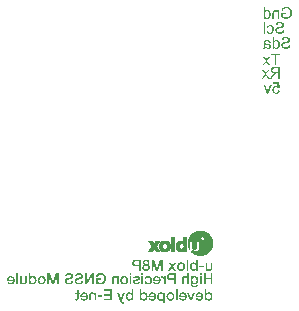
<source format=gbo>
G04 Layer_Color=32896*
%FSLAX25Y25*%
%MOIN*%
G70*
G01*
G75*
%ADD68C,0.00030*%
G36*
X207841Y349185D02*
X208286D01*
Y348753D01*
X207841D01*
Y347197D01*
X207835Y347079D01*
X207829Y347033D01*
X207823Y346992D01*
Y346951D01*
X207818Y346927D01*
X207812Y346910D01*
Y346904D01*
X207783Y346816D01*
X207765Y346781D01*
X207748Y346746D01*
X207730Y346723D01*
X207718Y346705D01*
X207712Y346693D01*
X207707Y346688D01*
X207636Y346635D01*
X207566Y346594D01*
X207531Y346582D01*
X207508Y346571D01*
X207490Y346565D01*
X207484D01*
X207426Y346553D01*
X207367Y346541D01*
X207303Y346535D01*
X207244Y346530D01*
X207192Y346524D01*
X207040D01*
X206981Y346530D01*
X206958D01*
X206940Y346535D01*
X206923D01*
X206852Y346541D01*
X206794Y346547D01*
X206771Y346553D01*
X206735D01*
Y347004D01*
X206776Y346992D01*
X206817Y346986D01*
X206975D01*
X207040Y346992D01*
X207092Y346998D01*
X207121Y347004D01*
X207133D01*
X207168Y347027D01*
X207192Y347050D01*
X207209Y347068D01*
X207215Y347074D01*
X207233Y347109D01*
X207244Y347150D01*
X207250Y347173D01*
Y347185D01*
X207256Y347237D01*
Y347290D01*
Y347331D01*
Y347337D01*
Y347343D01*
Y348753D01*
X206735D01*
Y349185D01*
X207256D01*
Y349981D01*
X207841D01*
Y349185D01*
D02*
G37*
G36*
X248224Y349256D02*
X248323Y349244D01*
X248411Y349226D01*
X248493Y349203D01*
X248557Y349180D01*
X248604Y349162D01*
X248633Y349150D01*
X248645Y349145D01*
X248727Y349098D01*
X248809Y349051D01*
X248873Y348998D01*
X248932Y348952D01*
X248984Y348905D01*
X249019Y348870D01*
X249043Y348846D01*
X249048Y348840D01*
X249107Y348770D01*
X249154Y348694D01*
X249201Y348618D01*
X249236Y348548D01*
X249265Y348489D01*
X249283Y348437D01*
X249294Y348408D01*
X249300Y348402D01*
Y348396D01*
X249329Y348302D01*
X249353Y348209D01*
X249364Y348115D01*
X249376Y348033D01*
X249382Y347963D01*
X249388Y347910D01*
Y347875D01*
Y347869D01*
Y347863D01*
X249382Y347752D01*
X249376Y347647D01*
X249364Y347553D01*
X249347Y347471D01*
X249329Y347401D01*
X249318Y347349D01*
X249312Y347313D01*
X249306Y347308D01*
Y347302D01*
X249271Y347208D01*
X249230Y347126D01*
X249195Y347050D01*
X249154Y346986D01*
X249119Y346927D01*
X249089Y346892D01*
X249066Y346863D01*
X249060Y346857D01*
X248996Y346793D01*
X248926Y346734D01*
X248855Y346688D01*
X248791Y346647D01*
X248733Y346617D01*
X248692Y346594D01*
X248662Y346582D01*
X248651Y346576D01*
X248557Y346541D01*
X248464Y346518D01*
X248370Y346500D01*
X248282Y346489D01*
X248206Y346483D01*
X248148Y346477D01*
X248013D01*
X247937Y346489D01*
X247873Y346495D01*
X247808Y346506D01*
X247756Y346518D01*
X247721Y346524D01*
X247691Y346535D01*
X247685D01*
X247615Y346559D01*
X247545Y346588D01*
X247486Y346617D01*
X247434Y346641D01*
X247387Y346664D01*
X247358Y346688D01*
X247335Y346699D01*
X247329Y346705D01*
X247270Y346752D01*
X247217Y346799D01*
X247177Y346846D01*
X247136Y346892D01*
X247100Y346933D01*
X247077Y346962D01*
X247065Y346986D01*
X247059Y346992D01*
X247019Y347056D01*
X246983Y347126D01*
X246954Y347191D01*
X246931Y347249D01*
X246919Y347302D01*
X246907Y347343D01*
X246896Y347366D01*
Y347378D01*
X247446D01*
X247481Y347302D01*
X247516Y347232D01*
X247557Y347173D01*
X247598Y347126D01*
X247633Y347091D01*
X247662Y347068D01*
X247680Y347050D01*
X247685Y347044D01*
X247744Y347009D01*
X247814Y346986D01*
X247884Y346962D01*
X247949Y346951D01*
X248007Y346945D01*
X248054Y346939D01*
X248159D01*
X248218Y346951D01*
X248276Y346957D01*
X248323Y346968D01*
X248358Y346980D01*
X248387Y346986D01*
X248405Y346998D01*
X248411D01*
X248504Y347050D01*
X248540Y347079D01*
X248575Y347109D01*
X248598Y347132D01*
X248616Y347150D01*
X248627Y347161D01*
X248633Y347167D01*
X248692Y347255D01*
X248733Y347337D01*
X248744Y347366D01*
X248756Y347395D01*
X248762Y347413D01*
Y347419D01*
X248785Y347524D01*
X248791Y347577D01*
X248797Y347623D01*
X248803Y347659D01*
Y347688D01*
Y347711D01*
Y347717D01*
X246861D01*
X246855Y347828D01*
Y347928D01*
X246861Y348027D01*
X246866Y348109D01*
X246878Y348185D01*
X246890Y348238D01*
X246896Y348273D01*
X246901Y348279D01*
Y348285D01*
X246931Y348384D01*
X246972Y348483D01*
X247013Y348565D01*
X247048Y348641D01*
X247083Y348700D01*
X247112Y348747D01*
X247136Y348770D01*
X247141Y348782D01*
X247206Y348858D01*
X247276Y348928D01*
X247346Y348987D01*
X247410Y349033D01*
X247469Y349074D01*
X247516Y349104D01*
X247545Y349121D01*
X247551Y349127D01*
X247557D01*
X247650Y349174D01*
X247750Y349203D01*
X247838Y349226D01*
X247925Y349244D01*
X248001Y349256D01*
X248060Y349261D01*
X248113D01*
X248224Y349256D01*
D02*
G37*
G36*
X222349Y346553D02*
X222419Y346354D01*
X222437Y346296D01*
X222454Y346243D01*
X222472Y346214D01*
X222478Y346208D01*
Y346202D01*
X222501Y346155D01*
X222525Y346120D01*
X222548Y346097D01*
X222554Y346091D01*
X222589Y346056D01*
X222624Y346032D01*
X222647Y346021D01*
X222653Y346015D01*
X222659D01*
X222712Y345997D01*
X222770Y345991D01*
X222794Y345986D01*
X222829D01*
X222881Y345991D01*
X222922Y345997D01*
X222957Y346003D01*
X222969D01*
X223016Y346015D01*
X223063Y346021D01*
X223092Y346026D01*
X223104D01*
Y345529D01*
X222957Y345512D01*
X222887Y345506D01*
X222829D01*
X222776Y345500D01*
X222700D01*
X222618Y345506D01*
X222548Y345512D01*
X222484Y345523D01*
X222425Y345541D01*
X222384Y345553D01*
X222349Y345564D01*
X222332Y345570D01*
X222326Y345576D01*
X222273Y345605D01*
X222220Y345640D01*
X222179Y345675D01*
X222144Y345705D01*
X222115Y345734D01*
X222092Y345757D01*
X222080Y345775D01*
X222074Y345781D01*
X222004Y345880D01*
X221957Y345968D01*
X221934Y346009D01*
X221922Y346038D01*
X221910Y346062D01*
Y346068D01*
X221858Y346184D01*
X221834Y346243D01*
X221811Y346296D01*
X221793Y346342D01*
X221776Y346377D01*
X221770Y346401D01*
X221764Y346407D01*
X220735Y349185D01*
X221343D01*
X222016Y347214D01*
X222027D01*
X222712Y349185D01*
X223349D01*
X222349Y346553D01*
D02*
G37*
G36*
X245726Y346547D02*
X245071D01*
X244123Y349185D01*
X244725D01*
X245369Y347155D01*
X245380Y347161D01*
X246047Y349185D01*
X246679D01*
X245726Y346547D01*
D02*
G37*
G36*
X242736Y349256D02*
X242836Y349244D01*
X242923Y349226D01*
X243005Y349203D01*
X243070Y349180D01*
X243117Y349162D01*
X243146Y349150D01*
X243158Y349145D01*
X243239Y349098D01*
X243321Y349051D01*
X243386Y348998D01*
X243444Y348952D01*
X243497Y348905D01*
X243532Y348870D01*
X243555Y348846D01*
X243561Y348840D01*
X243620Y348770D01*
X243667Y348694D01*
X243713Y348618D01*
X243748Y348548D01*
X243778Y348489D01*
X243795Y348437D01*
X243807Y348408D01*
X243813Y348402D01*
Y348396D01*
X243842Y348302D01*
X243865Y348209D01*
X243877Y348115D01*
X243889Y348033D01*
X243895Y347963D01*
X243900Y347910D01*
Y347875D01*
Y347869D01*
Y347863D01*
X243895Y347752D01*
X243889Y347647D01*
X243877Y347553D01*
X243860Y347471D01*
X243842Y347401D01*
X243830Y347349D01*
X243824Y347313D01*
X243819Y347308D01*
Y347302D01*
X243783Y347208D01*
X243742Y347126D01*
X243707Y347050D01*
X243667Y346986D01*
X243631Y346927D01*
X243602Y346892D01*
X243579Y346863D01*
X243573Y346857D01*
X243509Y346793D01*
X243438Y346734D01*
X243368Y346688D01*
X243304Y346647D01*
X243245Y346617D01*
X243204Y346594D01*
X243175Y346582D01*
X243163Y346576D01*
X243070Y346541D01*
X242976Y346518D01*
X242883Y346500D01*
X242795Y346489D01*
X242719Y346483D01*
X242660Y346477D01*
X242526D01*
X242450Y346489D01*
X242385Y346495D01*
X242321Y346506D01*
X242268Y346518D01*
X242233Y346524D01*
X242204Y346535D01*
X242198D01*
X242128Y346559D01*
X242058Y346588D01*
X241999Y346617D01*
X241947Y346641D01*
X241900Y346664D01*
X241871Y346688D01*
X241847Y346699D01*
X241841Y346705D01*
X241783Y346752D01*
X241730Y346799D01*
X241689Y346846D01*
X241648Y346892D01*
X241613Y346933D01*
X241590Y346962D01*
X241578Y346986D01*
X241572Y346992D01*
X241531Y347056D01*
X241496Y347126D01*
X241467Y347191D01*
X241443Y347249D01*
X241432Y347302D01*
X241420Y347343D01*
X241408Y347366D01*
Y347378D01*
X241958D01*
X241993Y347302D01*
X242028Y347232D01*
X242070Y347173D01*
X242110Y347126D01*
X242145Y347091D01*
X242175Y347068D01*
X242192Y347050D01*
X242198Y347044D01*
X242257Y347009D01*
X242327Y346986D01*
X242397Y346962D01*
X242461Y346951D01*
X242520Y346945D01*
X242567Y346939D01*
X242672D01*
X242730Y346951D01*
X242789Y346957D01*
X242836Y346968D01*
X242871Y346980D01*
X242900Y346986D01*
X242918Y346998D01*
X242923D01*
X243017Y347050D01*
X243052Y347079D01*
X243087Y347109D01*
X243111Y347132D01*
X243128Y347150D01*
X243140Y347161D01*
X243146Y347167D01*
X243204Y347255D01*
X243245Y347337D01*
X243257Y347366D01*
X243269Y347395D01*
X243274Y347413D01*
Y347419D01*
X243298Y347524D01*
X243304Y347577D01*
X243310Y347623D01*
X243316Y347659D01*
Y347688D01*
Y347711D01*
Y347717D01*
X241373D01*
X241368Y347828D01*
Y347928D01*
X241373Y348027D01*
X241379Y348109D01*
X241391Y348185D01*
X241403Y348238D01*
X241408Y348273D01*
X241414Y348279D01*
Y348285D01*
X241443Y348384D01*
X241484Y348483D01*
X241525Y348565D01*
X241561Y348641D01*
X241596Y348700D01*
X241625Y348747D01*
X241648Y348770D01*
X241654Y348782D01*
X241718Y348858D01*
X241789Y348928D01*
X241859Y348987D01*
X241923Y349033D01*
X241982Y349074D01*
X242028Y349104D01*
X242058Y349121D01*
X242064Y349127D01*
X242070D01*
X242163Y349174D01*
X242263Y349203D01*
X242350Y349226D01*
X242438Y349244D01*
X242514Y349256D01*
X242573Y349261D01*
X242625D01*
X242736Y349256D01*
D02*
G37*
G36*
X240917Y346547D02*
X240332D01*
Y350192D01*
X240917D01*
Y346547D01*
D02*
G37*
G36*
X218909D02*
X216253D01*
Y347097D01*
X218272D01*
Y348168D01*
X216435D01*
Y348688D01*
X218272D01*
Y349642D01*
X216288D01*
Y350192D01*
X218909D01*
Y346547D01*
D02*
G37*
G36*
X232522Y349256D02*
X232622Y349244D01*
X232710Y349226D01*
X232791Y349203D01*
X232856Y349180D01*
X232903Y349162D01*
X232932Y349150D01*
X232943Y349145D01*
X233025Y349098D01*
X233107Y349051D01*
X233172Y348998D01*
X233230Y348952D01*
X233283Y348905D01*
X233318Y348870D01*
X233341Y348846D01*
X233347Y348840D01*
X233406Y348770D01*
X233452Y348694D01*
X233499Y348618D01*
X233534Y348548D01*
X233563Y348489D01*
X233581Y348437D01*
X233593Y348408D01*
X233599Y348402D01*
Y348396D01*
X233628Y348302D01*
X233651Y348209D01*
X233663Y348115D01*
X233675Y348033D01*
X233681Y347963D01*
X233686Y347910D01*
Y347875D01*
Y347869D01*
Y347863D01*
X233681Y347752D01*
X233675Y347647D01*
X233663Y347553D01*
X233645Y347471D01*
X233628Y347401D01*
X233616Y347349D01*
X233610Y347313D01*
X233605Y347308D01*
Y347302D01*
X233569Y347208D01*
X233528Y347126D01*
X233493Y347050D01*
X233452Y346986D01*
X233417Y346927D01*
X233388Y346892D01*
X233365Y346863D01*
X233359Y346857D01*
X233295Y346793D01*
X233224Y346734D01*
X233154Y346688D01*
X233090Y346647D01*
X233031Y346617D01*
X232990Y346594D01*
X232961Y346582D01*
X232949Y346576D01*
X232856Y346541D01*
X232762Y346518D01*
X232668Y346500D01*
X232581Y346489D01*
X232505Y346483D01*
X232446Y346477D01*
X232312D01*
X232236Y346489D01*
X232171Y346495D01*
X232107Y346506D01*
X232054Y346518D01*
X232019Y346524D01*
X231990Y346535D01*
X231984D01*
X231914Y346559D01*
X231844Y346588D01*
X231785Y346617D01*
X231733Y346641D01*
X231686Y346664D01*
X231656Y346688D01*
X231633Y346699D01*
X231627Y346705D01*
X231569Y346752D01*
X231516Y346799D01*
X231475Y346846D01*
X231434Y346892D01*
X231399Y346933D01*
X231376Y346962D01*
X231364Y346986D01*
X231358Y346992D01*
X231317Y347056D01*
X231282Y347126D01*
X231253Y347191D01*
X231229Y347249D01*
X231218Y347302D01*
X231206Y347343D01*
X231194Y347366D01*
Y347378D01*
X231744D01*
X231779Y347302D01*
X231814Y347232D01*
X231855Y347173D01*
X231896Y347126D01*
X231931Y347091D01*
X231961Y347068D01*
X231978Y347050D01*
X231984Y347044D01*
X232043Y347009D01*
X232113Y346986D01*
X232183Y346962D01*
X232247Y346951D01*
X232306Y346945D01*
X232353Y346939D01*
X232458D01*
X232516Y346951D01*
X232575Y346957D01*
X232622Y346968D01*
X232657Y346980D01*
X232686Y346986D01*
X232704Y346998D01*
X232710D01*
X232803Y347050D01*
X232838Y347079D01*
X232873Y347109D01*
X232897Y347132D01*
X232914Y347150D01*
X232926Y347161D01*
X232932Y347167D01*
X232990Y347255D01*
X233031Y347337D01*
X233043Y347366D01*
X233055Y347395D01*
X233060Y347413D01*
Y347419D01*
X233084Y347524D01*
X233090Y347577D01*
X233096Y347623D01*
X233101Y347659D01*
Y347688D01*
Y347711D01*
Y347717D01*
X231159D01*
X231153Y347828D01*
Y347928D01*
X231159Y348027D01*
X231165Y348109D01*
X231177Y348185D01*
X231189Y348238D01*
X231194Y348273D01*
X231200Y348279D01*
Y348285D01*
X231229Y348384D01*
X231270Y348483D01*
X231311Y348565D01*
X231346Y348641D01*
X231382Y348700D01*
X231411Y348747D01*
X231434Y348770D01*
X231440Y348782D01*
X231504Y348858D01*
X231575Y348928D01*
X231645Y348987D01*
X231709Y349033D01*
X231768Y349074D01*
X231814Y349104D01*
X231844Y349121D01*
X231850Y349127D01*
X231855D01*
X231949Y349174D01*
X232048Y349203D01*
X232136Y349226D01*
X232224Y349244D01*
X232300Y349256D01*
X232358Y349261D01*
X232411D01*
X232522Y349256D01*
D02*
G37*
G36*
X209818D02*
X209918Y349244D01*
X210006Y349226D01*
X210087Y349203D01*
X210152Y349180D01*
X210199Y349162D01*
X210228Y349150D01*
X210240Y349145D01*
X210321Y349098D01*
X210403Y349051D01*
X210468Y348998D01*
X210526Y348952D01*
X210579Y348905D01*
X210614Y348870D01*
X210637Y348846D01*
X210643Y348840D01*
X210702Y348770D01*
X210749Y348694D01*
X210795Y348618D01*
X210830Y348548D01*
X210860Y348489D01*
X210877Y348437D01*
X210889Y348408D01*
X210895Y348402D01*
Y348396D01*
X210924Y348302D01*
X210947Y348209D01*
X210959Y348115D01*
X210971Y348033D01*
X210977Y347963D01*
X210982Y347910D01*
Y347875D01*
Y347869D01*
Y347863D01*
X210977Y347752D01*
X210971Y347647D01*
X210959Y347553D01*
X210942Y347471D01*
X210924Y347401D01*
X210912Y347349D01*
X210907Y347313D01*
X210901Y347308D01*
Y347302D01*
X210865Y347208D01*
X210825Y347126D01*
X210789Y347050D01*
X210749Y346986D01*
X210714Y346927D01*
X210684Y346892D01*
X210661Y346863D01*
X210655Y346857D01*
X210591Y346793D01*
X210520Y346734D01*
X210450Y346688D01*
X210386Y346647D01*
X210327Y346617D01*
X210286Y346594D01*
X210257Y346582D01*
X210245Y346576D01*
X210152Y346541D01*
X210058Y346518D01*
X209965Y346500D01*
X209877Y346489D01*
X209801Y346483D01*
X209742Y346477D01*
X209608D01*
X209532Y346489D01*
X209467Y346495D01*
X209403Y346506D01*
X209350Y346518D01*
X209315Y346524D01*
X209286Y346535D01*
X209280D01*
X209210Y346559D01*
X209140Y346588D01*
X209081Y346617D01*
X209029Y346641D01*
X208982Y346664D01*
X208953Y346688D01*
X208929Y346699D01*
X208923Y346705D01*
X208865Y346752D01*
X208812Y346799D01*
X208771Y346846D01*
X208730Y346892D01*
X208695Y346933D01*
X208672Y346962D01*
X208660Y346986D01*
X208654Y346992D01*
X208613Y347056D01*
X208578Y347126D01*
X208549Y347191D01*
X208526Y347249D01*
X208514Y347302D01*
X208502Y347343D01*
X208490Y347366D01*
Y347378D01*
X209040D01*
X209075Y347302D01*
X209111Y347232D01*
X209152Y347173D01*
X209192Y347126D01*
X209228Y347091D01*
X209257Y347068D01*
X209274Y347050D01*
X209280Y347044D01*
X209339Y347009D01*
X209409Y346986D01*
X209479Y346962D01*
X209543Y346951D01*
X209602Y346945D01*
X209649Y346939D01*
X209754D01*
X209813Y346951D01*
X209871Y346957D01*
X209918Y346968D01*
X209953Y346980D01*
X209982Y346986D01*
X210000Y346998D01*
X210006D01*
X210099Y347050D01*
X210134Y347079D01*
X210169Y347109D01*
X210193Y347132D01*
X210210Y347150D01*
X210222Y347161D01*
X210228Y347167D01*
X210286Y347255D01*
X210327Y347337D01*
X210339Y347366D01*
X210351Y347395D01*
X210357Y347413D01*
Y347419D01*
X210380Y347524D01*
X210386Y347577D01*
X210392Y347623D01*
X210398Y347659D01*
Y347688D01*
Y347711D01*
Y347717D01*
X208455D01*
X208450Y347828D01*
Y347928D01*
X208455Y348027D01*
X208461Y348109D01*
X208473Y348185D01*
X208485Y348238D01*
X208490Y348273D01*
X208496Y348279D01*
Y348285D01*
X208526Y348384D01*
X208566Y348483D01*
X208608Y348565D01*
X208643Y348641D01*
X208678Y348700D01*
X208707Y348747D01*
X208730Y348770D01*
X208736Y348782D01*
X208801Y348858D01*
X208871Y348928D01*
X208941Y348987D01*
X209005Y349033D01*
X209064Y349074D01*
X209111Y349104D01*
X209140Y349121D01*
X209146Y349127D01*
X209152D01*
X209245Y349174D01*
X209345Y349203D01*
X209432Y349226D01*
X209520Y349244D01*
X209596Y349256D01*
X209655Y349261D01*
X209707D01*
X209818Y349256D01*
D02*
G37*
G36*
X215832Y347659D02*
X214346D01*
Y348209D01*
X215832D01*
Y347659D01*
D02*
G37*
G36*
X227287Y354676D02*
X227351Y354671D01*
X227409Y354665D01*
X227462Y354653D01*
X227497Y354647D01*
X227520Y354641D01*
X227532D01*
X227602Y354624D01*
X227667Y354606D01*
X227731Y354589D01*
X227784Y354565D01*
X227825Y354548D01*
X227860Y354530D01*
X227883Y354524D01*
X227889Y354518D01*
X227948Y354483D01*
X228000Y354442D01*
X228047Y354407D01*
X228082Y354366D01*
X228117Y354337D01*
X228141Y354308D01*
X228152Y354290D01*
X228158Y354284D01*
X228193Y354226D01*
X228217Y354167D01*
X228234Y354103D01*
X228246Y354050D01*
X228252Y353998D01*
X228258Y353957D01*
Y353933D01*
Y353922D01*
X228252Y353852D01*
X228246Y353787D01*
X228234Y353729D01*
X228222Y353682D01*
X228211Y353641D01*
X228199Y353612D01*
X228187Y353594D01*
Y353588D01*
X228129Y353495D01*
X228100Y353460D01*
X228065Y353424D01*
X228041Y353401D01*
X228018Y353383D01*
X228006Y353372D01*
X228000Y353366D01*
X227907Y353307D01*
X227819Y353261D01*
X227778Y353249D01*
X227749Y353237D01*
X227731Y353225D01*
X227725D01*
X227614Y353190D01*
X227556Y353179D01*
X227509Y353167D01*
X227468Y353155D01*
X227439Y353150D01*
X227415Y353144D01*
X227409D01*
X227292Y353114D01*
X227240Y353103D01*
X227193Y353091D01*
X227158Y353085D01*
X227123Y353079D01*
X227105Y353073D01*
X227099D01*
X226994Y353050D01*
X226947Y353038D01*
X226906Y353027D01*
X226871Y353015D01*
X226848Y353003D01*
X226830Y352997D01*
X226824D01*
X226743Y352962D01*
X226678Y352927D01*
X226655Y352910D01*
X226637Y352898D01*
X226631Y352892D01*
X226625Y352886D01*
X226602Y352857D01*
X226579Y352828D01*
X226555Y352769D01*
X226549Y352746D01*
X226544Y352722D01*
Y352711D01*
Y352705D01*
Y352664D01*
X226549Y352629D01*
X226573Y352570D01*
X226585Y352553D01*
X226590Y352535D01*
X226596Y352529D01*
X226602Y352523D01*
X226649Y352477D01*
X226701Y352448D01*
X226737Y352424D01*
X226748Y352418D01*
X226754D01*
X226818Y352395D01*
X226883Y352383D01*
X226906Y352377D01*
X226930Y352371D01*
X226947D01*
X227023Y352366D01*
X227082Y352360D01*
X227134D01*
X227216Y352366D01*
X227298Y352377D01*
X227363Y352389D01*
X227421Y352412D01*
X227474Y352430D01*
X227509Y352442D01*
X227532Y352453D01*
X227538Y352459D01*
X227591Y352506D01*
X227638Y352559D01*
X227667Y352617D01*
X227690Y352676D01*
X227708Y352728D01*
X227719Y352775D01*
X227725Y352804D01*
Y352816D01*
X228310D01*
X228304Y352728D01*
X228298Y352652D01*
X228281Y352582D01*
X228263Y352523D01*
X228252Y352471D01*
X228234Y352436D01*
X228228Y352412D01*
X228222Y352407D01*
X228187Y352348D01*
X228147Y352290D01*
X228105Y352243D01*
X228065Y352202D01*
X228029Y352167D01*
X228000Y352143D01*
X227983Y352126D01*
X227977Y352120D01*
X227854Y352050D01*
X227790Y352020D01*
X227731Y351997D01*
X227684Y351979D01*
X227643Y351968D01*
X227620Y351956D01*
X227608D01*
X227445Y351921D01*
X227363Y351909D01*
X227292Y351903D01*
X227234D01*
X227181Y351898D01*
X227140D01*
X226988Y351903D01*
X226918Y351915D01*
X226859Y351921D01*
X226807Y351933D01*
X226766Y351939D01*
X226743Y351944D01*
X226731D01*
X226655Y351962D01*
X226585Y351985D01*
X226520Y352009D01*
X226462Y352032D01*
X226415Y352050D01*
X226380Y352067D01*
X226356Y352079D01*
X226350Y352085D01*
X226286Y352126D01*
X226234Y352172D01*
X226187Y352214D01*
X226146Y352260D01*
X226111Y352295D01*
X226087Y352325D01*
X226076Y352348D01*
X226070Y352354D01*
X226035Y352418D01*
X226005Y352483D01*
X225988Y352553D01*
X225970Y352617D01*
X225964Y352670D01*
X225959Y352711D01*
Y352740D01*
Y352752D01*
X225964Y352822D01*
X225970Y352886D01*
X225982Y352939D01*
X225994Y352986D01*
X226011Y353027D01*
X226023Y353056D01*
X226029Y353073D01*
X226035Y353079D01*
X226099Y353173D01*
X226128Y353208D01*
X226163Y353237D01*
X226192Y353261D01*
X226210Y353278D01*
X226228Y353290D01*
X226234Y353296D01*
X226327Y353354D01*
X226409Y353401D01*
X226450Y353413D01*
X226479Y353424D01*
X226497Y353436D01*
X226503D01*
X226614Y353471D01*
X226666Y353489D01*
X226719Y353501D01*
X226760Y353512D01*
X226789Y353518D01*
X226813Y353524D01*
X226818D01*
X226936Y353547D01*
X226988Y353559D01*
X227035Y353571D01*
X227076Y353576D01*
X227105Y353582D01*
X227129Y353588D01*
X227134D01*
X227240Y353618D01*
X227287Y353629D01*
X227327Y353641D01*
X227363Y353653D01*
X227386Y353658D01*
X227403Y353664D01*
X227409D01*
X227491Y353699D01*
X227550Y353734D01*
X227573Y353746D01*
X227591Y353758D01*
X227596Y353770D01*
X227602D01*
X227626Y353799D01*
X227643Y353828D01*
X227661Y353887D01*
X227667Y353910D01*
X227673Y353927D01*
Y353939D01*
Y353945D01*
X227667Y354004D01*
X227649Y354050D01*
X227632Y354074D01*
X227626Y354085D01*
X227585Y354121D01*
X227544Y354144D01*
X227515Y354162D01*
X227509Y354167D01*
X227503D01*
X227445Y354185D01*
X227398Y354197D01*
X227357Y354208D01*
X227345D01*
X227287Y354214D01*
X227234Y354220D01*
X227193D01*
X227123Y354214D01*
X227058Y354208D01*
X227000Y354197D01*
X226947Y354185D01*
X226906Y354167D01*
X226877Y354156D01*
X226854Y354150D01*
X226848Y354144D01*
X226795Y354115D01*
X226754Y354074D01*
X226719Y354027D01*
X226696Y353980D01*
X226678Y353939D01*
X226661Y353904D01*
X226655Y353881D01*
Y353869D01*
X226046D01*
X226058Y353945D01*
X226081Y354015D01*
X226099Y354080D01*
X226122Y354132D01*
X226140Y354179D01*
X226157Y354208D01*
X226169Y354232D01*
X226175Y354238D01*
X226216Y354296D01*
X226257Y354343D01*
X226298Y354390D01*
X226339Y354425D01*
X226374Y354454D01*
X226403Y354477D01*
X226421Y354489D01*
X226427Y354495D01*
X226544Y354559D01*
X226602Y354583D01*
X226655Y354600D01*
X226696Y354618D01*
X226737Y354629D01*
X226760Y354635D01*
X226766D01*
X226900Y354665D01*
X226965Y354671D01*
X227029Y354676D01*
X227076Y354682D01*
X227152D01*
X227287Y354676D01*
D02*
G37*
G36*
X223197D02*
X223303Y354665D01*
X223402Y354647D01*
X223484Y354629D01*
X223554Y354612D01*
X223607Y354594D01*
X223636Y354583D01*
X223648Y354577D01*
X223736Y354536D01*
X223817Y354489D01*
X223888Y354436D01*
X223952Y354390D01*
X223999Y354349D01*
X224040Y354314D01*
X224063Y354290D01*
X224069Y354284D01*
X224128Y354214D01*
X224180Y354138D01*
X224227Y354068D01*
X224262Y353998D01*
X224291Y353939D01*
X224309Y353887D01*
X224321Y353857D01*
X224326Y353852D01*
Y353846D01*
X224356Y353746D01*
X224379Y353653D01*
X224391Y353559D01*
X224402Y353471D01*
X224408Y353395D01*
X224414Y353343D01*
Y353319D01*
Y353302D01*
Y353296D01*
Y353290D01*
X224408Y353179D01*
X224402Y353073D01*
X224385Y352980D01*
X224367Y352898D01*
X224356Y352828D01*
X224338Y352775D01*
X224332Y352740D01*
X224326Y352734D01*
Y352728D01*
X224291Y352635D01*
X224250Y352553D01*
X224203Y352477D01*
X224163Y352412D01*
X224128Y352354D01*
X224098Y352319D01*
X224075Y352290D01*
X224069Y352284D01*
X223999Y352219D01*
X223929Y352161D01*
X223858Y352114D01*
X223794Y352073D01*
X223736Y352038D01*
X223689Y352015D01*
X223659Y352003D01*
X223648Y351997D01*
X223554Y351962D01*
X223455Y351939D01*
X223361Y351921D01*
X223273Y351909D01*
X223197Y351903D01*
X223133Y351898D01*
X223080D01*
X222963Y351903D01*
X222858Y351915D01*
X222764Y351927D01*
X222682Y351950D01*
X222612Y351968D01*
X222560Y351979D01*
X222531Y351991D01*
X222519Y351997D01*
X222431Y352038D01*
X222349Y352085D01*
X222279Y352132D01*
X222220Y352178D01*
X222168Y352219D01*
X222133Y352254D01*
X222109Y352278D01*
X222103Y352284D01*
X222039Y352354D01*
X221986Y352430D01*
X221945Y352506D01*
X221904Y352576D01*
X221875Y352635D01*
X221858Y352687D01*
X221846Y352717D01*
X221840Y352728D01*
X221811Y352828D01*
X221788Y352927D01*
X221770Y353021D01*
X221758Y353109D01*
X221752Y353179D01*
X221746Y353237D01*
Y353261D01*
Y353278D01*
Y353284D01*
Y353290D01*
X221752Y353401D01*
X221758Y353501D01*
X221776Y353600D01*
X221793Y353682D01*
X221811Y353746D01*
X221823Y353799D01*
X221834Y353834D01*
X221840Y353846D01*
X221875Y353939D01*
X221916Y354021D01*
X221963Y354097D01*
X222004Y354162D01*
X222045Y354214D01*
X222074Y354255D01*
X222098Y354278D01*
X222103Y354284D01*
X222168Y354349D01*
X222238Y354407D01*
X222308Y354460D01*
X222373Y354501D01*
X222431Y354536D01*
X222478Y354559D01*
X222507Y354571D01*
X222519Y354577D01*
X222612Y354612D01*
X222712Y354635D01*
X222805Y354659D01*
X222893Y354671D01*
X222969Y354676D01*
X223028Y354682D01*
X223080D01*
X223197Y354676D01*
D02*
G37*
G36*
X219968D02*
X220062Y354665D01*
X220144Y354641D01*
X220214Y354618D01*
X220272Y354594D01*
X220313Y354571D01*
X220342Y354559D01*
X220354Y354554D01*
X220430Y354501D01*
X220495Y354448D01*
X220553Y354390D01*
X220606Y354337D01*
X220647Y354284D01*
X220676Y354243D01*
X220694Y354220D01*
X220699Y354208D01*
X220705Y354220D01*
Y354606D01*
X221255D01*
Y351968D01*
X220676D01*
Y353524D01*
X220670Y353623D01*
X220664Y353670D01*
X220653Y353711D01*
X220647Y353746D01*
X220641Y353770D01*
X220635Y353787D01*
Y353793D01*
X220594Y353881D01*
X220571Y353922D01*
X220553Y353951D01*
X220536Y353980D01*
X220518Y353998D01*
X220512Y354009D01*
X220506Y354015D01*
X220442Y354080D01*
X220378Y354126D01*
X220348Y354138D01*
X220325Y354150D01*
X220313Y354162D01*
X220307D01*
X220214Y354197D01*
X220132Y354214D01*
X220097Y354220D01*
X220044D01*
X219951Y354214D01*
X219875Y354197D01*
X219804Y354173D01*
X219752Y354150D01*
X219711Y354121D01*
X219682Y354097D01*
X219664Y354080D01*
X219658Y354074D01*
X219617Y354015D01*
X219588Y353945D01*
X219559Y353869D01*
X219547Y353799D01*
X219535Y353729D01*
X219529Y353676D01*
X219524Y353653D01*
Y353635D01*
Y353629D01*
Y353623D01*
Y351968D01*
X218938D01*
Y353781D01*
Y353863D01*
X218950Y353939D01*
X218980Y354074D01*
X219020Y354191D01*
X219061Y354284D01*
X219108Y354360D01*
X219149Y354413D01*
X219178Y354442D01*
X219184Y354454D01*
X219190D01*
X219290Y354530D01*
X219401Y354589D01*
X219518Y354629D01*
X219629Y354653D01*
X219722Y354671D01*
X219763Y354676D01*
X219804D01*
X219834Y354682D01*
X219875D01*
X219968Y354676D01*
D02*
G37*
G36*
X187664Y351968D02*
X187079D01*
Y355612D01*
X187664D01*
Y351968D01*
D02*
G37*
G36*
X195667Y354676D02*
X195773Y354665D01*
X195872Y354647D01*
X195954Y354629D01*
X196024Y354612D01*
X196077Y354594D01*
X196106Y354583D01*
X196118Y354577D01*
X196205Y354536D01*
X196287Y354489D01*
X196358Y354436D01*
X196422Y354390D01*
X196469Y354349D01*
X196510Y354314D01*
X196533Y354290D01*
X196539Y354284D01*
X196597Y354214D01*
X196650Y354138D01*
X196697Y354068D01*
X196732Y353998D01*
X196761Y353939D01*
X196779Y353887D01*
X196791Y353857D01*
X196796Y353852D01*
Y353846D01*
X196826Y353746D01*
X196849Y353653D01*
X196861Y353559D01*
X196872Y353471D01*
X196878Y353395D01*
X196884Y353343D01*
Y353319D01*
Y353302D01*
Y353296D01*
Y353290D01*
X196878Y353179D01*
X196872Y353073D01*
X196855Y352980D01*
X196837Y352898D01*
X196826Y352828D01*
X196808Y352775D01*
X196802Y352740D01*
X196796Y352734D01*
Y352728D01*
X196761Y352635D01*
X196720Y352553D01*
X196674Y352477D01*
X196633Y352412D01*
X196597Y352354D01*
X196568Y352319D01*
X196545Y352290D01*
X196539Y352284D01*
X196469Y352219D01*
X196398Y352161D01*
X196328Y352114D01*
X196264Y352073D01*
X196205Y352038D01*
X196159Y352015D01*
X196129Y352003D01*
X196118Y351997D01*
X196024Y351962D01*
X195925Y351939D01*
X195831Y351921D01*
X195743Y351909D01*
X195667Y351903D01*
X195603Y351898D01*
X195550D01*
X195433Y351903D01*
X195328Y351915D01*
X195234Y351927D01*
X195152Y351950D01*
X195082Y351968D01*
X195030Y351979D01*
X195000Y351991D01*
X194989Y351997D01*
X194901Y352038D01*
X194819Y352085D01*
X194749Y352132D01*
X194690Y352178D01*
X194638Y352219D01*
X194603Y352254D01*
X194579Y352278D01*
X194573Y352284D01*
X194509Y352354D01*
X194456Y352430D01*
X194415Y352506D01*
X194374Y352576D01*
X194345Y352635D01*
X194328Y352687D01*
X194316Y352717D01*
X194310Y352728D01*
X194281Y352828D01*
X194257Y352927D01*
X194240Y353021D01*
X194228Y353109D01*
X194222Y353179D01*
X194217Y353237D01*
Y353261D01*
Y353278D01*
Y353284D01*
Y353290D01*
X194222Y353401D01*
X194228Y353501D01*
X194246Y353600D01*
X194263Y353682D01*
X194281Y353746D01*
X194292Y353799D01*
X194304Y353834D01*
X194310Y353846D01*
X194345Y353939D01*
X194386Y354021D01*
X194433Y354097D01*
X194474Y354162D01*
X194515Y354214D01*
X194544Y354255D01*
X194568Y354278D01*
X194573Y354284D01*
X194638Y354349D01*
X194708Y354407D01*
X194778Y354460D01*
X194842Y354501D01*
X194901Y354536D01*
X194948Y354559D01*
X194977Y354571D01*
X194989Y354577D01*
X195082Y354612D01*
X195182Y354635D01*
X195275Y354659D01*
X195363Y354671D01*
X195439Y354676D01*
X195498Y354682D01*
X195550D01*
X195667Y354676D01*
D02*
G37*
G36*
X204887Y355688D02*
X204969Y355682D01*
X205039Y355671D01*
X205103Y355659D01*
X205150Y355647D01*
X205179Y355642D01*
X205191Y355636D01*
X205279Y355607D01*
X205361Y355577D01*
X205431Y355542D01*
X205495Y355513D01*
X205548Y355484D01*
X205583Y355460D01*
X205612Y355443D01*
X205618Y355437D01*
X205682Y355384D01*
X205747Y355326D01*
X205794Y355273D01*
X205840Y355220D01*
X205875Y355174D01*
X205899Y355138D01*
X205916Y355115D01*
X205922Y355103D01*
X205957Y355027D01*
X205987Y354945D01*
X206004Y354864D01*
X206022Y354787D01*
X206028Y354723D01*
X206033Y354671D01*
Y354635D01*
Y354629D01*
Y354624D01*
X206028Y354518D01*
X206022Y354472D01*
X206016Y354431D01*
X206010Y354396D01*
X206004Y354366D01*
X205998Y354349D01*
Y354343D01*
X205963Y354243D01*
X205940Y354203D01*
X205916Y354162D01*
X205899Y354132D01*
X205881Y354109D01*
X205875Y354091D01*
X205870Y354085D01*
X205794Y353998D01*
X205712Y353927D01*
X205677Y353904D01*
X205647Y353881D01*
X205630Y353869D01*
X205624Y353863D01*
X205560Y353828D01*
X205495Y353799D01*
X205431Y353770D01*
X205367Y353746D01*
X205308Y353729D01*
X205267Y353717D01*
X205238Y353705D01*
X205226D01*
X205092Y353670D01*
X204969Y353635D01*
X204864Y353606D01*
X204770Y353582D01*
X204694Y353559D01*
X204641Y353547D01*
X204606Y353541D01*
X204594Y353536D01*
X204501Y353512D01*
X204413Y353489D01*
X204337Y353465D01*
X204267Y353448D01*
X204214Y353430D01*
X204173Y353413D01*
X204144Y353407D01*
X204138Y353401D01*
X204056Y353360D01*
X203992Y353313D01*
X203968Y353296D01*
X203951Y353278D01*
X203939Y353267D01*
X203933Y353261D01*
X203898Y353220D01*
X203875Y353173D01*
X203857Y353120D01*
X203846Y353068D01*
X203840Y353021D01*
X203834Y352986D01*
Y352962D01*
Y352951D01*
X203840Y352874D01*
X203851Y352810D01*
X203863Y352787D01*
X203869Y352763D01*
X203875Y352752D01*
Y352746D01*
X203916Y352676D01*
X203957Y352623D01*
X203980Y352600D01*
X203992Y352582D01*
X204004Y352576D01*
X204009Y352570D01*
X204085Y352518D01*
X204167Y352483D01*
X204202Y352465D01*
X204232Y352453D01*
X204249Y352448D01*
X204255D01*
X204372Y352418D01*
X204431Y352412D01*
X204483Y352407D01*
X204536Y352401D01*
X204676D01*
X204747Y352407D01*
X204811Y352412D01*
X204864Y352424D01*
X204904Y352430D01*
X204940Y352436D01*
X204963Y352442D01*
X204969D01*
X205086Y352483D01*
X205133Y352500D01*
X205173Y352523D01*
X205214Y352547D01*
X205238Y352559D01*
X205255Y352570D01*
X205261Y352576D01*
X205349Y352658D01*
X205378Y352699D01*
X205408Y352734D01*
X205431Y352769D01*
X205449Y352799D01*
X205454Y352816D01*
X205460Y352822D01*
X205484Y352880D01*
X205501Y352945D01*
X205513Y353003D01*
X205519Y353062D01*
X205524Y353109D01*
X205530Y353150D01*
Y353173D01*
Y353185D01*
X206168D01*
X206162Y353062D01*
X206151Y352951D01*
X206127Y352851D01*
X206104Y352763D01*
X206086Y352693D01*
X206063Y352641D01*
X206051Y352605D01*
X206045Y352600D01*
Y352594D01*
X205998Y352506D01*
X205940Y352430D01*
X205887Y352360D01*
X205835Y352301D01*
X205788Y352254D01*
X205753Y352219D01*
X205729Y352196D01*
X205717Y352190D01*
X205636Y352137D01*
X205554Y352085D01*
X205478Y352050D01*
X205402Y352015D01*
X205337Y351991D01*
X205285Y351968D01*
X205250Y351962D01*
X205244Y351956D01*
X205238D01*
X205133Y351933D01*
X205027Y351915D01*
X204928Y351898D01*
X204840Y351892D01*
X204764Y351886D01*
X204700Y351880D01*
X204647D01*
X204548Y351886D01*
X204448Y351892D01*
X204360Y351903D01*
X204284Y351915D01*
X204214Y351927D01*
X204167Y351933D01*
X204132Y351944D01*
X204120D01*
X204027Y351968D01*
X203933Y352003D01*
X203857Y352032D01*
X203787Y352067D01*
X203729Y352097D01*
X203688Y352120D01*
X203664Y352137D01*
X203653Y352143D01*
X203582Y352202D01*
X203512Y352260D01*
X203459Y352319D01*
X203413Y352377D01*
X203372Y352424D01*
X203348Y352465D01*
X203331Y352488D01*
X203325Y352500D01*
X203284Y352582D01*
X203249Y352676D01*
X203225Y352758D01*
X203214Y352839D01*
X203202Y352916D01*
X203196Y352968D01*
Y352992D01*
Y353009D01*
Y353015D01*
Y353021D01*
X203202Y353126D01*
X203208Y353179D01*
X203220Y353220D01*
X203225Y353255D01*
X203237Y353284D01*
X203243Y353302D01*
Y353307D01*
X203284Y353413D01*
X203302Y353460D01*
X203325Y353495D01*
X203348Y353530D01*
X203360Y353553D01*
X203372Y353571D01*
X203378Y353576D01*
X203448Y353664D01*
X203524Y353734D01*
X203553Y353764D01*
X203576Y353781D01*
X203594Y353793D01*
X203600Y353799D01*
X203705Y353863D01*
X203752Y353892D01*
X203805Y353910D01*
X203846Y353927D01*
X203881Y353939D01*
X203904Y353951D01*
X203910D01*
X203939Y353963D01*
X203974Y353969D01*
X204056Y353992D01*
X204091Y354004D01*
X204120Y354009D01*
X204144Y354015D01*
X204150D01*
X204273Y354050D01*
X204331Y354062D01*
X204378Y354080D01*
X204425Y354085D01*
X204460Y354097D01*
X204483Y354103D01*
X204489D01*
X204612Y354138D01*
X204665Y354150D01*
X204711Y354162D01*
X204752Y354173D01*
X204782Y354179D01*
X204799Y354185D01*
X204805D01*
X204852Y354197D01*
X204887Y354208D01*
X204916Y354220D01*
X204934Y354226D01*
X204951D01*
X204957Y354232D01*
X204963D01*
X205033Y354255D01*
X205092Y354284D01*
X205150Y354308D01*
X205191Y354337D01*
X205232Y354360D01*
X205255Y354378D01*
X205273Y354390D01*
X205279Y354396D01*
X205320Y354442D01*
X205349Y354489D01*
X205367Y354542D01*
X205378Y354589D01*
X205390Y354635D01*
X205396Y354671D01*
Y354694D01*
Y354700D01*
X205384Y354793D01*
X205378Y354834D01*
X205367Y354869D01*
X205355Y354893D01*
X205349Y354910D01*
X205337Y354922D01*
Y354928D01*
X205285Y354992D01*
X205232Y355039D01*
X205209Y355051D01*
X205191Y355062D01*
X205179Y355074D01*
X205173D01*
X205097Y355109D01*
X205027Y355138D01*
X204998Y355144D01*
X204975Y355150D01*
X204963Y355156D01*
X204957D01*
X204869Y355168D01*
X204799Y355179D01*
X204729D01*
X204612Y355174D01*
X204501Y355156D01*
X204407Y355133D01*
X204331Y355109D01*
X204267Y355080D01*
X204220Y355057D01*
X204197Y355039D01*
X204185Y355033D01*
X204115Y354969D01*
X204056Y354893D01*
X204009Y354811D01*
X203980Y354729D01*
X203963Y354653D01*
X203945Y354594D01*
Y354571D01*
X203939Y354554D01*
Y354542D01*
Y354536D01*
X203302D01*
X203307Y354635D01*
X203319Y354735D01*
X203337Y354817D01*
X203360Y354893D01*
X203383Y354951D01*
X203401Y354998D01*
X203413Y355022D01*
X203418Y355033D01*
X203465Y355115D01*
X203512Y355185D01*
X203565Y355250D01*
X203612Y355302D01*
X203658Y355343D01*
X203694Y355378D01*
X203717Y355396D01*
X203723Y355402D01*
X203793Y355454D01*
X203869Y355501D01*
X203945Y355536D01*
X204015Y355566D01*
X204074Y355595D01*
X204126Y355612D01*
X204156Y355618D01*
X204161Y355624D01*
X204167D01*
X204261Y355647D01*
X204355Y355671D01*
X204448Y355682D01*
X204530Y355688D01*
X204600Y355694D01*
X204659Y355700D01*
X204799D01*
X204887Y355688D01*
D02*
G37*
G36*
X226163Y346547D02*
X225613D01*
Y346904D01*
X225602D01*
X225549Y346816D01*
X225520Y346781D01*
X225496Y346752D01*
X225473Y346728D01*
X225455Y346711D01*
X225444Y346699D01*
X225438Y346693D01*
X225362Y346641D01*
X225292Y346594D01*
X225262Y346582D01*
X225239Y346571D01*
X225221Y346559D01*
X225216D01*
X225122Y346530D01*
X225040Y346512D01*
X225005Y346500D01*
X224982D01*
X224964Y346495D01*
X224958D01*
X224859Y346483D01*
X224812D01*
X224771Y346477D01*
X224689D01*
X224584Y346483D01*
X224484Y346495D01*
X224402Y346512D01*
X224326Y346535D01*
X224268Y346553D01*
X224221Y346571D01*
X224198Y346582D01*
X224186Y346588D01*
X224110Y346635D01*
X224040Y346688D01*
X223975Y346734D01*
X223929Y346787D01*
X223888Y346828D01*
X223853Y346863D01*
X223835Y346886D01*
X223829Y346892D01*
X223782Y346968D01*
X223736Y347044D01*
X223700Y347120D01*
X223671Y347185D01*
X223648Y347249D01*
X223630Y347296D01*
X223624Y347325D01*
X223619Y347337D01*
X223595Y347430D01*
X223578Y347524D01*
X223566Y347612D01*
X223554Y347688D01*
Y347758D01*
X223548Y347805D01*
Y347840D01*
Y347852D01*
X223554Y347957D01*
X223560Y348062D01*
X223572Y348150D01*
X223589Y348232D01*
X223607Y348302D01*
X223619Y348355D01*
X223624Y348384D01*
X223630Y348396D01*
X223659Y348489D01*
X223700Y348577D01*
X223736Y348653D01*
X223771Y348717D01*
X223806Y348770D01*
X223835Y348811D01*
X223853Y348840D01*
X223858Y348846D01*
X223917Y348916D01*
X223981Y348975D01*
X224046Y349028D01*
X224110Y349068D01*
X224163Y349104D01*
X224203Y349133D01*
X224233Y349145D01*
X224244Y349150D01*
X224332Y349185D01*
X224426Y349215D01*
X224519Y349232D01*
X224601Y349250D01*
X224677Y349256D01*
X224736Y349261D01*
X224788D01*
X224870Y349256D01*
X224946Y349250D01*
X224976Y349244D01*
X224999Y349238D01*
X225011Y349232D01*
X225017D01*
X225099Y349209D01*
X225169Y349180D01*
X225192Y349162D01*
X225216Y349156D01*
X225227Y349145D01*
X225233D01*
X225309Y349104D01*
X225368Y349063D01*
X225391Y349045D01*
X225409Y349028D01*
X225420Y349022D01*
X225426Y349016D01*
X225485Y348957D01*
X225532Y348899D01*
X225549Y348875D01*
X225561Y348858D01*
X225572Y348846D01*
Y348840D01*
X225584D01*
Y350192D01*
X226163D01*
Y346547D01*
D02*
G37*
G36*
X191818Y354261D02*
X191830D01*
X191888Y354337D01*
X191941Y354396D01*
X191964Y354419D01*
X191982Y354436D01*
X191993Y354442D01*
X191999Y354448D01*
X192075Y354507D01*
X192146Y354548D01*
X192175Y354559D01*
X192198Y354571D01*
X192210Y354583D01*
X192216D01*
X192304Y354618D01*
X192379Y354641D01*
X192415Y354647D01*
X192438Y354653D01*
X192456Y354659D01*
X192461D01*
X192555Y354671D01*
X192596Y354676D01*
X192637Y354682D01*
X192713D01*
X192789Y354676D01*
X192865Y354671D01*
X192941Y354659D01*
X193000Y354641D01*
X193058Y354624D01*
X193099Y354612D01*
X193122Y354606D01*
X193134Y354600D01*
X193210Y354565D01*
X193280Y354524D01*
X193339Y354483D01*
X193397Y354442D01*
X193438Y354407D01*
X193473Y354378D01*
X193497Y354355D01*
X193503Y354349D01*
X193561Y354284D01*
X193608Y354214D01*
X193655Y354144D01*
X193690Y354074D01*
X193719Y354015D01*
X193743Y353969D01*
X193754Y353933D01*
X193760Y353927D01*
Y353922D01*
X193789Y353822D01*
X193813Y353717D01*
X193830Y353612D01*
X193842Y353518D01*
X193848Y353436D01*
X193854Y353366D01*
Y353343D01*
Y353325D01*
Y353313D01*
Y353307D01*
X193848Y353196D01*
X193842Y353097D01*
X193830Y353003D01*
X193813Y352916D01*
X193801Y352851D01*
X193789Y352799D01*
X193783Y352763D01*
X193778Y352758D01*
Y352752D01*
X193748Y352658D01*
X193708Y352570D01*
X193672Y352494D01*
X193637Y352430D01*
X193602Y352377D01*
X193573Y352336D01*
X193555Y352313D01*
X193550Y352301D01*
X193491Y352237D01*
X193427Y352178D01*
X193362Y352126D01*
X193298Y352085D01*
X193245Y352050D01*
X193204Y352026D01*
X193175Y352009D01*
X193163Y352003D01*
X193070Y351968D01*
X192982Y351944D01*
X192888Y351921D01*
X192801Y351909D01*
X192730Y351903D01*
X192672Y351898D01*
X192619D01*
X192526Y351903D01*
X192438Y351915D01*
X192356Y351927D01*
X192286Y351944D01*
X192227Y351962D01*
X192186Y351979D01*
X192157Y351985D01*
X192146Y351991D01*
X192069Y352032D01*
X191999Y352085D01*
X191941Y352143D01*
X191888Y352196D01*
X191853Y352243D01*
X191824Y352290D01*
X191806Y352313D01*
X191800Y352325D01*
X191795D01*
Y351968D01*
X191239D01*
Y355612D01*
X191818D01*
Y354261D01*
D02*
G37*
G36*
X208198Y355688D02*
X208280Y355682D01*
X208350Y355671D01*
X208414Y355659D01*
X208461Y355647D01*
X208490Y355642D01*
X208502Y355636D01*
X208590Y355607D01*
X208672Y355577D01*
X208742Y355542D01*
X208806Y355513D01*
X208859Y355484D01*
X208894Y355460D01*
X208923Y355443D01*
X208929Y355437D01*
X208994Y355384D01*
X209058Y355326D01*
X209105Y355273D01*
X209152Y355220D01*
X209187Y355174D01*
X209210Y355138D01*
X209228Y355115D01*
X209233Y355103D01*
X209268Y355027D01*
X209298Y354945D01*
X209315Y354864D01*
X209333Y354787D01*
X209339Y354723D01*
X209345Y354671D01*
Y354635D01*
Y354629D01*
Y354624D01*
X209339Y354518D01*
X209333Y354472D01*
X209327Y354431D01*
X209321Y354396D01*
X209315Y354366D01*
X209310Y354349D01*
Y354343D01*
X209274Y354243D01*
X209251Y354203D01*
X209228Y354162D01*
X209210Y354132D01*
X209192Y354109D01*
X209187Y354091D01*
X209181Y354085D01*
X209105Y353998D01*
X209023Y353927D01*
X208988Y353904D01*
X208958Y353881D01*
X208941Y353869D01*
X208935Y353863D01*
X208871Y353828D01*
X208806Y353799D01*
X208742Y353770D01*
X208678Y353746D01*
X208619Y353729D01*
X208578Y353717D01*
X208549Y353705D01*
X208537D01*
X208403Y353670D01*
X208280Y353635D01*
X208174Y353606D01*
X208081Y353582D01*
X208005Y353559D01*
X207952Y353547D01*
X207917Y353541D01*
X207906Y353536D01*
X207812Y353512D01*
X207724Y353489D01*
X207648Y353465D01*
X207578Y353448D01*
X207525Y353430D01*
X207484Y353413D01*
X207455Y353407D01*
X207449Y353401D01*
X207367Y353360D01*
X207303Y353313D01*
X207279Y353296D01*
X207262Y353278D01*
X207250Y353267D01*
X207244Y353261D01*
X207209Y353220D01*
X207186Y353173D01*
X207168Y353120D01*
X207157Y353068D01*
X207151Y353021D01*
X207145Y352986D01*
Y352962D01*
Y352951D01*
X207151Y352874D01*
X207162Y352810D01*
X207174Y352787D01*
X207180Y352763D01*
X207186Y352752D01*
Y352746D01*
X207227Y352676D01*
X207268Y352623D01*
X207291Y352600D01*
X207303Y352582D01*
X207315Y352576D01*
X207320Y352570D01*
X207397Y352518D01*
X207478Y352483D01*
X207513Y352465D01*
X207543Y352453D01*
X207560Y352448D01*
X207566D01*
X207683Y352418D01*
X207742Y352412D01*
X207794Y352407D01*
X207847Y352401D01*
X207987D01*
X208057Y352407D01*
X208122Y352412D01*
X208174Y352424D01*
X208215Y352430D01*
X208251Y352436D01*
X208274Y352442D01*
X208280D01*
X208397Y352483D01*
X208444Y352500D01*
X208485Y352523D01*
X208526Y352547D01*
X208549Y352559D01*
X208566Y352570D01*
X208572Y352576D01*
X208660Y352658D01*
X208689Y352699D01*
X208719Y352734D01*
X208742Y352769D01*
X208759Y352799D01*
X208765Y352816D01*
X208771Y352822D01*
X208795Y352880D01*
X208812Y352945D01*
X208824Y353003D01*
X208830Y353062D01*
X208836Y353109D01*
X208841Y353150D01*
Y353173D01*
Y353185D01*
X209479D01*
X209473Y353062D01*
X209461Y352951D01*
X209438Y352851D01*
X209415Y352763D01*
X209397Y352693D01*
X209374Y352641D01*
X209362Y352605D01*
X209356Y352600D01*
Y352594D01*
X209310Y352506D01*
X209251Y352430D01*
X209198Y352360D01*
X209146Y352301D01*
X209099Y352254D01*
X209064Y352219D01*
X209040Y352196D01*
X209029Y352190D01*
X208947Y352137D01*
X208865Y352085D01*
X208789Y352050D01*
X208713Y352015D01*
X208648Y351991D01*
X208596Y351968D01*
X208561Y351962D01*
X208555Y351956D01*
X208549D01*
X208444Y351933D01*
X208338Y351915D01*
X208239Y351898D01*
X208151Y351892D01*
X208075Y351886D01*
X208011Y351880D01*
X207958D01*
X207859Y351886D01*
X207759Y351892D01*
X207671Y351903D01*
X207595Y351915D01*
X207525Y351927D01*
X207478Y351933D01*
X207443Y351944D01*
X207432D01*
X207338Y351968D01*
X207244Y352003D01*
X207168Y352032D01*
X207098Y352067D01*
X207040Y352097D01*
X206999Y352120D01*
X206975Y352137D01*
X206964Y352143D01*
X206893Y352202D01*
X206823Y352260D01*
X206771Y352319D01*
X206724Y352377D01*
X206683Y352424D01*
X206659Y352465D01*
X206642Y352488D01*
X206636Y352500D01*
X206595Y352582D01*
X206560Y352676D01*
X206537Y352758D01*
X206525Y352839D01*
X206513Y352916D01*
X206507Y352968D01*
Y352992D01*
Y353009D01*
Y353015D01*
Y353021D01*
X206513Y353126D01*
X206519Y353179D01*
X206531Y353220D01*
X206537Y353255D01*
X206548Y353284D01*
X206554Y353302D01*
Y353307D01*
X206595Y353413D01*
X206613Y353460D01*
X206636Y353495D01*
X206659Y353530D01*
X206671Y353553D01*
X206683Y353571D01*
X206689Y353576D01*
X206759Y353664D01*
X206835Y353734D01*
X206864Y353764D01*
X206888Y353781D01*
X206905Y353793D01*
X206911Y353799D01*
X207016Y353863D01*
X207063Y353892D01*
X207116Y353910D01*
X207157Y353927D01*
X207192Y353939D01*
X207215Y353951D01*
X207221D01*
X207250Y353963D01*
X207285Y353969D01*
X207367Y353992D01*
X207402Y354004D01*
X207432Y354009D01*
X207455Y354015D01*
X207461D01*
X207584Y354050D01*
X207642Y354062D01*
X207689Y354080D01*
X207736Y354085D01*
X207771Y354097D01*
X207794Y354103D01*
X207800D01*
X207923Y354138D01*
X207976Y354150D01*
X208022Y354162D01*
X208063Y354173D01*
X208093Y354179D01*
X208110Y354185D01*
X208116D01*
X208163Y354197D01*
X208198Y354208D01*
X208227Y354220D01*
X208245Y354226D01*
X208262D01*
X208268Y354232D01*
X208274D01*
X208344Y354255D01*
X208403Y354284D01*
X208461Y354308D01*
X208502Y354337D01*
X208543Y354360D01*
X208566Y354378D01*
X208584Y354390D01*
X208590Y354396D01*
X208631Y354442D01*
X208660Y354489D01*
X208678Y354542D01*
X208689Y354589D01*
X208701Y354635D01*
X208707Y354671D01*
Y354694D01*
Y354700D01*
X208695Y354793D01*
X208689Y354834D01*
X208678Y354869D01*
X208666Y354893D01*
X208660Y354910D01*
X208648Y354922D01*
Y354928D01*
X208596Y354992D01*
X208543Y355039D01*
X208520Y355051D01*
X208502Y355062D01*
X208490Y355074D01*
X208485D01*
X208409Y355109D01*
X208338Y355138D01*
X208309Y355144D01*
X208286Y355150D01*
X208274Y355156D01*
X208268D01*
X208180Y355168D01*
X208110Y355179D01*
X208040D01*
X207923Y355174D01*
X207812Y355156D01*
X207718Y355133D01*
X207642Y355109D01*
X207578Y355080D01*
X207531Y355057D01*
X207508Y355039D01*
X207496Y355033D01*
X207426Y354969D01*
X207367Y354893D01*
X207320Y354811D01*
X207291Y354729D01*
X207274Y354653D01*
X207256Y354594D01*
Y354571D01*
X207250Y354554D01*
Y354542D01*
Y354536D01*
X206613D01*
X206618Y354635D01*
X206630Y354735D01*
X206648Y354817D01*
X206671Y354893D01*
X206695Y354951D01*
X206712Y354998D01*
X206724Y355022D01*
X206730Y355033D01*
X206776Y355115D01*
X206823Y355185D01*
X206876Y355250D01*
X206923Y355302D01*
X206969Y355343D01*
X207005Y355378D01*
X207028Y355396D01*
X207034Y355402D01*
X207104Y355454D01*
X207180Y355501D01*
X207256Y355536D01*
X207326Y355566D01*
X207385Y355595D01*
X207437Y355612D01*
X207467Y355618D01*
X207473Y355624D01*
X207478D01*
X207572Y355647D01*
X207666Y355671D01*
X207759Y355682D01*
X207841Y355688D01*
X207911Y355694D01*
X207970Y355700D01*
X208110D01*
X208198Y355688D01*
D02*
G37*
G36*
X212492Y349256D02*
X212585Y349244D01*
X212667Y349221D01*
X212738Y349197D01*
X212796Y349174D01*
X212837Y349150D01*
X212866Y349139D01*
X212878Y349133D01*
X212954Y349080D01*
X213018Y349028D01*
X213077Y348969D01*
X213129Y348916D01*
X213170Y348864D01*
X213200Y348823D01*
X213217Y348799D01*
X213223Y348788D01*
X213229Y348799D01*
Y349185D01*
X213779D01*
Y346547D01*
X213200D01*
Y348103D01*
X213194Y348203D01*
X213188Y348250D01*
X213176Y348290D01*
X213170Y348326D01*
X213165Y348349D01*
X213159Y348366D01*
Y348372D01*
X213118Y348460D01*
X213094Y348501D01*
X213077Y348530D01*
X213059Y348559D01*
X213042Y348577D01*
X213036Y348589D01*
X213030Y348595D01*
X212966Y348659D01*
X212901Y348706D01*
X212872Y348717D01*
X212849Y348729D01*
X212837Y348741D01*
X212831D01*
X212738Y348776D01*
X212656Y348794D01*
X212621Y348799D01*
X212568D01*
X212474Y348794D01*
X212398Y348776D01*
X212328Y348753D01*
X212275Y348729D01*
X212234Y348700D01*
X212205Y348676D01*
X212188Y348659D01*
X212182Y348653D01*
X212141Y348595D01*
X212112Y348524D01*
X212082Y348448D01*
X212071Y348378D01*
X212059Y348308D01*
X212053Y348255D01*
X212047Y348232D01*
Y348214D01*
Y348209D01*
Y348203D01*
Y346547D01*
X211462D01*
Y348361D01*
Y348443D01*
X211474Y348519D01*
X211503Y348653D01*
X211544Y348770D01*
X211585Y348864D01*
X211632Y348940D01*
X211673Y348992D01*
X211702Y349022D01*
X211708Y349033D01*
X211714D01*
X211813Y349110D01*
X211924Y349168D01*
X212041Y349209D01*
X212153Y349232D01*
X212246Y349250D01*
X212287Y349256D01*
X212328D01*
X212357Y349261D01*
X212398D01*
X212492Y349256D01*
D02*
G37*
G36*
X273048Y432963D02*
X273095Y433021D01*
X273147Y433080D01*
X273206Y433127D01*
X273253Y433162D01*
X273299Y433197D01*
X273335Y433220D01*
X273358Y433232D01*
X273370Y433238D01*
X273446Y433273D01*
X273522Y433302D01*
X273598Y433320D01*
X273662Y433337D01*
X273726Y433343D01*
X273773Y433349D01*
X273814D01*
X273937Y433343D01*
X274054Y433320D01*
X274159Y433290D01*
X274253Y433261D01*
X274329Y433226D01*
X274387Y433197D01*
X274423Y433173D01*
X274428Y433168D01*
X274434D01*
X274534Y433092D01*
X274616Y433010D01*
X274686Y432922D01*
X274744Y432834D01*
X274791Y432758D01*
X274820Y432700D01*
X274832Y432676D01*
X274844Y432659D01*
X274850Y432647D01*
Y432641D01*
X274896Y432512D01*
X274926Y432378D01*
X274949Y432255D01*
X274967Y432138D01*
X274978Y432039D01*
Y431992D01*
X274984Y431957D01*
Y431927D01*
Y431904D01*
Y431892D01*
Y431886D01*
X274978Y431729D01*
X274961Y431588D01*
X274937Y431459D01*
X274908Y431348D01*
X274879Y431255D01*
X274867Y431214D01*
X274855Y431184D01*
X274844Y431161D01*
X274838Y431144D01*
X274832Y431132D01*
Y431126D01*
X274768Y431009D01*
X274703Y430909D01*
X274627Y430822D01*
X274563Y430752D01*
X274499Y430693D01*
X274452Y430652D01*
X274417Y430623D01*
X274411Y430617D01*
X274405D01*
X274300Y430558D01*
X274188Y430512D01*
X274089Y430482D01*
X273990Y430459D01*
X273914Y430447D01*
X273849Y430442D01*
X273826Y430436D01*
X273791D01*
X273697Y430442D01*
X273609Y430453D01*
X273528Y430471D01*
X273451Y430500D01*
X273387Y430529D01*
X273323Y430564D01*
X273264Y430605D01*
X273212Y430640D01*
X273165Y430681D01*
X273124Y430716D01*
X273089Y430752D01*
X273065Y430781D01*
X273042Y430810D01*
X273024Y430828D01*
X273019Y430839D01*
X273013Y430845D01*
Y430500D01*
X272574D01*
Y434343D01*
X273048D01*
Y432963D01*
D02*
G37*
G36*
X271820Y438343D02*
X271943Y438326D01*
X272060Y438296D01*
X272153Y438267D01*
X272235Y438232D01*
X272300Y438209D01*
X272323Y438197D01*
X272341Y438185D01*
X272346Y438179D01*
X272352D01*
X272458Y438109D01*
X272551Y438027D01*
X272627Y437945D01*
X272692Y437863D01*
X272739Y437787D01*
X272774Y437729D01*
X272785Y437706D01*
X272797Y437688D01*
X272803Y437676D01*
Y437670D01*
X272850Y437542D01*
X272885Y437401D01*
X272914Y437273D01*
X272932Y437150D01*
X272943Y437039D01*
Y436998D01*
X272949Y436957D01*
Y436927D01*
Y436898D01*
Y436886D01*
Y436881D01*
X272943Y436752D01*
X272932Y436635D01*
X272920Y436518D01*
X272896Y436418D01*
X272867Y436319D01*
X272838Y436231D01*
X272809Y436149D01*
X272774Y436079D01*
X272744Y436015D01*
X272715Y435962D01*
X272686Y435915D01*
X272657Y435874D01*
X272633Y435845D01*
X272621Y435822D01*
X272610Y435810D01*
X272604Y435804D01*
X272534Y435740D01*
X272463Y435681D01*
X272393Y435635D01*
X272317Y435594D01*
X272241Y435559D01*
X272165Y435523D01*
X272019Y435482D01*
X271949Y435465D01*
X271890Y435453D01*
X271832Y435447D01*
X271785Y435441D01*
X271744Y435436D01*
X271691D01*
X271609Y435441D01*
X271528Y435447D01*
X271381Y435477D01*
X271247Y435523D01*
X271136Y435570D01*
X271048Y435617D01*
X271013Y435640D01*
X270978Y435664D01*
X270954Y435681D01*
X270937Y435693D01*
X270931Y435705D01*
X270925D01*
X270820Y435816D01*
X270732Y435933D01*
X270662Y436062D01*
X270609Y436179D01*
X270574Y436290D01*
X270562Y436337D01*
X270551Y436377D01*
X270545Y436407D01*
X270539Y436430D01*
X270533Y436448D01*
Y436453D01*
X270995Y436518D01*
X271019Y436395D01*
X271054Y436284D01*
X271095Y436196D01*
X271136Y436120D01*
X271171Y436062D01*
X271206Y436026D01*
X271229Y435997D01*
X271235Y435991D01*
X271305Y435933D01*
X271381Y435892D01*
X271463Y435863D01*
X271533Y435845D01*
X271598Y435833D01*
X271650Y435822D01*
X271697D01*
X271761Y435828D01*
X271820Y435833D01*
X271925Y435863D01*
X272025Y435904D01*
X272101Y435951D01*
X272165Y435991D01*
X272212Y436032D01*
X272241Y436062D01*
X272253Y436073D01*
X272288Y436126D01*
X272323Y436185D01*
X272376Y436307D01*
X272411Y436448D01*
X272434Y436582D01*
X272452Y436699D01*
X272458Y436752D01*
Y436799D01*
X272463Y436840D01*
Y436869D01*
Y436886D01*
Y436892D01*
Y436992D01*
X272452Y437085D01*
X272446Y437173D01*
X272428Y437255D01*
X272411Y437325D01*
X272393Y437395D01*
X272376Y437454D01*
X272352Y437506D01*
X272335Y437553D01*
X272317Y437594D01*
X272300Y437629D01*
X272282Y437659D01*
X272265Y437676D01*
X272259Y437694D01*
X272247Y437706D01*
X272206Y437752D01*
X272159Y437793D01*
X272060Y437852D01*
X271966Y437898D01*
X271873Y437934D01*
X271791Y437951D01*
X271726Y437957D01*
X271703Y437963D01*
X271668D01*
X271586Y437957D01*
X271504Y437940D01*
X271440Y437916D01*
X271381Y437893D01*
X271335Y437863D01*
X271299Y437840D01*
X271276Y437822D01*
X271270Y437817D01*
X271212Y437758D01*
X271165Y437694D01*
X271124Y437624D01*
X271089Y437553D01*
X271065Y437489D01*
X271048Y437442D01*
X271042Y437407D01*
X271036Y437401D01*
Y437395D01*
X270580Y437466D01*
X270621Y437612D01*
X270673Y437746D01*
X270732Y437857D01*
X270796Y437951D01*
X270855Y438021D01*
X270901Y438074D01*
X270937Y438103D01*
X270942Y438115D01*
X270948D01*
X271059Y438191D01*
X271182Y438249D01*
X271311Y438290D01*
X271428Y438320D01*
X271533Y438337D01*
X271574Y438343D01*
X271615D01*
X271644Y438349D01*
X271691D01*
X271820Y438343D01*
D02*
G37*
G36*
X270784Y433343D02*
X270907Y433331D01*
X271012Y433320D01*
X271106Y433302D01*
X271182Y433279D01*
X271240Y433267D01*
X271258Y433261D01*
X271275Y433255D01*
X271281Y433250D01*
X271287D01*
X271380Y433209D01*
X271462Y433162D01*
X271538Y433115D01*
X271597Y433074D01*
X271644Y433033D01*
X271673Y432998D01*
X271696Y432974D01*
X271702Y432969D01*
X271755Y432899D01*
X271796Y432817D01*
X271831Y432740D01*
X271860Y432664D01*
X271878Y432594D01*
X271895Y432542D01*
X271901Y432507D01*
X271907Y432501D01*
Y432495D01*
X271445Y432431D01*
X271416Y432530D01*
X271375Y432618D01*
X271340Y432688D01*
X271299Y432746D01*
X271264Y432787D01*
X271234Y432817D01*
X271217Y432834D01*
X271211Y432840D01*
X271146Y432881D01*
X271065Y432910D01*
X270989Y432928D01*
X270907Y432945D01*
X270831Y432951D01*
X270772Y432957D01*
X270720D01*
X270597Y432951D01*
X270485Y432934D01*
X270392Y432904D01*
X270316Y432875D01*
X270257Y432846D01*
X270216Y432817D01*
X270187Y432799D01*
X270181Y432793D01*
X270134Y432740D01*
X270105Y432682D01*
X270082Y432612D01*
X270064Y432548D01*
X270053Y432489D01*
X270047Y432436D01*
Y432401D01*
Y432395D01*
Y432389D01*
Y432378D01*
Y432360D01*
Y432319D01*
X270053Y432284D01*
Y432272D01*
Y432267D01*
X270105Y432249D01*
X270164Y432232D01*
X270298Y432197D01*
X270439Y432173D01*
X270573Y432150D01*
X270702Y432126D01*
X270755Y432120D01*
X270801Y432115D01*
X270842Y432109D01*
X270872D01*
X270889Y432103D01*
X270895D01*
X270994Y432091D01*
X271076Y432080D01*
X271152Y432068D01*
X271211Y432056D01*
X271258Y432044D01*
X271287Y432039D01*
X271310Y432033D01*
X271316D01*
X271386Y432009D01*
X271451Y431986D01*
X271503Y431962D01*
X271556Y431933D01*
X271597Y431910D01*
X271626Y431892D01*
X271650Y431881D01*
X271656Y431875D01*
X271708Y431834D01*
X271755Y431793D01*
X271802Y431746D01*
X271837Y431705D01*
X271866Y431664D01*
X271884Y431635D01*
X271895Y431611D01*
X271901Y431606D01*
X271931Y431541D01*
X271954Y431477D01*
X271966Y431413D01*
X271977Y431354D01*
X271983Y431307D01*
X271989Y431266D01*
Y431243D01*
Y431231D01*
X271977Y431108D01*
X271948Y430991D01*
X271913Y430898D01*
X271866Y430816D01*
X271819Y430746D01*
X271784Y430699D01*
X271755Y430670D01*
X271743Y430658D01*
X271644Y430582D01*
X271527Y430529D01*
X271416Y430488D01*
X271299Y430465D01*
X271199Y430447D01*
X271152Y430442D01*
X271117D01*
X271082Y430436D01*
X271041D01*
X270936Y430442D01*
X270842Y430453D01*
X270755Y430465D01*
X270673Y430482D01*
X270608Y430500D01*
X270562Y430518D01*
X270532Y430523D01*
X270521Y430529D01*
X270427Y430570D01*
X270339Y430617D01*
X270251Y430670D01*
X270176Y430728D01*
X270105Y430775D01*
X270058Y430816D01*
X270023Y430839D01*
X270012Y430851D01*
X270000Y430775D01*
X269988Y430711D01*
X269976Y430652D01*
X269959Y430599D01*
X269941Y430558D01*
X269930Y430523D01*
X269924Y430506D01*
X269918Y430500D01*
X269427D01*
X269479Y430617D01*
X269503Y430676D01*
X269520Y430722D01*
X269532Y430763D01*
X269538Y430798D01*
X269544Y430822D01*
Y430828D01*
X269549Y430868D01*
X269555Y430915D01*
Y430968D01*
X269561Y431032D01*
X269567Y431167D01*
Y431313D01*
X269573Y431448D01*
Y431506D01*
Y431559D01*
Y431600D01*
Y431635D01*
Y431658D01*
Y431664D01*
Y432296D01*
Y432407D01*
X269579Y432495D01*
X269585Y432571D01*
Y432629D01*
X269590Y432676D01*
X269596Y432705D01*
X269602Y432723D01*
Y432729D01*
X269620Y432799D01*
X269643Y432863D01*
X269667Y432916D01*
X269690Y432963D01*
X269713Y433004D01*
X269731Y433027D01*
X269742Y433045D01*
X269748Y433051D01*
X269795Y433097D01*
X269842Y433138D01*
X269900Y433173D01*
X269953Y433203D01*
X270000Y433226D01*
X270041Y433250D01*
X270064Y433255D01*
X270076Y433261D01*
X270164Y433290D01*
X270257Y433314D01*
X270357Y433326D01*
X270450Y433337D01*
X270532Y433343D01*
X270597Y433349D01*
X270655D01*
X270784Y433343D01*
D02*
G37*
G36*
X277149Y434402D02*
X277283Y434384D01*
X277400Y434367D01*
X277505Y434343D01*
X277587Y434314D01*
X277623Y434303D01*
X277652Y434297D01*
X277681Y434285D01*
X277698Y434279D01*
X277704Y434273D01*
X277710D01*
X277821Y434221D01*
X277921Y434156D01*
X278003Y434092D01*
X278067Y434033D01*
X278120Y433975D01*
X278161Y433928D01*
X278184Y433899D01*
X278190Y433893D01*
Y433887D01*
X278243Y433793D01*
X278284Y433694D01*
X278313Y433606D01*
X278330Y433519D01*
X278342Y433448D01*
X278354Y433396D01*
Y433372D01*
Y433355D01*
Y433349D01*
Y433343D01*
X278348Y433250D01*
X278330Y433156D01*
X278313Y433074D01*
X278284Y433004D01*
X278260Y432945D01*
X278243Y432904D01*
X278225Y432875D01*
X278219Y432863D01*
X278161Y432787D01*
X278096Y432717D01*
X278032Y432659D01*
X277962Y432606D01*
X277903Y432565D01*
X277856Y432536D01*
X277821Y432512D01*
X277816Y432507D01*
X277810D01*
X277769Y432483D01*
X277716Y432466D01*
X277605Y432425D01*
X277482Y432384D01*
X277359Y432343D01*
X277248Y432313D01*
X277201Y432302D01*
X277160Y432290D01*
X277125Y432278D01*
X277096Y432272D01*
X277079Y432267D01*
X277073D01*
X276979Y432243D01*
X276891Y432220D01*
X276809Y432202D01*
X276739Y432185D01*
X276681Y432167D01*
X276622Y432150D01*
X276575Y432138D01*
X276529Y432126D01*
X276493Y432115D01*
X276464Y432103D01*
X276417Y432091D01*
X276394Y432085D01*
X276388Y432080D01*
X276306Y432044D01*
X276230Y432003D01*
X276172Y431968D01*
X276125Y431933D01*
X276090Y431898D01*
X276061Y431875D01*
X276049Y431857D01*
X276043Y431851D01*
X276008Y431799D01*
X275985Y431746D01*
X275961Y431693D01*
X275949Y431641D01*
X275944Y431600D01*
X275938Y431565D01*
Y431541D01*
Y431535D01*
X275944Y431471D01*
X275955Y431413D01*
X275973Y431354D01*
X275990Y431307D01*
X276014Y431266D01*
X276031Y431237D01*
X276043Y431214D01*
X276049Y431208D01*
X276096Y431155D01*
X276148Y431108D01*
X276201Y431068D01*
X276259Y431032D01*
X276306Y431003D01*
X276347Y430985D01*
X276371Y430974D01*
X276382Y430968D01*
X276470Y430939D01*
X276558Y430921D01*
X276640Y430904D01*
X276722Y430898D01*
X276786Y430892D01*
X276845Y430886D01*
X276891D01*
X277008Y430892D01*
X277119Y430904D01*
X277225Y430921D01*
X277307Y430945D01*
X277383Y430962D01*
X277435Y430980D01*
X277470Y430991D01*
X277476Y430997D01*
X277482D01*
X277570Y431044D01*
X277652Y431091D01*
X277716Y431144D01*
X277769Y431190D01*
X277816Y431231D01*
X277845Y431266D01*
X277862Y431290D01*
X277868Y431296D01*
X277909Y431372D01*
X277944Y431448D01*
X277968Y431530D01*
X277991Y431606D01*
X278003Y431676D01*
X278014Y431729D01*
X278020Y431764D01*
Y431769D01*
Y431775D01*
X278500Y431734D01*
X278488Y431594D01*
X278465Y431465D01*
X278430Y431342D01*
X278395Y431243D01*
X278360Y431155D01*
X278342Y431120D01*
X278325Y431091D01*
X278313Y431068D01*
X278301Y431050D01*
X278295Y431044D01*
Y431038D01*
X278213Y430933D01*
X278120Y430839D01*
X278032Y430763D01*
X277938Y430699D01*
X277862Y430646D01*
X277798Y430611D01*
X277775Y430599D01*
X277757Y430588D01*
X277745Y430582D01*
X277740D01*
X277599Y430535D01*
X277453Y430500D01*
X277307Y430471D01*
X277172Y430453D01*
X277108Y430447D01*
X277049Y430442D01*
X276996D01*
X276956Y430436D01*
X276868D01*
X276716Y430442D01*
X276581Y430459D01*
X276452Y430482D01*
X276347Y430512D01*
X276254Y430535D01*
X276219Y430547D01*
X276189Y430558D01*
X276166Y430570D01*
X276148Y430576D01*
X276137Y430582D01*
X276131D01*
X276014Y430646D01*
X275908Y430711D01*
X275821Y430781D01*
X275750Y430851D01*
X275692Y430909D01*
X275657Y430956D01*
X275628Y430991D01*
X275622Y431003D01*
X275563Y431103D01*
X275522Y431208D01*
X275487Y431307D01*
X275470Y431395D01*
X275458Y431471D01*
X275446Y431530D01*
Y431553D01*
Y431571D01*
Y431576D01*
Y431582D01*
X275452Y431693D01*
X275470Y431799D01*
X275499Y431892D01*
X275528Y431968D01*
X275557Y432039D01*
X275587Y432085D01*
X275604Y432115D01*
X275610Y432126D01*
X275674Y432208D01*
X275750Y432284D01*
X275832Y432354D01*
X275914Y432413D01*
X275990Y432454D01*
X276049Y432489D01*
X276072Y432501D01*
X276084Y432512D01*
X276096Y432518D01*
X276101D01*
X276148Y432536D01*
X276207Y432559D01*
X276265Y432583D01*
X276336Y432600D01*
X276476Y432641D01*
X276616Y432682D01*
X276745Y432711D01*
X276803Y432729D01*
X276856Y432740D01*
X276897Y432752D01*
X276926Y432758D01*
X276950Y432764D01*
X276956D01*
X277067Y432793D01*
X277166Y432817D01*
X277254Y432840D01*
X277336Y432869D01*
X277406Y432893D01*
X277465Y432910D01*
X277517Y432934D01*
X277564Y432957D01*
X277605Y432974D01*
X277640Y432986D01*
X277663Y433004D01*
X277681Y433015D01*
X277710Y433033D01*
X277716Y433039D01*
X277763Y433092D01*
X277798Y433144D01*
X277827Y433203D01*
X277845Y433255D01*
X277856Y433302D01*
X277862Y433343D01*
Y433366D01*
Y433378D01*
X277851Y433466D01*
X277827Y433542D01*
X277798Y433612D01*
X277757Y433671D01*
X277722Y433723D01*
X277687Y433758D01*
X277663Y433782D01*
X277658Y433788D01*
X277617Y433817D01*
X277570Y433846D01*
X277465Y433887D01*
X277353Y433916D01*
X277242Y433934D01*
X277143Y433952D01*
X277096D01*
X277061Y433957D01*
X276985D01*
X276827Y433952D01*
X276692Y433928D01*
X276575Y433899D01*
X276482Y433864D01*
X276412Y433829D01*
X276359Y433799D01*
X276330Y433776D01*
X276318Y433770D01*
X276242Y433694D01*
X276178Y433606D01*
X276131Y433519D01*
X276096Y433431D01*
X276072Y433349D01*
X276061Y433285D01*
X276055Y433261D01*
X276049Y433244D01*
Y433232D01*
Y433226D01*
X275563Y433261D01*
X275575Y433384D01*
X275598Y433495D01*
X275634Y433601D01*
X275669Y433688D01*
X275698Y433758D01*
X275727Y433817D01*
X275750Y433852D01*
X275756Y433864D01*
X275827Y433957D01*
X275908Y434039D01*
X275990Y434109D01*
X276072Y434168D01*
X276148Y434209D01*
X276207Y434244D01*
X276230Y434256D01*
X276248Y434262D01*
X276254Y434267D01*
X276259D01*
X276382Y434314D01*
X276511Y434349D01*
X276640Y434373D01*
X276757Y434390D01*
X276856Y434402D01*
X276897D01*
X276938Y434408D01*
X277008D01*
X277149Y434402D01*
D02*
G37*
G36*
X270135Y435500D02*
X269661D01*
Y439344D01*
X270135D01*
Y435500D01*
D02*
G37*
G36*
X273559Y443343D02*
X273659Y443331D01*
X273753Y443308D01*
X273834Y443279D01*
X273916Y443244D01*
X273987Y443203D01*
X274051Y443162D01*
X274115Y443121D01*
X274168Y443074D01*
X274209Y443033D01*
X274250Y442992D01*
X274279Y442957D01*
X274308Y442928D01*
X274326Y442904D01*
X274332Y442893D01*
X274338Y442887D01*
Y443285D01*
X274765D01*
Y440500D01*
X274291D01*
Y442021D01*
Y442115D01*
X274279Y442202D01*
X274273Y442284D01*
X274256Y442360D01*
X274238Y442425D01*
X274221Y442483D01*
X274203Y442536D01*
X274180Y442583D01*
X274162Y442624D01*
X274145Y442659D01*
X274109Y442705D01*
X274086Y442735D01*
X274074Y442746D01*
X273992Y442811D01*
X273899Y442858D01*
X273817Y442893D01*
X273735Y442916D01*
X273659Y442928D01*
X273606Y442940D01*
X273554D01*
X273483Y442934D01*
X273425Y442928D01*
X273366Y442910D01*
X273320Y442899D01*
X273279Y442881D01*
X273249Y442863D01*
X273232Y442858D01*
X273226Y442852D01*
X273179Y442817D01*
X273138Y442776D01*
X273103Y442740D01*
X273074Y442700D01*
X273056Y442670D01*
X273045Y442641D01*
X273033Y442624D01*
Y442618D01*
X273015Y442559D01*
X272998Y442495D01*
X272986Y442419D01*
X272980Y442354D01*
X272974Y442290D01*
Y442237D01*
Y442202D01*
Y442197D01*
Y442191D01*
Y440500D01*
X272501D01*
Y442208D01*
Y442325D01*
X272506Y442419D01*
X272512Y442501D01*
Y442565D01*
X272518Y442612D01*
X272524Y442647D01*
X272530Y442664D01*
Y442670D01*
X272547Y442740D01*
X272571Y442811D01*
X272594Y442869D01*
X272618Y442916D01*
X272641Y442957D01*
X272659Y442992D01*
X272670Y443010D01*
X272676Y443015D01*
X272717Y443068D01*
X272770Y443115D01*
X272822Y443156D01*
X272875Y443191D01*
X272922Y443220D01*
X272957Y443238D01*
X272980Y443250D01*
X272992Y443255D01*
X273074Y443285D01*
X273150Y443308D01*
X273232Y443326D01*
X273302Y443337D01*
X273361Y443343D01*
X273413Y443349D01*
X273454D01*
X273559Y443343D01*
D02*
G37*
G36*
X270014Y442963D02*
X270061Y443021D01*
X270114Y443080D01*
X270172Y443127D01*
X270219Y443162D01*
X270266Y443197D01*
X270301Y443220D01*
X270324Y443232D01*
X270336Y443238D01*
X270412Y443273D01*
X270488Y443302D01*
X270564Y443320D01*
X270629Y443337D01*
X270693Y443343D01*
X270740Y443349D01*
X270781D01*
X270904Y443343D01*
X271021Y443320D01*
X271126Y443290D01*
X271219Y443261D01*
X271296Y443226D01*
X271354Y443197D01*
X271389Y443173D01*
X271395Y443168D01*
X271401D01*
X271500Y443092D01*
X271582Y443010D01*
X271652Y442922D01*
X271711Y442834D01*
X271758Y442758D01*
X271787Y442700D01*
X271799Y442676D01*
X271810Y442659D01*
X271816Y442647D01*
Y442641D01*
X271863Y442512D01*
X271892Y442378D01*
X271916Y442255D01*
X271933Y442138D01*
X271945Y442039D01*
Y441992D01*
X271951Y441957D01*
Y441927D01*
Y441904D01*
Y441892D01*
Y441886D01*
X271945Y441728D01*
X271927Y441588D01*
X271904Y441459D01*
X271875Y441348D01*
X271845Y441255D01*
X271834Y441214D01*
X271822Y441185D01*
X271810Y441161D01*
X271804Y441144D01*
X271799Y441132D01*
Y441126D01*
X271734Y441009D01*
X271670Y440909D01*
X271594Y440822D01*
X271530Y440752D01*
X271465Y440693D01*
X271418Y440652D01*
X271383Y440623D01*
X271377Y440617D01*
X271372D01*
X271266Y440558D01*
X271155Y440512D01*
X271056Y440482D01*
X270956Y440459D01*
X270880Y440447D01*
X270816Y440442D01*
X270793Y440436D01*
X270757D01*
X270664Y440442D01*
X270576Y440453D01*
X270494Y440471D01*
X270418Y440500D01*
X270354Y440529D01*
X270289Y440564D01*
X270231Y440605D01*
X270178Y440640D01*
X270131Y440681D01*
X270091Y440716D01*
X270055Y440752D01*
X270032Y440781D01*
X270009Y440810D01*
X269991Y440828D01*
X269985Y440839D01*
X269979Y440845D01*
Y440500D01*
X269541D01*
Y444344D01*
X270014D01*
Y442963D01*
D02*
G37*
G36*
X275149Y439402D02*
X275283Y439384D01*
X275400Y439367D01*
X275505Y439344D01*
X275587Y439314D01*
X275623Y439302D01*
X275652Y439297D01*
X275681Y439285D01*
X275698Y439279D01*
X275704Y439273D01*
X275710D01*
X275821Y439221D01*
X275921Y439156D01*
X276003Y439092D01*
X276067Y439033D01*
X276120Y438975D01*
X276161Y438928D01*
X276184Y438899D01*
X276190Y438893D01*
Y438887D01*
X276243Y438794D01*
X276284Y438694D01*
X276313Y438606D01*
X276330Y438519D01*
X276342Y438448D01*
X276354Y438396D01*
Y438372D01*
Y438355D01*
Y438349D01*
Y438343D01*
X276348Y438249D01*
X276330Y438156D01*
X276313Y438074D01*
X276284Y438004D01*
X276260Y437945D01*
X276243Y437904D01*
X276225Y437875D01*
X276219Y437863D01*
X276161Y437787D01*
X276096Y437717D01*
X276032Y437659D01*
X275962Y437606D01*
X275903Y437565D01*
X275856Y437536D01*
X275821Y437512D01*
X275816Y437506D01*
X275810D01*
X275769Y437483D01*
X275716Y437466D01*
X275605Y437425D01*
X275482Y437384D01*
X275359Y437343D01*
X275248Y437314D01*
X275201Y437302D01*
X275160Y437290D01*
X275125Y437278D01*
X275096Y437273D01*
X275079Y437267D01*
X275073D01*
X274979Y437243D01*
X274891Y437220D01*
X274809Y437202D01*
X274739Y437185D01*
X274681Y437167D01*
X274622Y437150D01*
X274575Y437138D01*
X274529Y437126D01*
X274493Y437115D01*
X274464Y437103D01*
X274417Y437091D01*
X274394Y437085D01*
X274388Y437079D01*
X274306Y437044D01*
X274230Y437003D01*
X274172Y436968D01*
X274125Y436933D01*
X274090Y436898D01*
X274061Y436875D01*
X274049Y436857D01*
X274043Y436851D01*
X274008Y436799D01*
X273985Y436746D01*
X273961Y436693D01*
X273949Y436641D01*
X273944Y436600D01*
X273938Y436565D01*
Y436541D01*
Y436536D01*
X273944Y436471D01*
X273955Y436413D01*
X273973Y436354D01*
X273990Y436307D01*
X274014Y436266D01*
X274031Y436237D01*
X274043Y436214D01*
X274049Y436208D01*
X274096Y436155D01*
X274148Y436108D01*
X274201Y436067D01*
X274259Y436032D01*
X274306Y436003D01*
X274347Y435986D01*
X274371Y435974D01*
X274382Y435968D01*
X274470Y435939D01*
X274558Y435921D01*
X274640Y435904D01*
X274722Y435898D01*
X274786Y435892D01*
X274845Y435886D01*
X274891D01*
X275008Y435892D01*
X275119Y435904D01*
X275225Y435921D01*
X275307Y435945D01*
X275383Y435962D01*
X275435Y435980D01*
X275470Y435991D01*
X275476Y435997D01*
X275482D01*
X275570Y436044D01*
X275652Y436091D01*
X275716Y436143D01*
X275769Y436190D01*
X275816Y436231D01*
X275845Y436266D01*
X275862Y436290D01*
X275868Y436296D01*
X275909Y436372D01*
X275944Y436448D01*
X275968Y436530D01*
X275991Y436606D01*
X276003Y436676D01*
X276014Y436728D01*
X276020Y436764D01*
Y436769D01*
Y436775D01*
X276500Y436734D01*
X276488Y436594D01*
X276465Y436465D01*
X276430Y436342D01*
X276395Y436243D01*
X276360Y436155D01*
X276342Y436120D01*
X276325Y436091D01*
X276313Y436067D01*
X276301Y436050D01*
X276295Y436044D01*
Y436038D01*
X276213Y435933D01*
X276120Y435839D01*
X276032Y435763D01*
X275938Y435699D01*
X275862Y435646D01*
X275798Y435611D01*
X275775Y435599D01*
X275757Y435588D01*
X275745Y435582D01*
X275740D01*
X275599Y435535D01*
X275453Y435500D01*
X275307Y435471D01*
X275172Y435453D01*
X275108Y435447D01*
X275049Y435441D01*
X274996D01*
X274956Y435436D01*
X274868D01*
X274716Y435441D01*
X274581Y435459D01*
X274452Y435482D01*
X274347Y435512D01*
X274254Y435535D01*
X274219Y435547D01*
X274189Y435559D01*
X274166Y435570D01*
X274148Y435576D01*
X274137Y435582D01*
X274131D01*
X274014Y435646D01*
X273908Y435711D01*
X273821Y435781D01*
X273750Y435851D01*
X273692Y435910D01*
X273657Y435956D01*
X273628Y435991D01*
X273622Y436003D01*
X273563Y436102D01*
X273522Y436208D01*
X273487Y436307D01*
X273470Y436395D01*
X273458Y436471D01*
X273446Y436530D01*
Y436553D01*
Y436571D01*
Y436576D01*
Y436582D01*
X273452Y436693D01*
X273470Y436799D01*
X273499Y436892D01*
X273528Y436968D01*
X273557Y437039D01*
X273587Y437085D01*
X273604Y437115D01*
X273610Y437126D01*
X273674Y437208D01*
X273750Y437284D01*
X273832Y437354D01*
X273914Y437413D01*
X273990Y437454D01*
X274049Y437489D01*
X274072Y437501D01*
X274084Y437512D01*
X274096Y437518D01*
X274101D01*
X274148Y437536D01*
X274207Y437559D01*
X274265Y437583D01*
X274336Y437600D01*
X274476Y437641D01*
X274616Y437682D01*
X274745Y437711D01*
X274803Y437729D01*
X274856Y437741D01*
X274897Y437752D01*
X274926Y437758D01*
X274950Y437764D01*
X274956D01*
X275067Y437793D01*
X275166Y437817D01*
X275254Y437840D01*
X275336Y437869D01*
X275406Y437893D01*
X275465Y437910D01*
X275517Y437934D01*
X275564Y437957D01*
X275605Y437975D01*
X275640Y437986D01*
X275663Y438004D01*
X275681Y438016D01*
X275710Y438033D01*
X275716Y438039D01*
X275763Y438092D01*
X275798Y438144D01*
X275827Y438203D01*
X275845Y438255D01*
X275856Y438302D01*
X275862Y438343D01*
Y438367D01*
Y438378D01*
X275851Y438466D01*
X275827Y438542D01*
X275798Y438612D01*
X275757Y438671D01*
X275722Y438723D01*
X275687Y438758D01*
X275663Y438782D01*
X275658Y438788D01*
X275617Y438817D01*
X275570Y438846D01*
X275465Y438887D01*
X275353Y438916D01*
X275242Y438934D01*
X275143Y438951D01*
X275096D01*
X275061Y438957D01*
X274985D01*
X274827Y438951D01*
X274692Y438928D01*
X274575Y438899D01*
X274482Y438864D01*
X274412Y438829D01*
X274359Y438799D01*
X274330Y438776D01*
X274318Y438770D01*
X274242Y438694D01*
X274178Y438606D01*
X274131Y438519D01*
X274096Y438431D01*
X274072Y438349D01*
X274061Y438285D01*
X274055Y438261D01*
X274049Y438244D01*
Y438232D01*
Y438226D01*
X273563Y438261D01*
X273575Y438384D01*
X273598Y438495D01*
X273634Y438600D01*
X273669Y438688D01*
X273698Y438758D01*
X273727Y438817D01*
X273750Y438852D01*
X273756Y438864D01*
X273827Y438957D01*
X273908Y439039D01*
X273990Y439110D01*
X274072Y439168D01*
X274148Y439209D01*
X274207Y439244D01*
X274230Y439256D01*
X274248Y439261D01*
X274254Y439267D01*
X274259D01*
X274382Y439314D01*
X274511Y439349D01*
X274640Y439373D01*
X274757Y439390D01*
X274856Y439402D01*
X274897D01*
X274938Y439408D01*
X275008D01*
X275149Y439402D01*
D02*
G37*
G36*
X277292Y444396D02*
X277479Y444373D01*
X277655Y444332D01*
X277730Y444308D01*
X277801Y444291D01*
X277865Y444267D01*
X277924Y444244D01*
X277976Y444227D01*
X278017Y444203D01*
X278046Y444191D01*
X278076Y444180D01*
X278087Y444168D01*
X278093D01*
X278175Y444121D01*
X278245Y444068D01*
X278386Y443957D01*
X278497Y443840D01*
X278596Y443723D01*
X278667Y443612D01*
X278696Y443571D01*
X278725Y443530D01*
X278743Y443495D01*
X278754Y443472D01*
X278766Y443454D01*
Y443448D01*
X278842Y443267D01*
X278901Y443080D01*
X278941Y442904D01*
X278971Y442740D01*
X278982Y442670D01*
X278988Y442606D01*
X278994Y442548D01*
Y442495D01*
X279000Y442454D01*
Y442425D01*
Y442407D01*
Y442401D01*
X278988Y442197D01*
X278965Y442003D01*
X278924Y441828D01*
X278906Y441746D01*
X278883Y441676D01*
X278860Y441606D01*
X278842Y441547D01*
X278819Y441495D01*
X278801Y441454D01*
X278789Y441419D01*
X278778Y441395D01*
X278766Y441377D01*
Y441372D01*
X278667Y441214D01*
X278555Y441073D01*
X278444Y440950D01*
X278327Y440851D01*
X278228Y440775D01*
X278187Y440746D01*
X278146Y440722D01*
X278117Y440699D01*
X278087Y440687D01*
X278076Y440681D01*
X278070Y440675D01*
X277894Y440594D01*
X277713Y440535D01*
X277543Y440494D01*
X277380Y440465D01*
X277309Y440453D01*
X277245Y440447D01*
X277186Y440442D01*
X277134D01*
X277093Y440436D01*
X277040D01*
X276888Y440442D01*
X276736Y440459D01*
X276602Y440482D01*
X276479Y440512D01*
X276426Y440523D01*
X276373Y440535D01*
X276332Y440547D01*
X276297Y440558D01*
X276268Y440570D01*
X276245Y440576D01*
X276233Y440582D01*
X276227D01*
X276081Y440646D01*
X275935Y440716D01*
X275806Y440793D01*
X275689Y440863D01*
X275589Y440933D01*
X275549Y440956D01*
X275513Y440985D01*
X275484Y441003D01*
X275467Y441021D01*
X275455Y441026D01*
X275449Y441032D01*
Y442460D01*
X277075D01*
Y442009D01*
X275946D01*
Y441284D01*
X276016Y441231D01*
X276093Y441179D01*
X276169Y441132D01*
X276245Y441091D01*
X276315Y441056D01*
X276373Y441032D01*
X276397Y441021D01*
X276414Y441015D01*
X276420Y441009D01*
X276426D01*
X276543Y440968D01*
X276660Y440939D01*
X276771Y440915D01*
X276865Y440904D01*
X276947Y440892D01*
X277011Y440886D01*
X277069D01*
X277210Y440892D01*
X277344Y440909D01*
X277462Y440939D01*
X277573Y440968D01*
X277660Y440997D01*
X277701Y441015D01*
X277730Y441026D01*
X277754Y441032D01*
X277771Y441044D01*
X277783Y441050D01*
X277789D01*
X277906Y441120D01*
X278011Y441202D01*
X278099Y441290D01*
X278169Y441372D01*
X278222Y441448D01*
X278263Y441506D01*
X278280Y441530D01*
X278292Y441547D01*
X278298Y441559D01*
Y441565D01*
X278357Y441705D01*
X278397Y441846D01*
X278432Y441992D01*
X278450Y442132D01*
X278456Y442191D01*
X278462Y442249D01*
X278468Y442302D01*
Y442343D01*
X278473Y442384D01*
Y442407D01*
Y442425D01*
Y442430D01*
X278468Y442583D01*
X278450Y442729D01*
X278427Y442858D01*
X278397Y442975D01*
X278374Y443068D01*
X278362Y443109D01*
X278351Y443138D01*
X278339Y443168D01*
X278333Y443185D01*
X278327Y443197D01*
Y443203D01*
X278292Y443279D01*
X278257Y443349D01*
X278216Y443413D01*
X278175Y443472D01*
X278140Y443519D01*
X278111Y443554D01*
X278093Y443577D01*
X278087Y443583D01*
X278023Y443647D01*
X277959Y443700D01*
X277888Y443747D01*
X277824Y443788D01*
X277766Y443823D01*
X277719Y443846D01*
X277690Y443858D01*
X277678Y443864D01*
X277578Y443899D01*
X277479Y443928D01*
X277374Y443946D01*
X277280Y443963D01*
X277198Y443969D01*
X277134Y443975D01*
X277075D01*
X276970Y443969D01*
X276871Y443957D01*
X276783Y443940D01*
X276707Y443922D01*
X276642Y443905D01*
X276590Y443887D01*
X276561Y443876D01*
X276549Y443870D01*
X276461Y443829D01*
X276391Y443788D01*
X276326Y443741D01*
X276274Y443700D01*
X276233Y443659D01*
X276204Y443630D01*
X276186Y443606D01*
X276180Y443601D01*
X276133Y443530D01*
X276093Y443454D01*
X276058Y443378D01*
X276028Y443308D01*
X276005Y443238D01*
X275981Y443185D01*
X275976Y443150D01*
X275970Y443144D01*
Y443138D01*
X275507Y443267D01*
X275549Y443407D01*
X275595Y443530D01*
X275642Y443636D01*
X275689Y443723D01*
X275736Y443799D01*
X275771Y443852D01*
X275794Y443881D01*
X275800Y443893D01*
X275876Y443981D01*
X275964Y444051D01*
X276052Y444115D01*
X276139Y444168D01*
X276215Y444215D01*
X276274Y444244D01*
X276297Y444256D01*
X276315Y444262D01*
X276326Y444267D01*
X276332D01*
X276461Y444314D01*
X276590Y444349D01*
X276718Y444373D01*
X276830Y444390D01*
X276929Y444402D01*
X276976D01*
X277011Y444408D01*
X277081D01*
X277292Y444396D01*
D02*
G37*
G36*
X275000Y428393D02*
X273736D01*
Y425000D01*
X273227D01*
Y428393D01*
X271964D01*
Y428843D01*
X275000D01*
Y428393D01*
D02*
G37*
G36*
X228807Y348840D02*
X228819D01*
X228878Y348916D01*
X228930Y348975D01*
X228954Y348998D01*
X228971Y349016D01*
X228983Y349022D01*
X228989Y349028D01*
X229065Y349086D01*
X229135Y349127D01*
X229164Y349139D01*
X229188Y349150D01*
X229199Y349162D01*
X229205D01*
X229293Y349197D01*
X229369Y349221D01*
X229404Y349226D01*
X229428Y349232D01*
X229445Y349238D01*
X229451D01*
X229545Y349250D01*
X229586Y349256D01*
X229626Y349261D01*
X229703D01*
X229779Y349256D01*
X229855Y349250D01*
X229931Y349238D01*
X229989Y349221D01*
X230048Y349203D01*
X230089Y349191D01*
X230112Y349185D01*
X230124Y349180D01*
X230200Y349145D01*
X230270Y349104D01*
X230328Y349063D01*
X230387Y349022D01*
X230428Y348987D01*
X230463Y348957D01*
X230486Y348934D01*
X230492Y348928D01*
X230551Y348864D01*
X230598Y348794D01*
X230644Y348723D01*
X230679Y348653D01*
X230709Y348595D01*
X230732Y348548D01*
X230744Y348513D01*
X230750Y348507D01*
Y348501D01*
X230779Y348402D01*
X230802Y348296D01*
X230820Y348191D01*
X230832Y348097D01*
X230837Y348015D01*
X230843Y347945D01*
Y347922D01*
Y347904D01*
Y347893D01*
Y347887D01*
X230837Y347776D01*
X230832Y347676D01*
X230820Y347583D01*
X230802Y347495D01*
X230791Y347430D01*
X230779Y347378D01*
X230773Y347343D01*
X230767Y347337D01*
Y347331D01*
X230738Y347237D01*
X230697Y347150D01*
X230662Y347074D01*
X230627Y347009D01*
X230592Y346957D01*
X230562Y346916D01*
X230545Y346892D01*
X230539Y346881D01*
X230481Y346816D01*
X230416Y346758D01*
X230352Y346705D01*
X230288Y346664D01*
X230235Y346629D01*
X230194Y346606D01*
X230165Y346588D01*
X230153Y346582D01*
X230059Y346547D01*
X229972Y346524D01*
X229878Y346500D01*
X229790Y346489D01*
X229720Y346483D01*
X229662Y346477D01*
X229609D01*
X229515Y346483D01*
X229428Y346495D01*
X229346Y346506D01*
X229275Y346524D01*
X229217Y346541D01*
X229176Y346559D01*
X229147Y346565D01*
X229135Y346571D01*
X229059Y346611D01*
X228989Y346664D01*
X228930Y346723D01*
X228878Y346775D01*
X228843Y346822D01*
X228813Y346869D01*
X228796Y346892D01*
X228790Y346904D01*
X228784D01*
Y346547D01*
X228228D01*
Y350192D01*
X228807D01*
Y348840D01*
D02*
G37*
G36*
X235377Y349256D02*
X235465Y349244D01*
X235541Y349226D01*
X235617Y349209D01*
X235675Y349191D01*
X235716Y349174D01*
X235746Y349162D01*
X235757Y349156D01*
X235833Y349115D01*
X235904Y349063D01*
X235962Y349010D01*
X236009Y348957D01*
X236050Y348905D01*
X236073Y348864D01*
X236091Y348840D01*
X236097Y348829D01*
X236108D01*
Y349185D01*
X236658D01*
Y345570D01*
X236079D01*
Y346892D01*
X236067Y346886D01*
X236015Y346810D01*
X235962Y346752D01*
X235939Y346728D01*
X235921Y346711D01*
X235909Y346705D01*
X235904Y346699D01*
X235827Y346647D01*
X235757Y346606D01*
X235728Y346594D01*
X235705Y346582D01*
X235693Y346571D01*
X235687D01*
X235599Y346541D01*
X235518Y346518D01*
X235488Y346512D01*
X235465Y346506D01*
X235447Y346500D01*
X235441D01*
X235348Y346489D01*
X235301Y346483D01*
X235266D01*
X235231Y346477D01*
X235184D01*
X235079Y346483D01*
X234985Y346495D01*
X234897Y346512D01*
X234827Y346535D01*
X234763Y346553D01*
X234722Y346571D01*
X234693Y346582D01*
X234681Y346588D01*
X234605Y346635D01*
X234535Y346688D01*
X234470Y346734D01*
X234423Y346787D01*
X234383Y346828D01*
X234347Y346863D01*
X234330Y346886D01*
X234324Y346892D01*
X234277Y346968D01*
X234230Y347044D01*
X234195Y347120D01*
X234166Y347185D01*
X234143Y347249D01*
X234125Y347296D01*
X234119Y347325D01*
X234114Y347337D01*
X234090Y347430D01*
X234072Y347524D01*
X234061Y347612D01*
X234049Y347688D01*
Y347758D01*
X234043Y347805D01*
Y347840D01*
Y347852D01*
X234049Y347957D01*
X234055Y348062D01*
X234067Y348150D01*
X234084Y348232D01*
X234102Y348302D01*
X234114Y348355D01*
X234119Y348384D01*
X234125Y348396D01*
X234154Y348489D01*
X234195Y348577D01*
X234230Y348653D01*
X234265Y348717D01*
X234301Y348770D01*
X234330Y348811D01*
X234347Y348840D01*
X234353Y348846D01*
X234412Y348916D01*
X234476Y348975D01*
X234541Y349028D01*
X234605Y349068D01*
X234658Y349104D01*
X234699Y349133D01*
X234728Y349145D01*
X234739Y349150D01*
X234827Y349185D01*
X234921Y349215D01*
X235014Y349232D01*
X235096Y349250D01*
X235172Y349256D01*
X235231Y349261D01*
X235283D01*
X235377Y349256D01*
D02*
G37*
G36*
X250464Y348840D02*
X250476D01*
X250534Y348916D01*
X250587Y348975D01*
X250610Y348998D01*
X250628Y349016D01*
X250640Y349022D01*
X250646Y349028D01*
X250722Y349086D01*
X250792Y349127D01*
X250821Y349139D01*
X250845Y349150D01*
X250856Y349162D01*
X250862D01*
X250950Y349197D01*
X251026Y349221D01*
X251061Y349226D01*
X251084Y349232D01*
X251102Y349238D01*
X251108D01*
X251201Y349250D01*
X251242Y349256D01*
X251283Y349261D01*
X251359D01*
X251435Y349256D01*
X251511Y349250D01*
X251587Y349238D01*
X251646Y349221D01*
X251704Y349203D01*
X251745Y349191D01*
X251769Y349185D01*
X251781Y349180D01*
X251856Y349145D01*
X251927Y349104D01*
X251985Y349063D01*
X252044Y349022D01*
X252085Y348987D01*
X252120Y348957D01*
X252143Y348934D01*
X252149Y348928D01*
X252207Y348864D01*
X252254Y348794D01*
X252301Y348723D01*
X252336Y348653D01*
X252365Y348595D01*
X252389Y348548D01*
X252401Y348513D01*
X252406Y348507D01*
Y348501D01*
X252436Y348402D01*
X252459Y348296D01*
X252477Y348191D01*
X252488Y348097D01*
X252494Y348015D01*
X252500Y347945D01*
Y347922D01*
Y347904D01*
Y347893D01*
Y347887D01*
X252494Y347776D01*
X252488Y347676D01*
X252477Y347583D01*
X252459Y347495D01*
X252447Y347430D01*
X252436Y347378D01*
X252430Y347343D01*
X252424Y347337D01*
Y347331D01*
X252395Y347237D01*
X252354Y347150D01*
X252319Y347074D01*
X252284Y347009D01*
X252249Y346957D01*
X252219Y346916D01*
X252202Y346892D01*
X252196Y346881D01*
X252137Y346816D01*
X252073Y346758D01*
X252009Y346705D01*
X251944Y346664D01*
X251892Y346629D01*
X251851Y346606D01*
X251821Y346588D01*
X251810Y346582D01*
X251716Y346547D01*
X251628Y346524D01*
X251535Y346500D01*
X251447Y346489D01*
X251377Y346483D01*
X251318Y346477D01*
X251266D01*
X251172Y346483D01*
X251084Y346495D01*
X251002Y346506D01*
X250932Y346524D01*
X250874Y346541D01*
X250833Y346559D01*
X250803Y346565D01*
X250792Y346571D01*
X250716Y346611D01*
X250646Y346664D01*
X250587Y346723D01*
X250534Y346775D01*
X250499Y346822D01*
X250470Y346869D01*
X250452Y346892D01*
X250447Y346904D01*
X250441D01*
Y346547D01*
X249885D01*
Y350192D01*
X250464D01*
Y348840D01*
D02*
G37*
G36*
X238612Y349256D02*
X238717Y349244D01*
X238817Y349226D01*
X238899Y349209D01*
X238969Y349191D01*
X239022Y349174D01*
X239051Y349162D01*
X239063Y349156D01*
X239150Y349115D01*
X239232Y349068D01*
X239302Y349016D01*
X239367Y348969D01*
X239413Y348928D01*
X239455Y348893D01*
X239478Y348870D01*
X239484Y348864D01*
X239542Y348794D01*
X239595Y348717D01*
X239642Y348647D01*
X239677Y348577D01*
X239706Y348519D01*
X239724Y348466D01*
X239735Y348437D01*
X239741Y348431D01*
Y348425D01*
X239770Y348326D01*
X239794Y348232D01*
X239806Y348138D01*
X239817Y348051D01*
X239823Y347974D01*
X239829Y347922D01*
Y347899D01*
Y347881D01*
Y347875D01*
Y347869D01*
X239823Y347758D01*
X239817Y347653D01*
X239800Y347559D01*
X239782Y347477D01*
X239770Y347407D01*
X239753Y347354D01*
X239747Y347319D01*
X239741Y347313D01*
Y347308D01*
X239706Y347214D01*
X239665Y347132D01*
X239618Y347056D01*
X239577Y346992D01*
X239542Y346933D01*
X239513Y346898D01*
X239490Y346869D01*
X239484Y346863D01*
X239413Y346799D01*
X239343Y346740D01*
X239273Y346693D01*
X239209Y346652D01*
X239150Y346617D01*
X239104Y346594D01*
X239074Y346582D01*
X239063Y346576D01*
X238969Y346541D01*
X238870Y346518D01*
X238776Y346500D01*
X238688Y346489D01*
X238612Y346483D01*
X238548Y346477D01*
X238495D01*
X238378Y346483D01*
X238273Y346495D01*
X238179Y346506D01*
X238097Y346530D01*
X238027Y346547D01*
X237974Y346559D01*
X237945Y346571D01*
X237933Y346576D01*
X237846Y346617D01*
X237764Y346664D01*
X237694Y346711D01*
X237635Y346758D01*
X237582Y346799D01*
X237547Y346834D01*
X237524Y346857D01*
X237518Y346863D01*
X237454Y346933D01*
X237401Y347009D01*
X237360Y347085D01*
X237319Y347155D01*
X237290Y347214D01*
X237272Y347267D01*
X237261Y347296D01*
X237255Y347308D01*
X237226Y347407D01*
X237202Y347507D01*
X237185Y347600D01*
X237173Y347688D01*
X237167Y347758D01*
X237161Y347817D01*
Y347840D01*
Y347857D01*
Y347863D01*
Y347869D01*
X237167Y347980D01*
X237173Y348080D01*
X237191Y348179D01*
X237208Y348261D01*
X237226Y348326D01*
X237237Y348378D01*
X237249Y348413D01*
X237255Y348425D01*
X237290Y348519D01*
X237331Y348601D01*
X237378Y348676D01*
X237419Y348741D01*
X237460Y348794D01*
X237489Y348834D01*
X237512Y348858D01*
X237518Y348864D01*
X237582Y348928D01*
X237653Y348987D01*
X237723Y349039D01*
X237787Y349080D01*
X237846Y349115D01*
X237893Y349139D01*
X237922Y349150D01*
X237933Y349156D01*
X238027Y349191D01*
X238126Y349215D01*
X238220Y349238D01*
X238308Y349250D01*
X238384Y349256D01*
X238442Y349261D01*
X238495D01*
X238612Y349256D01*
D02*
G37*
G36*
X274918Y417313D02*
X274474Y417249D01*
X274432Y417308D01*
X274386Y417360D01*
X274339Y417407D01*
X274298Y417448D01*
X274257Y417477D01*
X274222Y417501D01*
X274199Y417512D01*
X274193Y417518D01*
X274123Y417553D01*
X274052Y417583D01*
X273982Y417600D01*
X273918Y417618D01*
X273859Y417624D01*
X273818Y417629D01*
X273777D01*
X273649Y417618D01*
X273532Y417594D01*
X273426Y417553D01*
X273344Y417512D01*
X273274Y417472D01*
X273227Y417430D01*
X273198Y417407D01*
X273186Y417395D01*
X273110Y417302D01*
X273052Y417197D01*
X273011Y417091D01*
X272988Y416992D01*
X272970Y416898D01*
X272964Y416857D01*
Y416822D01*
X272958Y416799D01*
Y416775D01*
Y416764D01*
Y416758D01*
X272970Y416606D01*
X272993Y416471D01*
X273034Y416354D01*
X273075Y416255D01*
X273116Y416179D01*
X273157Y416120D01*
X273181Y416085D01*
X273192Y416079D01*
Y416073D01*
X273239Y416026D01*
X273286Y415991D01*
X273380Y415927D01*
X273479Y415886D01*
X273567Y415851D01*
X273649Y415833D01*
X273713Y415828D01*
X273736Y415822D01*
X273772D01*
X273871Y415828D01*
X273965Y415851D01*
X274046Y415880D01*
X274117Y415909D01*
X274175Y415945D01*
X274216Y415968D01*
X274239Y415991D01*
X274251Y415997D01*
X274321Y416073D01*
X274374Y416161D01*
X274421Y416249D01*
X274450Y416336D01*
X274474Y416419D01*
X274491Y416483D01*
X274497Y416506D01*
X274503Y416524D01*
Y416536D01*
Y416541D01*
X275000Y416506D01*
X274988Y416419D01*
X274971Y416331D01*
X274924Y416179D01*
X274860Y416044D01*
X274795Y415933D01*
X274760Y415886D01*
X274731Y415845D01*
X274702Y415810D01*
X274678Y415781D01*
X274655Y415757D01*
X274637Y415740D01*
X274631Y415734D01*
X274626Y415728D01*
X274561Y415675D01*
X274491Y415635D01*
X274421Y415594D01*
X274351Y415558D01*
X274210Y415506D01*
X274076Y415471D01*
X274011Y415459D01*
X273953Y415453D01*
X273900Y415447D01*
X273859Y415442D01*
X273824Y415436D01*
X273772D01*
X273655Y415442D01*
X273543Y415453D01*
X273444Y415477D01*
X273344Y415506D01*
X273257Y415541D01*
X273169Y415582D01*
X273093Y415623D01*
X273028Y415670D01*
X272964Y415711D01*
X272912Y415752D01*
X272865Y415793D01*
X272830Y415828D01*
X272800Y415857D01*
X272777Y415880D01*
X272765Y415892D01*
X272760Y415898D01*
X272707Y415968D01*
X272660Y416044D01*
X272619Y416120D01*
X272584Y416202D01*
X272531Y416348D01*
X272490Y416489D01*
X272479Y416553D01*
X272473Y416611D01*
X272467Y416664D01*
X272461Y416711D01*
X272455Y416746D01*
Y416775D01*
Y416793D01*
Y416799D01*
X272461Y416898D01*
X272473Y416998D01*
X272490Y417085D01*
X272508Y417173D01*
X272537Y417249D01*
X272566Y417325D01*
X272596Y417389D01*
X272631Y417454D01*
X272666Y417507D01*
X272695Y417553D01*
X272724Y417594D01*
X272754Y417629D01*
X272771Y417659D01*
X272789Y417676D01*
X272800Y417688D01*
X272806Y417694D01*
X272871Y417758D01*
X272941Y417811D01*
X273011Y417858D01*
X273087Y417899D01*
X273157Y417934D01*
X273227Y417957D01*
X273362Y418004D01*
X273421Y418015D01*
X273479Y418027D01*
X273526Y418033D01*
X273573Y418039D01*
X273608Y418045D01*
X273655D01*
X273795Y418033D01*
X273929Y418004D01*
X274052Y417969D01*
X274158Y417922D01*
X274251Y417875D01*
X274286Y417858D01*
X274321Y417840D01*
X274345Y417823D01*
X274362Y417811D01*
X274374Y417805D01*
X274380Y417799D01*
X274169Y418834D01*
X272637D01*
Y419285D01*
X274544D01*
X274918Y417313D01*
D02*
G37*
G36*
X275000Y420500D02*
X274491D01*
Y422208D01*
X273836D01*
X273777Y422202D01*
X273730D01*
X273690Y422196D01*
X273660Y422191D01*
X273637D01*
X273625Y422185D01*
X273619D01*
X273532Y422156D01*
X273462Y422120D01*
X273432Y422103D01*
X273409Y422091D01*
X273397Y422085D01*
X273391Y422080D01*
X273344Y422050D01*
X273304Y422009D01*
X273216Y421927D01*
X273186Y421886D01*
X273157Y421851D01*
X273140Y421828D01*
X273134Y421822D01*
X273075Y421746D01*
X273017Y421664D01*
X272953Y421576D01*
X272894Y421489D01*
X272841Y421413D01*
X272800Y421354D01*
X272789Y421331D01*
X272777Y421313D01*
X272765Y421302D01*
Y421296D01*
X272256Y420500D01*
X271619D01*
X272286Y421541D01*
X272362Y421653D01*
X272438Y421752D01*
X272508Y421840D01*
X272572Y421916D01*
X272625Y421974D01*
X272666Y422021D01*
X272695Y422044D01*
X272707Y422056D01*
X272748Y422091D01*
X272800Y422126D01*
X272900Y422191D01*
X272941Y422214D01*
X272976Y422232D01*
X272999Y422243D01*
X273011Y422249D01*
X272912Y422267D01*
X272818Y422284D01*
X272730Y422308D01*
X272654Y422337D01*
X272578Y422366D01*
X272514Y422395D01*
X272449Y422425D01*
X272397Y422454D01*
X272350Y422483D01*
X272309Y422507D01*
X272274Y422536D01*
X272245Y422553D01*
X272227Y422577D01*
X272210Y422588D01*
X272198Y422600D01*
X272151Y422653D01*
X272110Y422711D01*
X272040Y422828D01*
X271993Y422939D01*
X271964Y423051D01*
X271940Y423144D01*
X271935Y423185D01*
Y423220D01*
X271929Y423249D01*
Y423273D01*
Y423285D01*
Y423290D01*
X271935Y423407D01*
X271952Y423513D01*
X271981Y423612D01*
X272011Y423700D01*
X272040Y423770D01*
X272069Y423823D01*
X272087Y423858D01*
X272093Y423870D01*
X272157Y423963D01*
X272227Y424039D01*
X272297Y424104D01*
X272368Y424150D01*
X272426Y424191D01*
X272473Y424221D01*
X272508Y424232D01*
X272514Y424238D01*
X272520D01*
X272572Y424256D01*
X272631Y424273D01*
X272754Y424297D01*
X272882Y424320D01*
X273005Y424332D01*
X273122Y424338D01*
X273169D01*
X273216Y424343D01*
X275000D01*
Y420500D01*
D02*
G37*
G36*
X270806Y426439D02*
X271818Y425000D01*
X271244D01*
X270496Y426065D01*
X270367Y425860D01*
X269794Y425000D01*
X269214D01*
X270226Y426439D01*
X269279Y427785D01*
X269852D01*
X270320Y427123D01*
X270390Y427018D01*
X270425Y426966D01*
X270460Y426919D01*
X270490Y426878D01*
X270513Y426849D01*
X270525Y426825D01*
X270531Y426819D01*
X270589Y426919D01*
X270654Y427018D01*
X270683Y427059D01*
X270700Y427094D01*
X270718Y427118D01*
X270724Y427123D01*
X271162Y427785D01*
X271742D01*
X270806Y426439D01*
D02*
G37*
G36*
X271116Y415500D02*
X270671D01*
X269618Y418285D01*
X270104D01*
X270724Y416582D01*
X270765Y416471D01*
X270800Y416372D01*
X270829Y416278D01*
X270852Y416202D01*
X270870Y416144D01*
X270887Y416097D01*
X270893Y416068D01*
X270899Y416056D01*
X270928Y416161D01*
X270964Y416266D01*
X270993Y416360D01*
X271022Y416442D01*
X271045Y416512D01*
X271063Y416565D01*
X271075Y416600D01*
X271080Y416611D01*
X271677Y418285D01*
X272174D01*
X271116Y415500D01*
D02*
G37*
G36*
X270501Y421939D02*
X271513Y420500D01*
X270940D01*
X270191Y421565D01*
X270063Y421360D01*
X269489Y420500D01*
X268910D01*
X269922Y421939D01*
X268974Y423285D01*
X269548D01*
X270016Y422623D01*
X270086Y422518D01*
X270121Y422466D01*
X270156Y422419D01*
X270185Y422378D01*
X270209Y422349D01*
X270221Y422325D01*
X270226Y422319D01*
X270285Y422419D01*
X270349Y422518D01*
X270378Y422559D01*
X270396Y422594D01*
X270414Y422618D01*
X270420Y422623D01*
X270858Y423285D01*
X271437D01*
X270501Y421939D01*
D02*
G37*
G36*
X212971Y351968D02*
X212363D01*
Y354647D01*
X212351D01*
X210690Y351968D01*
X210012D01*
Y355612D01*
X210620D01*
Y352921D01*
X210632D01*
X212299Y355612D01*
X212971D01*
Y351968D01*
D02*
G37*
G36*
X244444Y356499D02*
X243860D01*
Y360144D01*
X244444D01*
Y356499D01*
D02*
G37*
G36*
X228579D02*
X227942D01*
Y357897D01*
X226976D01*
X226836Y357903D01*
X226713Y357915D01*
X226602Y357932D01*
X226508Y357950D01*
X226438Y357967D01*
X226386Y357985D01*
X226350Y357997D01*
X226339Y358003D01*
X226251Y358049D01*
X226175Y358096D01*
X226111Y358143D01*
X226058Y358184D01*
X226017Y358225D01*
X225988Y358254D01*
X225970Y358278D01*
X225964Y358283D01*
X225918Y358348D01*
X225877Y358412D01*
X225847Y358471D01*
X225824Y358529D01*
X225806Y358576D01*
X225795Y358611D01*
X225783Y358640D01*
Y358646D01*
X225765Y358722D01*
X225754Y358787D01*
X225742Y358851D01*
X225736Y358904D01*
X225730Y358950D01*
Y358985D01*
Y359009D01*
Y359015D01*
X225736Y359143D01*
X225748Y359202D01*
X225754Y359260D01*
X225765Y359307D01*
X225777Y359342D01*
X225783Y359371D01*
Y359377D01*
X225806Y359453D01*
X225830Y359524D01*
X225859Y359582D01*
X225888Y359641D01*
X225918Y359682D01*
X225941Y359717D01*
X225959Y359740D01*
X225964Y359746D01*
X226017Y359804D01*
X226076Y359863D01*
X226140Y359910D01*
X226198Y359951D01*
X226257Y359980D01*
X226298Y360009D01*
X226327Y360021D01*
X226339Y360027D01*
X226438Y360068D01*
X226544Y360097D01*
X226649Y360115D01*
X226748Y360132D01*
X226842Y360138D01*
X226877D01*
X226912Y360144D01*
X228579D01*
Y356499D01*
D02*
G37*
G36*
X201225Y351968D02*
X200616D01*
Y354782D01*
X200610D01*
X199599Y351968D01*
X199072D01*
X198060Y354782D01*
X198048D01*
Y351968D01*
X197440D01*
Y355612D01*
X198329D01*
X199312Y352752D01*
X199323D01*
X200330Y355612D01*
X201225D01*
Y351968D01*
D02*
G37*
G36*
X234037Y354676D02*
X234137Y354665D01*
X234225Y354647D01*
X234307Y354624D01*
X234371Y354600D01*
X234418Y354583D01*
X234447Y354571D01*
X234459Y354565D01*
X234541Y354518D01*
X234622Y354472D01*
X234687Y354419D01*
X234745Y354372D01*
X234798Y354325D01*
X234833Y354290D01*
X234856Y354267D01*
X234862Y354261D01*
X234921Y354191D01*
X234967Y354115D01*
X235014Y354039D01*
X235049Y353969D01*
X235079Y353910D01*
X235096Y353857D01*
X235108Y353828D01*
X235114Y353822D01*
Y353816D01*
X235143Y353723D01*
X235166Y353629D01*
X235178Y353536D01*
X235190Y353454D01*
X235196Y353383D01*
X235202Y353331D01*
Y353296D01*
Y353290D01*
Y353284D01*
X235196Y353173D01*
X235190Y353068D01*
X235178Y352974D01*
X235161Y352892D01*
X235143Y352822D01*
X235131Y352769D01*
X235125Y352734D01*
X235120Y352728D01*
Y352722D01*
X235085Y352629D01*
X235044Y352547D01*
X235009Y352471D01*
X234967Y352407D01*
X234932Y352348D01*
X234903Y352313D01*
X234880Y352284D01*
X234874Y352278D01*
X234810Y352214D01*
X234739Y352155D01*
X234669Y352108D01*
X234605Y352067D01*
X234546Y352038D01*
X234505Y352015D01*
X234476Y352003D01*
X234464Y351997D01*
X234371Y351962D01*
X234277Y351939D01*
X234184Y351921D01*
X234096Y351909D01*
X234020Y351903D01*
X233961Y351898D01*
X233827D01*
X233751Y351909D01*
X233686Y351915D01*
X233622Y351927D01*
X233569Y351939D01*
X233534Y351944D01*
X233505Y351956D01*
X233499D01*
X233429Y351979D01*
X233359Y352009D01*
X233300Y352038D01*
X233248Y352061D01*
X233201Y352085D01*
X233172Y352108D01*
X233148Y352120D01*
X233142Y352126D01*
X233084Y352172D01*
X233031Y352219D01*
X232990Y352266D01*
X232949Y352313D01*
X232914Y352354D01*
X232891Y352383D01*
X232879Y352407D01*
X232873Y352412D01*
X232832Y352477D01*
X232797Y352547D01*
X232768Y352611D01*
X232745Y352670D01*
X232733Y352722D01*
X232721Y352763D01*
X232710Y352787D01*
Y352799D01*
X233259D01*
X233295Y352722D01*
X233330Y352652D01*
X233370Y352594D01*
X233412Y352547D01*
X233447Y352512D01*
X233476Y352488D01*
X233493Y352471D01*
X233499Y352465D01*
X233558Y352430D01*
X233628Y352407D01*
X233698Y352383D01*
X233762Y352371D01*
X233821Y352366D01*
X233868Y352360D01*
X233973D01*
X234032Y352371D01*
X234090Y352377D01*
X234137Y352389D01*
X234172Y352401D01*
X234201Y352407D01*
X234219Y352418D01*
X234225D01*
X234318Y352471D01*
X234353Y352500D01*
X234388Y352529D01*
X234412Y352553D01*
X234429Y352570D01*
X234441Y352582D01*
X234447Y352588D01*
X234505Y352676D01*
X234546Y352758D01*
X234558Y352787D01*
X234570Y352816D01*
X234576Y352834D01*
Y352839D01*
X234599Y352945D01*
X234605Y352997D01*
X234611Y353044D01*
X234617Y353079D01*
Y353109D01*
Y353132D01*
Y353138D01*
X232674D01*
X232668Y353249D01*
Y353348D01*
X232674Y353448D01*
X232680Y353530D01*
X232692Y353606D01*
X232704Y353658D01*
X232710Y353694D01*
X232715Y353699D01*
Y353705D01*
X232745Y353805D01*
X232786Y353904D01*
X232826Y353986D01*
X232861Y354062D01*
X232897Y354121D01*
X232926Y354167D01*
X232949Y354191D01*
X232955Y354203D01*
X233019Y354278D01*
X233090Y354349D01*
X233160Y354407D01*
X233224Y354454D01*
X233283Y354495D01*
X233330Y354524D01*
X233359Y354542D01*
X233365Y354548D01*
X233370D01*
X233464Y354594D01*
X233563Y354624D01*
X233651Y354647D01*
X233739Y354665D01*
X233815Y354676D01*
X233874Y354682D01*
X233926D01*
X234037Y354676D01*
D02*
G37*
G36*
X215393Y355694D02*
X215534Y355677D01*
X215663Y355647D01*
X215768Y355624D01*
X215862Y355595D01*
X215897Y355577D01*
X215926Y355566D01*
X215949Y355560D01*
X215967Y355548D01*
X215979Y355542D01*
X215984D01*
X216101Y355484D01*
X216207Y355413D01*
X216300Y355343D01*
X216382Y355279D01*
X216446Y355220D01*
X216493Y355168D01*
X216523Y355138D01*
X216534Y355133D01*
Y355127D01*
X216610Y355027D01*
X216681Y354922D01*
X216739Y354823D01*
X216786Y354729D01*
X216827Y354641D01*
X216850Y354577D01*
X216862Y354554D01*
X216868Y354536D01*
X216874Y354524D01*
Y354518D01*
X216914Y354390D01*
X216944Y354261D01*
X216961Y354138D01*
X216973Y354021D01*
X216985Y353927D01*
Y353887D01*
X216990Y353852D01*
Y353828D01*
Y353805D01*
Y353793D01*
Y353787D01*
X216985Y353641D01*
X216973Y353506D01*
X216955Y353378D01*
X216932Y353267D01*
X216909Y353179D01*
X216903Y353138D01*
X216891Y353103D01*
X216885Y353079D01*
X216879Y353062D01*
X216874Y353050D01*
Y353044D01*
X216827Y352921D01*
X216768Y352804D01*
X216716Y352699D01*
X216657Y352611D01*
X216610Y352535D01*
X216569Y352483D01*
X216546Y352448D01*
X216534Y352442D01*
Y352436D01*
X216446Y352342D01*
X216353Y352266D01*
X216259Y352196D01*
X216172Y352137D01*
X216095Y352091D01*
X216037Y352056D01*
X216014Y352044D01*
X215996Y352032D01*
X215990Y352026D01*
X215984D01*
X215856Y351979D01*
X215733Y351944D01*
X215604Y351915D01*
X215493Y351898D01*
X215393Y351886D01*
X215353D01*
X215317Y351880D01*
X215247D01*
X215130Y351886D01*
X215019Y351898D01*
X214920Y351915D01*
X214832Y351939D01*
X214762Y351956D01*
X214709Y351974D01*
X214674Y351985D01*
X214662Y351991D01*
X214569Y352038D01*
X214475Y352102D01*
X214387Y352167D01*
X214311Y352237D01*
X214247Y352295D01*
X214194Y352348D01*
X214165Y352383D01*
X214153Y352389D01*
Y352395D01*
X214054Y351968D01*
X213644D01*
Y353887D01*
X215200D01*
Y353401D01*
X214229D01*
X214235Y353313D01*
X214241Y353237D01*
X214259Y353167D01*
X214270Y353103D01*
X214282Y353050D01*
X214294Y353015D01*
X214300Y352986D01*
X214305Y352980D01*
X214335Y352910D01*
X214364Y352851D01*
X214393Y352799D01*
X214428Y352752D01*
X214452Y352711D01*
X214475Y352681D01*
X214493Y352664D01*
X214498Y352658D01*
X214551Y352611D01*
X214604Y352570D01*
X214656Y352541D01*
X214709Y352512D01*
X214750Y352488D01*
X214785Y352471D01*
X214814Y352465D01*
X214820Y352459D01*
X214890Y352436D01*
X214966Y352424D01*
X215037Y352412D01*
X215107Y352407D01*
X215165Y352401D01*
X215253D01*
X215358Y352407D01*
X215452Y352418D01*
X215534Y352436D01*
X215610Y352459D01*
X215668Y352483D01*
X215715Y352500D01*
X215739Y352512D01*
X215750Y352518D01*
X215826Y352565D01*
X215891Y352617D01*
X215949Y352670D01*
X216002Y352717D01*
X216043Y352763D01*
X216072Y352799D01*
X216090Y352822D01*
X216095Y352828D01*
X216142Y352904D01*
X216183Y352980D01*
X216218Y353056D01*
X216248Y353126D01*
X216265Y353185D01*
X216283Y353231D01*
X216288Y353261D01*
X216294Y353272D01*
X216329Y353460D01*
X216341Y353547D01*
X216347Y353623D01*
Y353694D01*
X216353Y353740D01*
Y353775D01*
Y353787D01*
Y353887D01*
X216341Y353980D01*
X216335Y354062D01*
X216324Y354138D01*
X216312Y354203D01*
X216306Y354255D01*
X216294Y354284D01*
Y354296D01*
X216265Y354390D01*
X216236Y354472D01*
X216201Y354548D01*
X216172Y354612D01*
X216142Y354665D01*
X216119Y354706D01*
X216101Y354735D01*
X216095Y354741D01*
X216043Y354811D01*
X215984Y354875D01*
X215926Y354928D01*
X215873Y354975D01*
X215826Y355010D01*
X215785Y355033D01*
X215762Y355051D01*
X215750Y355057D01*
X215668Y355098D01*
X215581Y355127D01*
X215499Y355150D01*
X215423Y355162D01*
X215353Y355174D01*
X215300Y355179D01*
X215253D01*
X215124Y355174D01*
X215072Y355168D01*
X215019Y355156D01*
X214978Y355150D01*
X214949Y355138D01*
X214926Y355133D01*
X214920D01*
X214808Y355092D01*
X214762Y355068D01*
X214721Y355045D01*
X214686Y355027D01*
X214662Y355010D01*
X214645Y354998D01*
X214639Y354992D01*
X214551Y354916D01*
X214516Y354881D01*
X214487Y354846D01*
X214463Y354811D01*
X214440Y354787D01*
X214434Y354770D01*
X214428Y354764D01*
X214376Y354659D01*
X214352Y354606D01*
X214335Y354559D01*
X214323Y354518D01*
X214317Y354483D01*
X214311Y354460D01*
Y354454D01*
X213685D01*
X213703Y354565D01*
X213732Y354665D01*
X213761Y354758D01*
X213790Y354840D01*
X213820Y354905D01*
X213843Y354951D01*
X213861Y354980D01*
X213867Y354992D01*
X213919Y355074D01*
X213978Y355150D01*
X214036Y355215D01*
X214089Y355273D01*
X214136Y355320D01*
X214177Y355349D01*
X214200Y355373D01*
X214212Y355378D01*
X214288Y355437D01*
X214370Y355484D01*
X214452Y355525D01*
X214528Y355560D01*
X214592Y355583D01*
X214639Y355601D01*
X214674Y355612D01*
X214680Y355618D01*
X214686D01*
X214785Y355647D01*
X214884Y355665D01*
X214984Y355682D01*
X215066Y355688D01*
X215142Y355694D01*
X215195Y355700D01*
X215247D01*
X215393Y355694D01*
D02*
G37*
G36*
X252500Y357464D02*
Y357371D01*
X252488Y357283D01*
X252477Y357201D01*
X252465Y357125D01*
X252447Y357055D01*
X252430Y356991D01*
X252406Y356932D01*
X252383Y356879D01*
X252365Y356833D01*
X252342Y356798D01*
X252325Y356762D01*
X252307Y356733D01*
X252295Y356716D01*
X252284Y356698D01*
X252272Y356692D01*
Y356686D01*
X252225Y356640D01*
X252172Y356605D01*
X252055Y356540D01*
X251933Y356493D01*
X251804Y356464D01*
X251693Y356441D01*
X251646Y356435D01*
X251599D01*
X251564Y356429D01*
X251517D01*
X251435Y356435D01*
X251353Y356447D01*
X251283Y356464D01*
X251219Y356487D01*
X251160Y356511D01*
X251119Y356528D01*
X251096Y356540D01*
X251084Y356546D01*
X251008Y356593D01*
X250944Y356645D01*
X250891Y356698D01*
X250845Y356751D01*
X250809Y356798D01*
X250780Y356833D01*
X250768Y356856D01*
X250763Y356868D01*
X250757D01*
Y356499D01*
X250178D01*
Y359138D01*
X250763D01*
Y357605D01*
X250768Y357494D01*
X250774Y357447D01*
X250780Y357406D01*
X250786Y357371D01*
X250792Y357342D01*
X250798Y357324D01*
Y357318D01*
X250827Y357230D01*
X250850Y357189D01*
X250868Y357160D01*
X250885Y357131D01*
X250897Y357113D01*
X250903Y357102D01*
X250909Y357096D01*
X250973Y357031D01*
X251038Y356985D01*
X251067Y356967D01*
X251084Y356956D01*
X251102Y356944D01*
X251108D01*
X251207Y356914D01*
X251307Y356897D01*
X251348D01*
X251383Y356891D01*
X251412D01*
X251494Y356897D01*
X251570Y356914D01*
X251634Y356938D01*
X251687Y356961D01*
X251734Y356985D01*
X251763Y357008D01*
X251781Y357026D01*
X251786Y357031D01*
X251827Y357090D01*
X251862Y357166D01*
X251886Y357248D01*
X251897Y357330D01*
X251909Y357400D01*
X251915Y357459D01*
Y357482D01*
Y357500D01*
Y357511D01*
Y357517D01*
Y359138D01*
X252500D01*
Y357464D01*
D02*
G37*
G36*
X242140Y359208D02*
X242245Y359196D01*
X242344Y359178D01*
X242426Y359161D01*
X242496Y359143D01*
X242549Y359126D01*
X242578Y359114D01*
X242590Y359108D01*
X242678Y359067D01*
X242760Y359020D01*
X242830Y358968D01*
X242894Y358921D01*
X242941Y358880D01*
X242982Y358845D01*
X243005Y358822D01*
X243011Y358816D01*
X243070Y358746D01*
X243122Y358669D01*
X243169Y358599D01*
X243204Y358529D01*
X243234Y358471D01*
X243251Y358418D01*
X243263Y358389D01*
X243269Y358383D01*
Y358377D01*
X243298Y358278D01*
X243321Y358184D01*
X243333Y358090D01*
X243345Y358003D01*
X243351Y357927D01*
X243356Y357874D01*
Y357851D01*
Y357833D01*
Y357827D01*
Y357821D01*
X243351Y357710D01*
X243345Y357605D01*
X243327Y357511D01*
X243310Y357429D01*
X243298Y357359D01*
X243280Y357307D01*
X243274Y357271D01*
X243269Y357265D01*
Y357260D01*
X243234Y357166D01*
X243193Y357084D01*
X243146Y357008D01*
X243105Y356944D01*
X243070Y356885D01*
X243040Y356850D01*
X243017Y356821D01*
X243011Y356815D01*
X242941Y356751D01*
X242871Y356692D01*
X242801Y356645D01*
X242736Y356605D01*
X242678Y356569D01*
X242631Y356546D01*
X242602Y356534D01*
X242590Y356528D01*
X242496Y356493D01*
X242397Y356470D01*
X242303Y356452D01*
X242216Y356441D01*
X242140Y356435D01*
X242075Y356429D01*
X242023D01*
X241906Y356435D01*
X241800Y356447D01*
X241707Y356458D01*
X241625Y356482D01*
X241555Y356499D01*
X241502Y356511D01*
X241473Y356523D01*
X241461Y356528D01*
X241373Y356569D01*
X241291Y356616D01*
X241221Y356663D01*
X241163Y356710D01*
X241110Y356751D01*
X241075Y356786D01*
X241052Y356809D01*
X241046Y356815D01*
X240981Y356885D01*
X240929Y356961D01*
X240888Y357037D01*
X240847Y357108D01*
X240817Y357166D01*
X240800Y357219D01*
X240788Y357248D01*
X240782Y357260D01*
X240753Y357359D01*
X240730Y357459D01*
X240712Y357552D01*
X240701Y357640D01*
X240695Y357710D01*
X240689Y357769D01*
Y357792D01*
Y357810D01*
Y357815D01*
Y357821D01*
X240695Y357932D01*
X240701Y358032D01*
X240718Y358131D01*
X240736Y358213D01*
X240753Y358278D01*
X240765Y358330D01*
X240777Y358365D01*
X240782Y358377D01*
X240817Y358471D01*
X240859Y358553D01*
X240905Y358629D01*
X240946Y358693D01*
X240987Y358746D01*
X241016Y358787D01*
X241040Y358810D01*
X241046Y358816D01*
X241110Y358880D01*
X241180Y358939D01*
X241250Y358991D01*
X241315Y359032D01*
X241373Y359067D01*
X241420Y359091D01*
X241449Y359102D01*
X241461Y359108D01*
X241555Y359143D01*
X241654Y359167D01*
X241748Y359190D01*
X241835Y359202D01*
X241912Y359208D01*
X241970Y359214D01*
X242023D01*
X242140Y359208D01*
D02*
G37*
G36*
X229381Y355062D02*
X228796D01*
Y355612D01*
X229381D01*
Y355062D01*
D02*
G37*
G36*
X248867D02*
X248282D01*
Y355612D01*
X248867D01*
Y355062D01*
D02*
G37*
G36*
X230568Y360132D02*
X230656Y360120D01*
X230738Y360103D01*
X230808Y360085D01*
X230878Y360062D01*
X230943Y360038D01*
X230995Y360015D01*
X231042Y359986D01*
X231089Y359962D01*
X231124Y359939D01*
X231153Y359921D01*
X231177Y359904D01*
X231194Y359892D01*
X231200Y359886D01*
X231206Y359880D01*
X231259Y359828D01*
X231300Y359775D01*
X231341Y359717D01*
X231370Y359658D01*
X231422Y359541D01*
X231457Y359430D01*
X231475Y359325D01*
X231481Y359278D01*
X231487Y359243D01*
X231493Y359214D01*
Y359184D01*
Y359173D01*
Y359167D01*
X231487Y359073D01*
X231475Y358985D01*
X231452Y358909D01*
X231428Y358839D01*
X231405Y358787D01*
X231382Y358746D01*
X231370Y358722D01*
X231364Y358711D01*
X231311Y358646D01*
X231253Y358588D01*
X231189Y358541D01*
X231130Y358500D01*
X231071Y358471D01*
X231031Y358447D01*
X231001Y358436D01*
X230990Y358430D01*
Y358418D01*
X231095Y358383D01*
X231194Y358336D01*
X231276Y358289D01*
X231341Y358237D01*
X231399Y358190D01*
X231434Y358149D01*
X231463Y358125D01*
X231469Y358114D01*
X231528Y358026D01*
X231569Y357927D01*
X231604Y357833D01*
X231621Y357745D01*
X231633Y357663D01*
X231639Y357605D01*
X231645Y357581D01*
Y357564D01*
Y357552D01*
Y357546D01*
X231639Y357453D01*
X231627Y357365D01*
X231615Y357283D01*
X231598Y357219D01*
X231580Y357160D01*
X231563Y357113D01*
X231557Y357090D01*
X231551Y357078D01*
X231510Y357002D01*
X231469Y356932D01*
X231428Y356874D01*
X231382Y356821D01*
X231346Y356780D01*
X231317Y356751D01*
X231294Y356727D01*
X231288Y356721D01*
X231224Y356675D01*
X231153Y356628D01*
X231089Y356593D01*
X231025Y356563D01*
X230972Y356534D01*
X230931Y356517D01*
X230902Y356511D01*
X230890Y356505D01*
X230802Y356482D01*
X230709Y356464D01*
X230627Y356447D01*
X230545Y356441D01*
X230481Y356435D01*
X230428Y356429D01*
X230381D01*
X230282Y356435D01*
X230188Y356441D01*
X230106Y356452D01*
X230030Y356470D01*
X229972Y356482D01*
X229925Y356493D01*
X229896Y356499D01*
X229884Y356505D01*
X229802Y356534D01*
X229720Y356569D01*
X229656Y356605D01*
X229591Y356640D01*
X229545Y356675D01*
X229509Y356698D01*
X229486Y356716D01*
X229480Y356721D01*
X229422Y356780D01*
X229369Y356838D01*
X229322Y356897D01*
X229287Y356956D01*
X229258Y357002D01*
X229235Y357043D01*
X229223Y357067D01*
X229217Y357078D01*
X229182Y357160D01*
X229158Y357242D01*
X229141Y357318D01*
X229129Y357394D01*
X229123Y357453D01*
X229117Y357505D01*
Y357535D01*
Y357546D01*
X229123Y357669D01*
X229147Y357780D01*
X229176Y357874D01*
X229205Y357956D01*
X229240Y358026D01*
X229270Y358073D01*
X229293Y358102D01*
X229299Y358114D01*
X229369Y358190D01*
X229445Y358260D01*
X229527Y358313D01*
X229603Y358354D01*
X229673Y358383D01*
X229726Y358400D01*
X229749Y358412D01*
X229767D01*
X229773Y358418D01*
X229779D01*
Y358430D01*
X229691Y358471D01*
X229615Y358512D01*
X229551Y358558D01*
X229498Y358605D01*
X229457Y358646D01*
X229428Y358681D01*
X229410Y358705D01*
X229404Y358711D01*
X229357Y358787D01*
X229328Y358863D01*
X229305Y358939D01*
X229287Y359009D01*
X229275Y359073D01*
X229270Y359120D01*
Y359155D01*
Y359167D01*
X229275Y359249D01*
X229281Y359331D01*
X229316Y359471D01*
X229363Y359594D01*
X229416Y359693D01*
X229469Y359775D01*
X229515Y359834D01*
X229533Y359851D01*
X229551Y359869D01*
X229556Y359880D01*
X229562D01*
X229621Y359927D01*
X229679Y359968D01*
X229814Y360033D01*
X229948Y360079D01*
X230077Y360109D01*
X230200Y360132D01*
X230247Y360138D01*
X230293D01*
X230328Y360144D01*
X230481D01*
X230568Y360132D01*
D02*
G37*
G36*
X225502Y355062D02*
X224917D01*
Y355612D01*
X225502D01*
Y355062D01*
D02*
G37*
G36*
X252500Y351968D02*
X251862D01*
Y353612D01*
X250201D01*
Y351968D01*
X249563D01*
Y355612D01*
X250201D01*
Y354162D01*
X251862D01*
Y355612D01*
X252500D01*
Y351968D01*
D02*
G37*
G36*
X246691Y354676D02*
X246790Y354665D01*
X246872Y354647D01*
X246948Y354629D01*
X247007Y354606D01*
X247054Y354589D01*
X247083Y354577D01*
X247095Y354571D01*
X247171Y354530D01*
X247247Y354483D01*
X247305Y354436D01*
X247364Y354390D01*
X247405Y354349D01*
X247440Y354314D01*
X247463Y354290D01*
X247469Y354284D01*
X247522Y354214D01*
X247568Y354144D01*
X247609Y354074D01*
X247644Y354004D01*
X247668Y353951D01*
X247685Y353904D01*
X247697Y353875D01*
X247703Y353863D01*
X247726Y353775D01*
X247744Y353682D01*
X247762Y353594D01*
X247767Y353518D01*
X247773Y353454D01*
X247779Y353401D01*
Y353366D01*
Y353360D01*
Y353354D01*
X247773Y353249D01*
X247767Y353150D01*
X247756Y353056D01*
X247744Y352980D01*
X247732Y352910D01*
X247726Y352863D01*
X247715Y352828D01*
Y352822D01*
Y352816D01*
X247685Y352728D01*
X247656Y352646D01*
X247621Y352570D01*
X247586Y352506D01*
X247551Y352453D01*
X247528Y352412D01*
X247510Y352389D01*
X247504Y352377D01*
X247446Y352307D01*
X247387Y352249D01*
X247323Y352196D01*
X247264Y352155D01*
X247212Y352120D01*
X247171Y352097D01*
X247147Y352079D01*
X247136Y352073D01*
X247048Y352038D01*
X246960Y352015D01*
X246866Y351991D01*
X246784Y351979D01*
X246708Y351974D01*
X246650Y351968D01*
X246597D01*
X246510Y351974D01*
X246428Y351985D01*
X246352Y352003D01*
X246281Y352026D01*
X246229Y352050D01*
X246182Y352067D01*
X246159Y352079D01*
X246147Y352085D01*
X246071Y352137D01*
X246001Y352190D01*
X245942Y352249D01*
X245895Y352301D01*
X245860Y352354D01*
X245831Y352395D01*
X245813Y352418D01*
X245808Y352430D01*
X245796D01*
Y352026D01*
X245802Y351915D01*
X245819Y351816D01*
X245848Y351728D01*
X245878Y351658D01*
X245907Y351599D01*
X245936Y351564D01*
X245954Y351535D01*
X245960Y351529D01*
X246030Y351470D01*
X246112Y351430D01*
X246194Y351395D01*
X246276Y351377D01*
X246357Y351365D01*
X246416Y351359D01*
X246439Y351354D01*
X246475D01*
X246556Y351359D01*
X246627Y351365D01*
X246656D01*
X246673Y351371D01*
X246691D01*
X246761Y351383D01*
X246820Y351406D01*
X246843Y351412D01*
X246861Y351424D01*
X246872Y351430D01*
X246878D01*
X246937Y351465D01*
X246983Y351506D01*
X247013Y351535D01*
X247019Y351541D01*
X247024Y351547D01*
X247059Y351611D01*
X247089Y351675D01*
X247095Y351705D01*
X247100Y351728D01*
X247106Y351740D01*
Y351746D01*
X247691D01*
X247680Y351664D01*
X247662Y351588D01*
X247644Y351523D01*
X247621Y351465D01*
X247598Y351424D01*
X247580Y351389D01*
X247568Y351365D01*
X247563Y351359D01*
X247516Y351301D01*
X247475Y351254D01*
X247428Y351213D01*
X247381Y351172D01*
X247346Y351149D01*
X247317Y351125D01*
X247293Y351114D01*
X247288Y351108D01*
X247159Y351044D01*
X247095Y351020D01*
X247042Y351003D01*
X246989Y350985D01*
X246954Y350973D01*
X246925Y350967D01*
X246919D01*
X246767Y350938D01*
X246703Y350932D01*
X246638Y350926D01*
X246591Y350921D01*
X246515D01*
X246398Y350926D01*
X246293Y350932D01*
X246194Y350950D01*
X246100Y350967D01*
X246012Y350991D01*
X245931Y351014D01*
X245860Y351044D01*
X245796Y351073D01*
X245737Y351096D01*
X245691Y351125D01*
X245644Y351149D01*
X245615Y351172D01*
X245585Y351190D01*
X245568Y351207D01*
X245556Y351213D01*
X245550Y351219D01*
X245492Y351277D01*
X245439Y351342D01*
X245392Y351412D01*
X245351Y351482D01*
X245322Y351552D01*
X245293Y351628D01*
X245252Y351769D01*
X245240Y351839D01*
X245229Y351898D01*
X245223Y351956D01*
X245217Y352003D01*
X245211Y352044D01*
Y352079D01*
Y352097D01*
Y352102D01*
Y354606D01*
X245796D01*
Y354243D01*
X245808D01*
X245854Y354325D01*
X245907Y354390D01*
X245960Y354448D01*
X246012Y354495D01*
X246065Y354530D01*
X246100Y354559D01*
X246124Y354571D01*
X246135Y354577D01*
X246211Y354612D01*
X246293Y354635D01*
X246369Y354659D01*
X246439Y354671D01*
X246504Y354676D01*
X246551Y354682D01*
X246591D01*
X246691Y354676D01*
D02*
G37*
G36*
X244626Y351968D02*
X244041D01*
Y353524D01*
X244035Y353623D01*
X244029Y353670D01*
X244018Y353711D01*
X244012Y353746D01*
X244006Y353770D01*
X244000Y353787D01*
Y353793D01*
X243959Y353881D01*
X243936Y353922D01*
X243918Y353951D01*
X243900Y353980D01*
X243883Y353998D01*
X243877Y354009D01*
X243871Y354015D01*
X243807Y354080D01*
X243742Y354126D01*
X243713Y354138D01*
X243690Y354150D01*
X243678Y354162D01*
X243672D01*
X243579Y354197D01*
X243497Y354214D01*
X243462Y354220D01*
X243409D01*
X243316Y354214D01*
X243239Y354197D01*
X243169Y354173D01*
X243117Y354150D01*
X243076Y354121D01*
X243046Y354097D01*
X243029Y354080D01*
X243023Y354074D01*
X242982Y354015D01*
X242953Y353945D01*
X242923Y353869D01*
X242912Y353799D01*
X242900Y353729D01*
X242894Y353676D01*
X242888Y353653D01*
Y353635D01*
Y353629D01*
Y353623D01*
Y351968D01*
X242303D01*
Y353781D01*
Y353863D01*
X242315Y353939D01*
X242344Y354074D01*
X242385Y354191D01*
X242426Y354284D01*
X242473Y354360D01*
X242514Y354413D01*
X242543Y354442D01*
X242549Y354454D01*
X242555D01*
X242654Y354530D01*
X242766Y354589D01*
X242883Y354629D01*
X242994Y354653D01*
X243087Y354671D01*
X243128Y354676D01*
X243169D01*
X243198Y354682D01*
X243239D01*
X243333Y354676D01*
X243427Y354665D01*
X243503Y354641D01*
X243573Y354624D01*
X243631Y354600D01*
X243678Y354577D01*
X243702Y354565D01*
X243713Y354559D01*
X243789Y354513D01*
X243854Y354460D01*
X243906Y354413D01*
X243947Y354366D01*
X243982Y354325D01*
X244012Y354290D01*
X244023Y354267D01*
X244029Y354261D01*
X244041D01*
Y355612D01*
X244626D01*
Y351968D01*
D02*
G37*
G36*
X248867D02*
X248282D01*
Y354606D01*
X248867D01*
Y351968D01*
D02*
G37*
G36*
X240192D02*
X239554D01*
Y353366D01*
X238589D01*
X238448Y353372D01*
X238326Y353383D01*
X238214Y353401D01*
X238121Y353419D01*
X238051Y353436D01*
X237998Y353454D01*
X237963Y353465D01*
X237951Y353471D01*
X237863Y353518D01*
X237787Y353565D01*
X237723Y353612D01*
X237670Y353653D01*
X237629Y353694D01*
X237600Y353723D01*
X237582Y353746D01*
X237577Y353752D01*
X237530Y353816D01*
X237489Y353881D01*
X237460Y353939D01*
X237436Y353998D01*
X237419Y354045D01*
X237407Y354080D01*
X237395Y354109D01*
Y354115D01*
X237378Y354191D01*
X237366Y354255D01*
X237354Y354320D01*
X237349Y354372D01*
X237343Y354419D01*
Y354454D01*
Y354477D01*
Y354483D01*
X237349Y354612D01*
X237360Y354671D01*
X237366Y354729D01*
X237378Y354776D01*
X237389Y354811D01*
X237395Y354840D01*
Y354846D01*
X237419Y354922D01*
X237442Y354992D01*
X237471Y355051D01*
X237501Y355109D01*
X237530Y355150D01*
X237553Y355185D01*
X237571Y355209D01*
X237577Y355215D01*
X237629Y355273D01*
X237688Y355331D01*
X237752Y355378D01*
X237811Y355419D01*
X237869Y355449D01*
X237910Y355478D01*
X237939Y355489D01*
X237951Y355495D01*
X238051Y355536D01*
X238156Y355566D01*
X238261Y355583D01*
X238361Y355601D01*
X238454Y355607D01*
X238489D01*
X238524Y355612D01*
X240192D01*
Y351968D01*
D02*
G37*
G36*
X235640Y354676D02*
X235681Y354665D01*
X235722Y354659D01*
X235757Y354647D01*
X235781Y354635D01*
X235798Y354629D01*
X235804D01*
X235892Y354583D01*
X235962Y354542D01*
X235991Y354518D01*
X236015Y354507D01*
X236026Y354495D01*
X236032Y354489D01*
X236102Y354425D01*
X236161Y354366D01*
X236184Y354337D01*
X236202Y354320D01*
X236208Y354308D01*
X236214Y354302D01*
X236260Y354226D01*
X236290Y354162D01*
X236301Y354138D01*
X236307Y354115D01*
X236313Y354103D01*
Y354097D01*
X236319D01*
Y354606D01*
X236863D01*
Y351968D01*
X236284D01*
Y353225D01*
Y353302D01*
X236278Y353378D01*
X236266Y353442D01*
X236255Y353501D01*
X236249Y353547D01*
X236237Y353582D01*
X236231Y353606D01*
Y353612D01*
X236208Y353670D01*
X236184Y353729D01*
X236155Y353775D01*
X236132Y353816D01*
X236114Y353846D01*
X236097Y353875D01*
X236085Y353887D01*
X236079Y353892D01*
X236003Y353969D01*
X235927Y354027D01*
X235898Y354045D01*
X235874Y354056D01*
X235857Y354068D01*
X235851D01*
X235804Y354091D01*
X235752Y354103D01*
X235705Y354115D01*
X235664Y354126D01*
X235623D01*
X235594Y354132D01*
X235523D01*
X235488Y354126D01*
X235459Y354121D01*
X235447D01*
X235401Y354115D01*
X235360Y354109D01*
X235330Y354103D01*
X235319D01*
Y354665D01*
X235348Y354671D01*
X235377D01*
X235395Y354676D01*
X235401D01*
X235441Y354682D01*
X235541D01*
X235640Y354676D01*
D02*
G37*
G36*
X247563Y356499D02*
X247013D01*
Y356856D01*
X247001D01*
X246948Y356768D01*
X246919Y356733D01*
X246896Y356704D01*
X246872Y356680D01*
X246855Y356663D01*
X246843Y356651D01*
X246837Y356645D01*
X246761Y356593D01*
X246691Y356546D01*
X246662Y356534D01*
X246638Y356523D01*
X246621Y356511D01*
X246615D01*
X246521Y356482D01*
X246439Y356464D01*
X246404Y356452D01*
X246381D01*
X246363Y356447D01*
X246357D01*
X246258Y356435D01*
X246211D01*
X246170Y356429D01*
X246088D01*
X245983Y356435D01*
X245884Y356447D01*
X245802Y356464D01*
X245726Y356487D01*
X245667Y356505D01*
X245620Y356523D01*
X245597Y356534D01*
X245585Y356540D01*
X245509Y356587D01*
X245439Y356640D01*
X245375Y356686D01*
X245328Y356739D01*
X245287Y356780D01*
X245252Y356815D01*
X245234Y356838D01*
X245229Y356844D01*
X245182Y356920D01*
X245135Y356996D01*
X245100Y357072D01*
X245071Y357137D01*
X245047Y357201D01*
X245030Y357248D01*
X245024Y357277D01*
X245018Y357289D01*
X244994Y357382D01*
X244977Y357476D01*
X244965Y357564D01*
X244953Y357640D01*
Y357710D01*
X244948Y357757D01*
Y357792D01*
Y357804D01*
X244953Y357909D01*
X244959Y358014D01*
X244971Y358102D01*
X244989Y358184D01*
X245006Y358254D01*
X245018Y358307D01*
X245024Y358336D01*
X245030Y358348D01*
X245059Y358441D01*
X245100Y358529D01*
X245135Y358605D01*
X245170Y358669D01*
X245205Y358722D01*
X245234Y358763D01*
X245252Y358792D01*
X245258Y358798D01*
X245316Y358868D01*
X245380Y358927D01*
X245445Y358980D01*
X245509Y359020D01*
X245562Y359056D01*
X245603Y359085D01*
X245632Y359097D01*
X245644Y359102D01*
X245732Y359138D01*
X245825Y359167D01*
X245919Y359184D01*
X246001Y359202D01*
X246077Y359208D01*
X246135Y359214D01*
X246188D01*
X246270Y359208D01*
X246346Y359202D01*
X246375Y359196D01*
X246398Y359190D01*
X246410Y359184D01*
X246416D01*
X246498Y359161D01*
X246568Y359132D01*
X246591Y359114D01*
X246615Y359108D01*
X246627Y359097D01*
X246633D01*
X246708Y359056D01*
X246767Y359015D01*
X246790Y358997D01*
X246808Y358980D01*
X246820Y358974D01*
X246826Y358968D01*
X246884Y358909D01*
X246931Y358851D01*
X246948Y358827D01*
X246960Y358810D01*
X246972Y358798D01*
Y358792D01*
X246983D01*
Y360144D01*
X247563D01*
Y356499D01*
D02*
G37*
G36*
X190613Y352933D02*
Y352839D01*
X190601Y352752D01*
X190589Y352670D01*
X190578Y352594D01*
X190560Y352523D01*
X190543Y352459D01*
X190519Y352401D01*
X190496Y352348D01*
X190478Y352301D01*
X190455Y352266D01*
X190437Y352231D01*
X190420Y352202D01*
X190408Y352184D01*
X190396Y352167D01*
X190385Y352161D01*
Y352155D01*
X190338Y352108D01*
X190285Y352073D01*
X190168Y352009D01*
X190045Y351962D01*
X189917Y351933D01*
X189805Y351909D01*
X189759Y351903D01*
X189712D01*
X189677Y351898D01*
X189630D01*
X189548Y351903D01*
X189466Y351915D01*
X189396Y351933D01*
X189332Y351956D01*
X189273Y351979D01*
X189232Y351997D01*
X189209Y352009D01*
X189197Y352015D01*
X189121Y352061D01*
X189057Y352114D01*
X189004Y352167D01*
X188957Y352219D01*
X188922Y352266D01*
X188893Y352301D01*
X188881Y352325D01*
X188875Y352336D01*
X188870D01*
Y351968D01*
X188290D01*
Y354606D01*
X188875D01*
Y353073D01*
X188881Y352962D01*
X188887Y352916D01*
X188893Y352874D01*
X188899Y352839D01*
X188905Y352810D01*
X188910Y352793D01*
Y352787D01*
X188940Y352699D01*
X188963Y352658D01*
X188981Y352629D01*
X188998Y352600D01*
X189010Y352582D01*
X189016Y352570D01*
X189022Y352565D01*
X189086Y352500D01*
X189150Y352453D01*
X189180Y352436D01*
X189197Y352424D01*
X189215Y352412D01*
X189221D01*
X189320Y352383D01*
X189419Y352366D01*
X189460D01*
X189496Y352360D01*
X189525D01*
X189607Y352366D01*
X189683Y352383D01*
X189747Y352407D01*
X189800Y352430D01*
X189847Y352453D01*
X189876Y352477D01*
X189893Y352494D01*
X189899Y352500D01*
X189940Y352559D01*
X189975Y352635D01*
X189999Y352717D01*
X190010Y352799D01*
X190022Y352869D01*
X190028Y352927D01*
Y352951D01*
Y352968D01*
Y352980D01*
Y352986D01*
Y354606D01*
X190613D01*
Y352933D01*
D02*
G37*
G36*
X185418Y354676D02*
X185518Y354665D01*
X185605Y354647D01*
X185687Y354624D01*
X185751Y354600D01*
X185798Y354583D01*
X185828Y354571D01*
X185839Y354565D01*
X185921Y354518D01*
X186003Y354472D01*
X186067Y354419D01*
X186126Y354372D01*
X186179Y354325D01*
X186214Y354290D01*
X186237Y354267D01*
X186243Y354261D01*
X186301Y354191D01*
X186348Y354115D01*
X186395Y354039D01*
X186430Y353969D01*
X186459Y353910D01*
X186477Y353857D01*
X186489Y353828D01*
X186495Y353822D01*
Y353816D01*
X186524Y353723D01*
X186547Y353629D01*
X186559Y353536D01*
X186571Y353454D01*
X186576Y353383D01*
X186582Y353331D01*
Y353296D01*
Y353290D01*
Y353284D01*
X186576Y353173D01*
X186571Y353068D01*
X186559Y352974D01*
X186541Y352892D01*
X186524Y352822D01*
X186512Y352769D01*
X186506Y352734D01*
X186500Y352728D01*
Y352722D01*
X186465Y352629D01*
X186424Y352547D01*
X186389Y352471D01*
X186348Y352407D01*
X186313Y352348D01*
X186284Y352313D01*
X186260Y352284D01*
X186255Y352278D01*
X186190Y352214D01*
X186120Y352155D01*
X186050Y352108D01*
X185986Y352067D01*
X185927Y352038D01*
X185886Y352015D01*
X185857Y352003D01*
X185845Y351997D01*
X185751Y351962D01*
X185658Y351939D01*
X185564Y351921D01*
X185477Y351909D01*
X185400Y351903D01*
X185342Y351898D01*
X185207D01*
X185131Y351909D01*
X185067Y351915D01*
X185003Y351927D01*
X184950Y351939D01*
X184915Y351944D01*
X184886Y351956D01*
X184880D01*
X184810Y351979D01*
X184739Y352009D01*
X184681Y352038D01*
X184628Y352061D01*
X184581Y352085D01*
X184552Y352108D01*
X184529Y352120D01*
X184523Y352126D01*
X184465Y352172D01*
X184412Y352219D01*
X184371Y352266D01*
X184330Y352313D01*
X184295Y352354D01*
X184272Y352383D01*
X184260Y352407D01*
X184254Y352412D01*
X184213Y352477D01*
X184178Y352547D01*
X184149Y352611D01*
X184125Y352670D01*
X184114Y352722D01*
X184102Y352763D01*
X184090Y352787D01*
Y352799D01*
X184640D01*
X184675Y352722D01*
X184710Y352652D01*
X184751Y352594D01*
X184792Y352547D01*
X184827Y352512D01*
X184856Y352488D01*
X184874Y352471D01*
X184880Y352465D01*
X184938Y352430D01*
X185009Y352407D01*
X185079Y352383D01*
X185143Y352371D01*
X185202Y352366D01*
X185248Y352360D01*
X185354D01*
X185412Y352371D01*
X185471Y352377D01*
X185518Y352389D01*
X185553Y352401D01*
X185582Y352407D01*
X185599Y352418D01*
X185605D01*
X185699Y352471D01*
X185734Y352500D01*
X185769Y352529D01*
X185793Y352553D01*
X185810Y352570D01*
X185822Y352582D01*
X185828Y352588D01*
X185886Y352676D01*
X185927Y352758D01*
X185939Y352787D01*
X185950Y352816D01*
X185956Y352834D01*
Y352839D01*
X185980Y352945D01*
X185986Y352997D01*
X185991Y353044D01*
X185997Y353079D01*
Y353109D01*
Y353132D01*
Y353138D01*
X184055D01*
X184049Y353249D01*
Y353348D01*
X184055Y353448D01*
X184061Y353530D01*
X184073Y353606D01*
X184084Y353658D01*
X184090Y353694D01*
X184096Y353699D01*
Y353705D01*
X184125Y353805D01*
X184166Y353904D01*
X184207Y353986D01*
X184242Y354062D01*
X184277Y354121D01*
X184307Y354167D01*
X184330Y354191D01*
X184336Y354203D01*
X184400Y354278D01*
X184470Y354349D01*
X184541Y354407D01*
X184605Y354454D01*
X184663Y354495D01*
X184710Y354524D01*
X184739Y354542D01*
X184745Y354548D01*
X184751D01*
X184845Y354594D01*
X184944Y354624D01*
X185032Y354647D01*
X185120Y354665D01*
X185196Y354676D01*
X185254Y354682D01*
X185307D01*
X185418Y354676D01*
D02*
G37*
G36*
X249628Y357611D02*
X248142D01*
Y358161D01*
X249628D01*
Y357611D01*
D02*
G37*
G36*
X235962Y356499D02*
X235354D01*
Y359313D01*
X235348D01*
X234336Y356499D01*
X233809D01*
X232797Y359313D01*
X232786D01*
Y356499D01*
X232177D01*
Y360144D01*
X233066D01*
X234049Y357283D01*
X234061D01*
X235067Y360144D01*
X235962D01*
Y356499D01*
D02*
G37*
G36*
X231177Y354676D02*
X231288Y354665D01*
X231387Y354647D01*
X231469Y354629D01*
X231539Y354606D01*
X231592Y354589D01*
X231621Y354577D01*
X231633Y354571D01*
X231721Y354524D01*
X231797Y354477D01*
X231867Y354425D01*
X231926Y354378D01*
X231972Y354331D01*
X232008Y354296D01*
X232031Y354273D01*
X232037Y354267D01*
X232095Y354191D01*
X232142Y354115D01*
X232189Y354039D01*
X232218Y353969D01*
X232247Y353904D01*
X232265Y353857D01*
X232277Y353822D01*
X232282Y353816D01*
Y353811D01*
X232312Y353711D01*
X232329Y353618D01*
X232347Y353524D01*
X232353Y353442D01*
X232358Y353366D01*
X232364Y353313D01*
Y353290D01*
Y353272D01*
Y353267D01*
Y353261D01*
X232358Y353155D01*
X232353Y353050D01*
X232341Y352962D01*
X232323Y352880D01*
X232306Y352810D01*
X232294Y352763D01*
X232288Y352728D01*
X232282Y352722D01*
Y352717D01*
X232247Y352629D01*
X232206Y352541D01*
X232171Y352471D01*
X232130Y352407D01*
X232095Y352354D01*
X232066Y352319D01*
X232043Y352290D01*
X232037Y352284D01*
X231972Y352219D01*
X231902Y352161D01*
X231838Y352114D01*
X231773Y352073D01*
X231715Y352038D01*
X231674Y352015D01*
X231645Y352003D01*
X231633Y351997D01*
X231539Y351962D01*
X231446Y351939D01*
X231352Y351921D01*
X231270Y351909D01*
X231194Y351903D01*
X231136Y351898D01*
X231083D01*
X230990Y351903D01*
X230902Y351909D01*
X230738Y351939D01*
X230598Y351985D01*
X230533Y352009D01*
X230475Y352032D01*
X230428Y352056D01*
X230381Y352079D01*
X230346Y352102D01*
X230317Y352126D01*
X230288Y352143D01*
X230270Y352155D01*
X230264Y352167D01*
X230258D01*
X230153Y352278D01*
X230065Y352407D01*
X229995Y352535D01*
X229948Y352664D01*
X229907Y352781D01*
X229896Y352828D01*
X229884Y352874D01*
X229878Y352910D01*
X229872Y352933D01*
X229866Y352951D01*
Y352956D01*
X230451D01*
X230475Y352857D01*
X230504Y352763D01*
X230533Y352687D01*
X230574Y352629D01*
X230604Y352576D01*
X230633Y352541D01*
X230656Y352518D01*
X230662Y352512D01*
X230726Y352459D01*
X230797Y352424D01*
X230867Y352395D01*
X230931Y352377D01*
X230995Y352366D01*
X231042Y352360D01*
X231083D01*
X231153Y352366D01*
X231212Y352371D01*
X231264Y352383D01*
X231311Y352401D01*
X231352Y352412D01*
X231382Y352424D01*
X231399Y352430D01*
X231405Y352436D01*
X231493Y352500D01*
X231534Y352535D01*
X231563Y352570D01*
X231586Y352600D01*
X231604Y352623D01*
X231615Y352635D01*
X231621Y352641D01*
X231674Y352740D01*
X231697Y352793D01*
X231715Y352834D01*
X231727Y352874D01*
X231738Y352904D01*
X231744Y352927D01*
Y352933D01*
X231762Y353056D01*
X231773Y353109D01*
Y353161D01*
X231779Y353202D01*
Y353231D01*
Y353255D01*
Y353261D01*
X231773Y353366D01*
X231768Y353465D01*
X231756Y353547D01*
X231744Y353618D01*
X231733Y353670D01*
X231721Y353711D01*
X231709Y353740D01*
Y353746D01*
X231680Y353811D01*
X231651Y353869D01*
X231621Y353922D01*
X231592Y353963D01*
X231569Y353992D01*
X231551Y354015D01*
X231539Y354027D01*
X231534Y354033D01*
X231493Y354068D01*
X231452Y354103D01*
X231376Y354144D01*
X231346Y354162D01*
X231323Y354173D01*
X231306Y354179D01*
X231300D01*
X231206Y354203D01*
X231165Y354208D01*
X231130Y354214D01*
X231101Y354220D01*
X231060D01*
X230972Y354214D01*
X230890Y354203D01*
X230826Y354179D01*
X230767Y354156D01*
X230720Y354132D01*
X230685Y354109D01*
X230662Y354097D01*
X230656Y354091D01*
X230598Y354039D01*
X230557Y353980D01*
X230521Y353922D01*
X230492Y353863D01*
X230475Y353811D01*
X230457Y353770D01*
X230451Y353740D01*
Y353729D01*
X229866D01*
X229878Y353816D01*
X229896Y353892D01*
X229919Y353969D01*
X229937Y354027D01*
X229960Y354074D01*
X229977Y354115D01*
X229989Y354138D01*
X229995Y354144D01*
X230036Y354208D01*
X230077Y354267D01*
X230124Y354320D01*
X230165Y354360D01*
X230200Y354396D01*
X230229Y354419D01*
X230252Y354436D01*
X230258Y354442D01*
X230381Y354518D01*
X230446Y354548D01*
X230504Y354577D01*
X230551Y354594D01*
X230592Y354606D01*
X230615Y354618D01*
X230627D01*
X230703Y354641D01*
X230779Y354653D01*
X230855Y354665D01*
X230919Y354676D01*
X230978D01*
X231019Y354682D01*
X231060D01*
X231177Y354676D01*
D02*
G37*
G36*
X229381Y351968D02*
X228796D01*
Y354606D01*
X229381D01*
Y351968D01*
D02*
G37*
G36*
X239490Y357886D02*
X240490Y356499D01*
X239806D01*
X239156Y357470D01*
X238483Y356499D01*
X237781D01*
X238799Y357915D01*
X237898Y359138D01*
X238571D01*
X239150Y358324D01*
X239700Y359138D01*
X240402D01*
X239490Y357886D01*
D02*
G37*
G36*
X225502Y351968D02*
X224917D01*
Y354606D01*
X225502D01*
Y351968D01*
D02*
G37*
%LPC*%
G36*
X248165Y348799D02*
X248060D01*
X248007Y348788D01*
X247966Y348782D01*
X247925Y348770D01*
X247896Y348758D01*
X247867Y348747D01*
X247855Y348741D01*
X247849Y348735D01*
X247767Y348688D01*
X247703Y348636D01*
X247680Y348618D01*
X247656Y348601D01*
X247650Y348589D01*
X247644Y348583D01*
X247586Y348507D01*
X247545Y348437D01*
X247528Y348408D01*
X247516Y348384D01*
X247510Y348366D01*
Y348361D01*
X247475Y348267D01*
X247469Y348220D01*
X247457Y348179D01*
X247451Y348144D01*
X247446Y348121D01*
Y348103D01*
Y348097D01*
X248803D01*
X248797Y348203D01*
X248785Y348250D01*
X248774Y348290D01*
X248768Y348326D01*
X248756Y348349D01*
X248750Y348366D01*
Y348372D01*
X248703Y348460D01*
X248680Y348501D01*
X248657Y348530D01*
X248633Y348559D01*
X248616Y348577D01*
X248610Y348589D01*
X248604Y348595D01*
X248534Y348659D01*
X248464Y348706D01*
X248434Y348717D01*
X248411Y348729D01*
X248399Y348741D01*
X248393D01*
X248294Y348776D01*
X248247Y348788D01*
X248206Y348794D01*
X248165Y348799D01*
D02*
G37*
G36*
X242678D02*
X242573D01*
X242520Y348788D01*
X242479Y348782D01*
X242438Y348770D01*
X242409Y348758D01*
X242379Y348747D01*
X242368Y348741D01*
X242362Y348735D01*
X242280Y348688D01*
X242216Y348636D01*
X242192Y348618D01*
X242169Y348601D01*
X242163Y348589D01*
X242157Y348583D01*
X242099Y348507D01*
X242058Y348437D01*
X242040Y348408D01*
X242028Y348384D01*
X242023Y348366D01*
Y348361D01*
X241988Y348267D01*
X241982Y348220D01*
X241970Y348179D01*
X241964Y348144D01*
X241958Y348121D01*
Y348103D01*
Y348097D01*
X243316D01*
X243310Y348203D01*
X243298Y348250D01*
X243286Y348290D01*
X243280Y348326D01*
X243269Y348349D01*
X243263Y348366D01*
Y348372D01*
X243216Y348460D01*
X243193Y348501D01*
X243169Y348530D01*
X243146Y348559D01*
X243128Y348577D01*
X243122Y348589D01*
X243117Y348595D01*
X243046Y348659D01*
X242976Y348706D01*
X242947Y348717D01*
X242923Y348729D01*
X242912Y348741D01*
X242906D01*
X242807Y348776D01*
X242760Y348788D01*
X242719Y348794D01*
X242678Y348799D01*
D02*
G37*
G36*
X232464D02*
X232358D01*
X232306Y348788D01*
X232265Y348782D01*
X232224Y348770D01*
X232195Y348758D01*
X232165Y348747D01*
X232154Y348741D01*
X232148Y348735D01*
X232066Y348688D01*
X232002Y348636D01*
X231978Y348618D01*
X231955Y348601D01*
X231949Y348589D01*
X231943Y348583D01*
X231885Y348507D01*
X231844Y348437D01*
X231826Y348408D01*
X231814Y348384D01*
X231809Y348366D01*
Y348361D01*
X231773Y348267D01*
X231768Y348220D01*
X231756Y348179D01*
X231750Y348144D01*
X231744Y348121D01*
Y348103D01*
Y348097D01*
X233101D01*
X233096Y348203D01*
X233084Y348250D01*
X233072Y348290D01*
X233066Y348326D01*
X233055Y348349D01*
X233049Y348366D01*
Y348372D01*
X233002Y348460D01*
X232979Y348501D01*
X232955Y348530D01*
X232932Y348559D01*
X232914Y348577D01*
X232908Y348589D01*
X232903Y348595D01*
X232832Y348659D01*
X232762Y348706D01*
X232733Y348717D01*
X232710Y348729D01*
X232698Y348741D01*
X232692D01*
X232593Y348776D01*
X232546Y348788D01*
X232505Y348794D01*
X232464Y348799D01*
D02*
G37*
G36*
X209760D02*
X209655D01*
X209602Y348788D01*
X209561Y348782D01*
X209520Y348770D01*
X209491Y348758D01*
X209461Y348747D01*
X209450Y348741D01*
X209444Y348735D01*
X209362Y348688D01*
X209298Y348636D01*
X209274Y348618D01*
X209251Y348601D01*
X209245Y348589D01*
X209239Y348583D01*
X209181Y348507D01*
X209140Y348437D01*
X209122Y348408D01*
X209111Y348384D01*
X209105Y348366D01*
Y348361D01*
X209070Y348267D01*
X209064Y348220D01*
X209052Y348179D01*
X209046Y348144D01*
X209040Y348121D01*
Y348103D01*
Y348097D01*
X210398D01*
X210392Y348203D01*
X210380Y348250D01*
X210368Y348290D01*
X210362Y348326D01*
X210351Y348349D01*
X210345Y348366D01*
Y348372D01*
X210298Y348460D01*
X210275Y348501D01*
X210251Y348530D01*
X210228Y348559D01*
X210210Y348577D01*
X210205Y348589D01*
X210199Y348595D01*
X210128Y348659D01*
X210058Y348706D01*
X210029Y348717D01*
X210006Y348729D01*
X209994Y348741D01*
X209988D01*
X209889Y348776D01*
X209842Y348788D01*
X209801Y348794D01*
X209760Y348799D01*
D02*
G37*
G36*
X223115Y354220D02*
X223080D01*
X223010Y354214D01*
X222946Y354208D01*
X222887Y354197D01*
X222840Y354179D01*
X222799Y354162D01*
X222770Y354150D01*
X222753Y354144D01*
X222747Y354138D01*
X222653Y354068D01*
X222612Y354033D01*
X222577Y353998D01*
X222548Y353969D01*
X222531Y353945D01*
X222519Y353927D01*
X222513Y353922D01*
X222454Y353822D01*
X222431Y353770D01*
X222408Y353723D01*
X222396Y353682D01*
X222384Y353653D01*
X222378Y353629D01*
Y353623D01*
X222349Y353501D01*
X222343Y353448D01*
X222337Y353395D01*
X222332Y353354D01*
Y353319D01*
Y353296D01*
Y353290D01*
X222337Y353161D01*
X222343Y353103D01*
X222355Y353056D01*
X222361Y353009D01*
X222373Y352980D01*
X222378Y352956D01*
Y352951D01*
X222419Y352834D01*
X222437Y352787D01*
X222460Y352740D01*
X222484Y352705D01*
X222495Y352676D01*
X222507Y352658D01*
X222513Y352652D01*
X222589Y352565D01*
X222630Y352523D01*
X222665Y352494D01*
X222700Y352471D01*
X222724Y352453D01*
X222741Y352442D01*
X222747Y352436D01*
X222799Y352412D01*
X222858Y352395D01*
X222917Y352377D01*
X222963Y352371D01*
X223010Y352366D01*
X223045Y352360D01*
X223080D01*
X223151Y352366D01*
X223215Y352371D01*
X223273Y352383D01*
X223326Y352401D01*
X223367Y352412D01*
X223396Y352424D01*
X223414Y352430D01*
X223420Y352436D01*
X223513Y352506D01*
X223554Y352541D01*
X223589Y352576D01*
X223619Y352605D01*
X223636Y352629D01*
X223648Y352646D01*
X223654Y352652D01*
X223712Y352758D01*
X223736Y352804D01*
X223753Y352851D01*
X223771Y352892D01*
X223782Y352921D01*
X223788Y352945D01*
Y352951D01*
X223812Y353073D01*
X223817Y353132D01*
X223823Y353185D01*
X223829Y353225D01*
Y353261D01*
Y353284D01*
Y353290D01*
X223823Y353413D01*
X223817Y353471D01*
X223806Y353518D01*
X223800Y353565D01*
X223794Y353594D01*
X223788Y353618D01*
Y353623D01*
X223771Y353688D01*
X223747Y353740D01*
X223730Y353793D01*
X223706Y353834D01*
X223683Y353875D01*
X223671Y353898D01*
X223659Y353916D01*
X223654Y353922D01*
X223578Y354015D01*
X223537Y354050D01*
X223501Y354080D01*
X223466Y354103D01*
X223443Y354121D01*
X223426Y354132D01*
X223420Y354138D01*
X223367Y354167D01*
X223308Y354185D01*
X223250Y354203D01*
X223197Y354208D01*
X223151Y354214D01*
X223115Y354220D01*
D02*
G37*
G36*
X195585D02*
X195550D01*
X195480Y354214D01*
X195416Y354208D01*
X195357Y354197D01*
X195310Y354179D01*
X195270Y354162D01*
X195240Y354150D01*
X195223Y354144D01*
X195217Y354138D01*
X195123Y354068D01*
X195082Y354033D01*
X195047Y353998D01*
X195018Y353969D01*
X195000Y353945D01*
X194989Y353927D01*
X194983Y353922D01*
X194924Y353822D01*
X194901Y353770D01*
X194878Y353723D01*
X194866Y353682D01*
X194854Y353653D01*
X194848Y353629D01*
Y353623D01*
X194819Y353501D01*
X194813Y353448D01*
X194807Y353395D01*
X194801Y353354D01*
Y353319D01*
Y353296D01*
Y353290D01*
X194807Y353161D01*
X194813Y353103D01*
X194825Y353056D01*
X194831Y353009D01*
X194842Y352980D01*
X194848Y352956D01*
Y352951D01*
X194889Y352834D01*
X194907Y352787D01*
X194930Y352740D01*
X194954Y352705D01*
X194965Y352676D01*
X194977Y352658D01*
X194983Y352652D01*
X195059Y352565D01*
X195100Y352523D01*
X195135Y352494D01*
X195170Y352471D01*
X195193Y352453D01*
X195211Y352442D01*
X195217Y352436D01*
X195270Y352412D01*
X195328Y352395D01*
X195386Y352377D01*
X195433Y352371D01*
X195480Y352366D01*
X195515Y352360D01*
X195550D01*
X195621Y352366D01*
X195685Y352371D01*
X195743Y352383D01*
X195796Y352401D01*
X195837Y352412D01*
X195866Y352424D01*
X195884Y352430D01*
X195890Y352436D01*
X195983Y352506D01*
X196024Y352541D01*
X196059Y352576D01*
X196088Y352605D01*
X196106Y352629D01*
X196118Y352646D01*
X196124Y352652D01*
X196182Y352758D01*
X196205Y352804D01*
X196223Y352851D01*
X196241Y352892D01*
X196252Y352921D01*
X196258Y352945D01*
Y352951D01*
X196282Y353073D01*
X196287Y353132D01*
X196293Y353185D01*
X196299Y353225D01*
Y353261D01*
Y353284D01*
Y353290D01*
X196293Y353413D01*
X196287Y353471D01*
X196276Y353518D01*
X196270Y353565D01*
X196264Y353594D01*
X196258Y353618D01*
Y353623D01*
X196241Y353688D01*
X196217Y353740D01*
X196200Y353793D01*
X196176Y353834D01*
X196153Y353875D01*
X196141Y353898D01*
X196129Y353916D01*
X196124Y353922D01*
X196047Y354015D01*
X196007Y354050D01*
X195972Y354080D01*
X195936Y354103D01*
X195913Y354121D01*
X195895Y354132D01*
X195890Y354138D01*
X195837Y354167D01*
X195778Y354185D01*
X195720Y354203D01*
X195667Y354208D01*
X195621Y354214D01*
X195585Y354220D01*
D02*
G37*
G36*
X224900Y348799D02*
X224865D01*
X224800Y348794D01*
X224742Y348788D01*
X224689Y348776D01*
X224642Y348758D01*
X224607Y348741D01*
X224578Y348729D01*
X224560Y348723D01*
X224555Y348717D01*
X224461Y348653D01*
X224420Y348612D01*
X224385Y348583D01*
X224356Y348554D01*
X224338Y348530D01*
X224326Y348513D01*
X224321Y348507D01*
X224256Y348408D01*
X224233Y348355D01*
X224215Y348308D01*
X224198Y348267D01*
X224186Y348238D01*
X224180Y348214D01*
Y348209D01*
X224151Y348086D01*
X224145Y348027D01*
X224139Y347974D01*
X224133Y347928D01*
Y347893D01*
Y347869D01*
Y347863D01*
X224139Y347735D01*
X224145Y347676D01*
X224151Y347629D01*
X224163Y347583D01*
X224168Y347553D01*
X224174Y347530D01*
Y347524D01*
X224209Y347407D01*
X224233Y347360D01*
X224256Y347313D01*
X224274Y347278D01*
X224291Y347249D01*
X224297Y347232D01*
X224303Y347226D01*
X224373Y347138D01*
X224414Y347103D01*
X224449Y347074D01*
X224484Y347050D01*
X224508Y347033D01*
X224525Y347021D01*
X224531Y347015D01*
X224584Y346992D01*
X224642Y346974D01*
X224695Y346957D01*
X224748Y346951D01*
X224794Y346945D01*
X224830Y346939D01*
X224865D01*
X224929Y346945D01*
X224987Y346951D01*
X225046Y346962D01*
X225093Y346974D01*
X225128Y346986D01*
X225157Y346998D01*
X225175Y347009D01*
X225181D01*
X225274Y347068D01*
X225315Y347103D01*
X225350Y347132D01*
X225374Y347161D01*
X225397Y347185D01*
X225409Y347197D01*
X225414Y347202D01*
X225473Y347302D01*
X225520Y347395D01*
X225537Y347436D01*
X225543Y347466D01*
X225555Y347489D01*
Y347495D01*
X225584Y347623D01*
X225590Y347688D01*
X225596Y347741D01*
X225602Y347793D01*
Y347828D01*
Y347857D01*
Y347863D01*
X225596Y348015D01*
X225572Y348150D01*
X225543Y348261D01*
X225508Y348361D01*
X225479Y348437D01*
X225450Y348495D01*
X225426Y348530D01*
X225420Y348542D01*
X225385Y348589D01*
X225344Y348630D01*
X225257Y348688D01*
X225163Y348735D01*
X225069Y348770D01*
X224993Y348788D01*
X224923Y348794D01*
X224900Y348799D01*
D02*
G37*
G36*
X192567Y354220D02*
X192532D01*
X192415Y354208D01*
X192309Y354179D01*
X192216Y354144D01*
X192140Y354097D01*
X192081Y354050D01*
X192034Y354015D01*
X192011Y353986D01*
X191999Y353974D01*
X191935Y353875D01*
X191882Y353764D01*
X191847Y353653D01*
X191824Y353541D01*
X191812Y353442D01*
X191806Y353401D01*
X191800Y353360D01*
Y353331D01*
Y353307D01*
Y353296D01*
Y353290D01*
X191806Y353161D01*
X191812Y353103D01*
X191824Y353056D01*
X191830Y353009D01*
X191841Y352980D01*
X191847Y352956D01*
Y352951D01*
X191888Y352834D01*
X191906Y352787D01*
X191929Y352740D01*
X191953Y352705D01*
X191964Y352676D01*
X191976Y352658D01*
X191982Y352652D01*
X192052Y352565D01*
X192093Y352523D01*
X192128Y352494D01*
X192163Y352471D01*
X192186Y352453D01*
X192204Y352442D01*
X192210Y352436D01*
X192263Y352412D01*
X192321Y352395D01*
X192379Y352377D01*
X192426Y352371D01*
X192473Y352366D01*
X192508Y352360D01*
X192543D01*
X192614Y352366D01*
X192672Y352371D01*
X192730Y352383D01*
X192777Y352401D01*
X192818Y352412D01*
X192848Y352424D01*
X192865Y352430D01*
X192871Y352436D01*
X192965Y352500D01*
X193000Y352535D01*
X193035Y352565D01*
X193064Y352594D01*
X193081Y352617D01*
X193093Y352629D01*
X193099Y352635D01*
X193158Y352734D01*
X193181Y352787D01*
X193199Y352828D01*
X193210Y352869D01*
X193222Y352898D01*
X193228Y352921D01*
Y352927D01*
X193251Y353050D01*
X193257Y353103D01*
X193263Y353155D01*
X193269Y353196D01*
Y353231D01*
Y353255D01*
Y353261D01*
X193263Y353389D01*
X193257Y353448D01*
X193251Y353501D01*
X193245Y353541D01*
X193239Y353576D01*
X193234Y353600D01*
Y353606D01*
X193216Y353670D01*
X193199Y353729D01*
X193175Y353781D01*
X193152Y353828D01*
X193134Y353863D01*
X193117Y353892D01*
X193111Y353910D01*
X193105Y353916D01*
X193035Y354009D01*
X192994Y354045D01*
X192959Y354074D01*
X192924Y354097D01*
X192900Y354115D01*
X192883Y354126D01*
X192877Y354132D01*
X192824Y354162D01*
X192766Y354185D01*
X192707Y354197D01*
X192649Y354208D01*
X192602Y354214D01*
X192567Y354220D01*
D02*
G37*
G36*
X273797Y432957D02*
X273709D01*
X273650Y432945D01*
X273545Y432916D01*
X273451Y432869D01*
X273375Y432823D01*
X273311Y432776D01*
X273264Y432729D01*
X273235Y432700D01*
X273223Y432694D01*
Y432688D01*
X273182Y432635D01*
X273147Y432577D01*
X273095Y432442D01*
X273054Y432302D01*
X273030Y432167D01*
X273013Y432039D01*
X273007Y431986D01*
Y431939D01*
X273001Y431898D01*
Y431869D01*
Y431851D01*
Y431846D01*
Y431752D01*
X273013Y431664D01*
X273019Y431582D01*
X273036Y431506D01*
X273054Y431436D01*
X273071Y431372D01*
X273089Y431313D01*
X273106Y431266D01*
X273130Y431219D01*
X273147Y431179D01*
X273165Y431149D01*
X273182Y431120D01*
X273200Y431103D01*
X273206Y431085D01*
X273218Y431079D01*
Y431073D01*
X273258Y431027D01*
X273299Y430991D01*
X273393Y430927D01*
X273481Y430886D01*
X273563Y430851D01*
X273633Y430833D01*
X273691Y430828D01*
X273715Y430822D01*
X273744D01*
X273802Y430828D01*
X273855Y430833D01*
X273960Y430863D01*
X274048Y430904D01*
X274124Y430956D01*
X274188Y431003D01*
X274235Y431044D01*
X274265Y431073D01*
X274276Y431085D01*
X274317Y431138D01*
X274352Y431196D01*
X274405Y431319D01*
X274446Y431454D01*
X274469Y431582D01*
X274487Y431705D01*
X274493Y431752D01*
Y431799D01*
X274499Y431834D01*
Y431863D01*
Y431881D01*
Y431886D01*
Y431986D01*
X274487Y432080D01*
X274481Y432167D01*
X274464Y432249D01*
X274452Y432319D01*
X274434Y432389D01*
X274411Y432448D01*
X274393Y432501D01*
X274376Y432548D01*
X274352Y432588D01*
X274335Y432623D01*
X274323Y432653D01*
X274306Y432670D01*
X274300Y432688D01*
X274288Y432700D01*
X274247Y432746D01*
X274206Y432787D01*
X274118Y432846D01*
X274031Y432893D01*
X273949Y432928D01*
X273879Y432945D01*
X273820Y432951D01*
X273797Y432957D01*
D02*
G37*
G36*
X270053Y431898D02*
Y431723D01*
X270058Y431611D01*
X270064Y431518D01*
X270076Y431436D01*
X270088Y431366D01*
X270105Y431313D01*
X270117Y431278D01*
X270123Y431255D01*
X270129Y431249D01*
X270170Y431173D01*
X270222Y431108D01*
X270275Y431050D01*
X270322Y431009D01*
X270369Y430968D01*
X270409Y430945D01*
X270433Y430927D01*
X270444Y430921D01*
X270527Y430880D01*
X270608Y430851D01*
X270690Y430833D01*
X270760Y430822D01*
X270831Y430810D01*
X270877Y430804D01*
X270924D01*
X271024Y430810D01*
X271106Y430822D01*
X271182Y430845D01*
X271240Y430868D01*
X271287Y430886D01*
X271316Y430909D01*
X271340Y430921D01*
X271345Y430927D01*
X271392Y430980D01*
X271427Y431032D01*
X271451Y431085D01*
X271468Y431132D01*
X271480Y431179D01*
X271486Y431214D01*
Y431237D01*
Y431243D01*
X271480Y431290D01*
X271474Y431331D01*
X271451Y431401D01*
X271439Y431430D01*
X271433Y431448D01*
X271422Y431459D01*
Y431465D01*
X271363Y431535D01*
X271304Y431582D01*
X271281Y431600D01*
X271258Y431611D01*
X271246Y431623D01*
X271240D01*
X271187Y431641D01*
X271123Y431658D01*
X270989Y431688D01*
X270924Y431699D01*
X270872Y431711D01*
X270836Y431717D01*
X270825D01*
X270731Y431734D01*
X270643Y431746D01*
X270562Y431764D01*
X270485Y431775D01*
X270415Y431793D01*
X270357Y431810D01*
X270298Y431822D01*
X270246Y431834D01*
X270199Y431851D01*
X270164Y431863D01*
X270129Y431869D01*
X270099Y431881D01*
X270082Y431886D01*
X270064Y431892D01*
X270053Y431898D01*
D02*
G37*
G36*
X270763Y442957D02*
X270675D01*
X270617Y442945D01*
X270512Y442916D01*
X270418Y442869D01*
X270342Y442823D01*
X270278Y442776D01*
X270231Y442729D01*
X270202Y442700D01*
X270190Y442694D01*
Y442688D01*
X270149Y442635D01*
X270114Y442577D01*
X270061Y442442D01*
X270020Y442302D01*
X269997Y442167D01*
X269979Y442039D01*
X269973Y441986D01*
Y441939D01*
X269968Y441898D01*
Y441869D01*
Y441851D01*
Y441846D01*
Y441752D01*
X269979Y441664D01*
X269985Y441582D01*
X270003Y441506D01*
X270020Y441436D01*
X270038Y441372D01*
X270055Y441313D01*
X270073Y441266D01*
X270096Y441220D01*
X270114Y441179D01*
X270131Y441149D01*
X270149Y441120D01*
X270166Y441103D01*
X270172Y441085D01*
X270184Y441079D01*
Y441073D01*
X270225Y441026D01*
X270266Y440991D01*
X270359Y440927D01*
X270447Y440886D01*
X270529Y440851D01*
X270599Y440833D01*
X270658Y440828D01*
X270681Y440822D01*
X270711D01*
X270769Y440828D01*
X270822Y440833D01*
X270927Y440863D01*
X271015Y440904D01*
X271091Y440956D01*
X271155Y441003D01*
X271202Y441044D01*
X271231Y441073D01*
X271243Y441085D01*
X271284Y441138D01*
X271319Y441196D01*
X271372Y441319D01*
X271413Y441454D01*
X271436Y441582D01*
X271453Y441705D01*
X271459Y441752D01*
Y441799D01*
X271465Y441834D01*
Y441863D01*
Y441881D01*
Y441886D01*
Y441986D01*
X271453Y442079D01*
X271448Y442167D01*
X271430Y442249D01*
X271418Y442319D01*
X271401Y442389D01*
X271377Y442448D01*
X271360Y442501D01*
X271342Y442548D01*
X271319Y442589D01*
X271301Y442624D01*
X271290Y442653D01*
X271272Y442670D01*
X271266Y442688D01*
X271255Y442700D01*
X271214Y442746D01*
X271173Y442787D01*
X271085Y442846D01*
X270997Y442893D01*
X270915Y442928D01*
X270845Y442945D01*
X270787Y442951D01*
X270763Y442957D01*
D02*
G37*
G36*
X229556Y348799D02*
X229521D01*
X229404Y348788D01*
X229299Y348758D01*
X229205Y348723D01*
X229129Y348676D01*
X229071Y348630D01*
X229024Y348595D01*
X229001Y348565D01*
X228989Y348554D01*
X228924Y348454D01*
X228872Y348343D01*
X228837Y348232D01*
X228813Y348121D01*
X228802Y348021D01*
X228796Y347980D01*
X228790Y347939D01*
Y347910D01*
Y347887D01*
Y347875D01*
Y347869D01*
X228796Y347741D01*
X228802Y347682D01*
X228813Y347635D01*
X228819Y347588D01*
X228831Y347559D01*
X228837Y347536D01*
Y347530D01*
X228878Y347413D01*
X228895Y347366D01*
X228919Y347319D01*
X228942Y347284D01*
X228954Y347255D01*
X228965Y347237D01*
X228971Y347232D01*
X229042Y347144D01*
X229082Y347103D01*
X229117Y347074D01*
X229153Y347050D01*
X229176Y347033D01*
X229194Y347021D01*
X229199Y347015D01*
X229252Y346992D01*
X229311Y346974D01*
X229369Y346957D01*
X229416Y346951D01*
X229463Y346945D01*
X229498Y346939D01*
X229533D01*
X229603Y346945D01*
X229662Y346951D01*
X229720Y346962D01*
X229767Y346980D01*
X229808Y346992D01*
X229837Y347004D01*
X229855Y347009D01*
X229860Y347015D01*
X229954Y347079D01*
X229989Y347115D01*
X230024Y347144D01*
X230053Y347173D01*
X230071Y347197D01*
X230083Y347208D01*
X230089Y347214D01*
X230147Y347313D01*
X230171Y347366D01*
X230188Y347407D01*
X230200Y347448D01*
X230211Y347477D01*
X230217Y347501D01*
Y347507D01*
X230241Y347629D01*
X230247Y347682D01*
X230252Y347735D01*
X230258Y347776D01*
Y347811D01*
Y347834D01*
Y347840D01*
X230252Y347969D01*
X230247Y348027D01*
X230241Y348080D01*
X230235Y348121D01*
X230229Y348156D01*
X230223Y348179D01*
Y348185D01*
X230206Y348250D01*
X230188Y348308D01*
X230165Y348361D01*
X230141Y348408D01*
X230124Y348443D01*
X230106Y348472D01*
X230100Y348489D01*
X230095Y348495D01*
X230024Y348589D01*
X229983Y348624D01*
X229948Y348653D01*
X229913Y348676D01*
X229890Y348694D01*
X229872Y348706D01*
X229866Y348712D01*
X229814Y348741D01*
X229755Y348764D01*
X229697Y348776D01*
X229638Y348788D01*
X229591Y348794D01*
X229556Y348799D01*
D02*
G37*
G36*
X235395D02*
X235360D01*
X235295Y348794D01*
X235237Y348788D01*
X235184Y348776D01*
X235137Y348758D01*
X235102Y348741D01*
X235073Y348729D01*
X235055Y348723D01*
X235049Y348717D01*
X234956Y348653D01*
X234915Y348612D01*
X234880Y348583D01*
X234851Y348554D01*
X234833Y348530D01*
X234821Y348513D01*
X234816Y348507D01*
X234751Y348408D01*
X234728Y348355D01*
X234710Y348308D01*
X234693Y348267D01*
X234681Y348238D01*
X234675Y348214D01*
Y348209D01*
X234646Y348086D01*
X234640Y348027D01*
X234634Y347974D01*
X234628Y347928D01*
Y347893D01*
Y347869D01*
Y347863D01*
X234634Y347735D01*
X234640Y347676D01*
X234646Y347629D01*
X234658Y347583D01*
X234663Y347553D01*
X234669Y347530D01*
Y347524D01*
X234704Y347407D01*
X234728Y347360D01*
X234751Y347313D01*
X234769Y347278D01*
X234786Y347249D01*
X234792Y347232D01*
X234798Y347226D01*
X234868Y347138D01*
X234909Y347103D01*
X234944Y347074D01*
X234979Y347050D01*
X235003Y347033D01*
X235020Y347021D01*
X235026Y347015D01*
X235079Y346992D01*
X235137Y346974D01*
X235190Y346957D01*
X235243Y346951D01*
X235289Y346945D01*
X235324Y346939D01*
X235360D01*
X235424Y346945D01*
X235482Y346951D01*
X235541Y346962D01*
X235588Y346974D01*
X235623Y346986D01*
X235652Y346998D01*
X235669Y347009D01*
X235675D01*
X235769Y347068D01*
X235810Y347103D01*
X235845Y347132D01*
X235868Y347161D01*
X235892Y347185D01*
X235904Y347197D01*
X235909Y347202D01*
X235968Y347302D01*
X236015Y347395D01*
X236032Y347436D01*
X236038Y347466D01*
X236050Y347489D01*
Y347495D01*
X236079Y347623D01*
X236085Y347688D01*
X236091Y347741D01*
X236097Y347793D01*
Y347828D01*
Y347857D01*
Y347863D01*
X236091Y348015D01*
X236067Y348150D01*
X236038Y348261D01*
X236003Y348361D01*
X235974Y348437D01*
X235945Y348495D01*
X235921Y348530D01*
X235915Y348542D01*
X235880Y348589D01*
X235839Y348630D01*
X235752Y348688D01*
X235658Y348735D01*
X235564Y348770D01*
X235488Y348788D01*
X235418Y348794D01*
X235395Y348799D01*
D02*
G37*
G36*
X251213D02*
X251178D01*
X251061Y348788D01*
X250956Y348758D01*
X250862Y348723D01*
X250786Y348676D01*
X250727Y348630D01*
X250681Y348595D01*
X250657Y348565D01*
X250646Y348554D01*
X250581Y348454D01*
X250529Y348343D01*
X250493Y348232D01*
X250470Y348121D01*
X250458Y348021D01*
X250452Y347980D01*
X250447Y347939D01*
Y347910D01*
Y347887D01*
Y347875D01*
Y347869D01*
X250452Y347741D01*
X250458Y347682D01*
X250470Y347635D01*
X250476Y347588D01*
X250488Y347559D01*
X250493Y347536D01*
Y347530D01*
X250534Y347413D01*
X250552Y347366D01*
X250575Y347319D01*
X250599Y347284D01*
X250610Y347255D01*
X250622Y347237D01*
X250628Y347232D01*
X250698Y347144D01*
X250739Y347103D01*
X250774Y347074D01*
X250809Y347050D01*
X250833Y347033D01*
X250850Y347021D01*
X250856Y347015D01*
X250909Y346992D01*
X250967Y346974D01*
X251026Y346957D01*
X251073Y346951D01*
X251119Y346945D01*
X251154Y346939D01*
X251190D01*
X251260Y346945D01*
X251318Y346951D01*
X251377Y346962D01*
X251424Y346980D01*
X251465Y346992D01*
X251494Y347004D01*
X251511Y347009D01*
X251517Y347015D01*
X251611Y347079D01*
X251646Y347115D01*
X251681Y347144D01*
X251710Y347173D01*
X251728Y347197D01*
X251740Y347208D01*
X251745Y347214D01*
X251804Y347313D01*
X251827Y347366D01*
X251845Y347407D01*
X251856Y347448D01*
X251868Y347477D01*
X251874Y347501D01*
Y347507D01*
X251897Y347629D01*
X251903Y347682D01*
X251909Y347735D01*
X251915Y347776D01*
Y347811D01*
Y347834D01*
Y347840D01*
X251909Y347969D01*
X251903Y348027D01*
X251897Y348080D01*
X251892Y348121D01*
X251886Y348156D01*
X251880Y348179D01*
Y348185D01*
X251862Y348250D01*
X251845Y348308D01*
X251821Y348361D01*
X251798Y348408D01*
X251781Y348443D01*
X251763Y348472D01*
X251757Y348489D01*
X251751Y348495D01*
X251681Y348589D01*
X251640Y348624D01*
X251605Y348653D01*
X251570Y348676D01*
X251547Y348694D01*
X251529Y348706D01*
X251523Y348712D01*
X251470Y348741D01*
X251412Y348764D01*
X251353Y348776D01*
X251295Y348788D01*
X251248Y348794D01*
X251213Y348799D01*
D02*
G37*
G36*
X238530D02*
X238495D01*
X238425Y348794D01*
X238361Y348788D01*
X238302Y348776D01*
X238255Y348758D01*
X238214Y348741D01*
X238185Y348729D01*
X238168Y348723D01*
X238162Y348717D01*
X238068Y348647D01*
X238027Y348612D01*
X237992Y348577D01*
X237963Y348548D01*
X237945Y348524D01*
X237933Y348507D01*
X237928Y348501D01*
X237869Y348402D01*
X237846Y348349D01*
X237822Y348302D01*
X237811Y348261D01*
X237799Y348232D01*
X237793Y348209D01*
Y348203D01*
X237764Y348080D01*
X237758Y348027D01*
X237752Y347974D01*
X237746Y347934D01*
Y347899D01*
Y347875D01*
Y347869D01*
X237752Y347741D01*
X237758Y347682D01*
X237770Y347635D01*
X237776Y347588D01*
X237787Y347559D01*
X237793Y347536D01*
Y347530D01*
X237834Y347413D01*
X237852Y347366D01*
X237875Y347319D01*
X237898Y347284D01*
X237910Y347255D01*
X237922Y347237D01*
X237928Y347232D01*
X238004Y347144D01*
X238045Y347103D01*
X238080Y347074D01*
X238115Y347050D01*
X238138Y347033D01*
X238156Y347021D01*
X238162Y347015D01*
X238214Y346992D01*
X238273Y346974D01*
X238331Y346957D01*
X238378Y346951D01*
X238425Y346945D01*
X238460Y346939D01*
X238495D01*
X238565Y346945D01*
X238630Y346951D01*
X238688Y346962D01*
X238741Y346980D01*
X238782Y346992D01*
X238811Y347004D01*
X238828Y347009D01*
X238834Y347015D01*
X238928Y347085D01*
X238969Y347120D01*
X239004Y347155D01*
X239033Y347185D01*
X239051Y347208D01*
X239063Y347226D01*
X239068Y347232D01*
X239127Y347337D01*
X239150Y347384D01*
X239168Y347430D01*
X239185Y347471D01*
X239197Y347501D01*
X239203Y347524D01*
Y347530D01*
X239226Y347653D01*
X239232Y347711D01*
X239238Y347764D01*
X239244Y347805D01*
Y347840D01*
Y347863D01*
Y347869D01*
X239238Y347992D01*
X239232Y348051D01*
X239220Y348097D01*
X239215Y348144D01*
X239209Y348173D01*
X239203Y348197D01*
Y348203D01*
X239185Y348267D01*
X239162Y348320D01*
X239144Y348372D01*
X239121Y348413D01*
X239098Y348454D01*
X239086Y348478D01*
X239074Y348495D01*
X239068Y348501D01*
X238992Y348595D01*
X238951Y348630D01*
X238916Y348659D01*
X238881Y348682D01*
X238858Y348700D01*
X238840Y348712D01*
X238834Y348717D01*
X238782Y348747D01*
X238723Y348764D01*
X238665Y348782D01*
X238612Y348788D01*
X238565Y348794D01*
X238530Y348799D01*
D02*
G37*
G36*
X274491Y423916D02*
X273280D01*
X273128Y423911D01*
X272999Y423887D01*
X272894Y423864D01*
X272806Y423829D01*
X272742Y423799D01*
X272689Y423770D01*
X272666Y423747D01*
X272654Y423741D01*
X272590Y423671D01*
X272537Y423595D01*
X272502Y423519D01*
X272479Y423448D01*
X272467Y423384D01*
X272455Y423337D01*
Y423302D01*
Y423296D01*
Y423290D01*
X272461Y423220D01*
X272473Y423156D01*
X272490Y423097D01*
X272508Y423051D01*
X272526Y423004D01*
X272543Y422974D01*
X272555Y422951D01*
X272561Y422945D01*
X272602Y422893D01*
X272648Y422846D01*
X272701Y422805D01*
X272748Y422770D01*
X272789Y422746D01*
X272824Y422729D01*
X272847Y422723D01*
X272859Y422717D01*
X272935Y422694D01*
X273023Y422676D01*
X273116Y422664D01*
X273204Y422659D01*
X273280Y422653D01*
X273344Y422647D01*
X274491D01*
Y423916D01*
D02*
G37*
G36*
X227942Y359623D02*
X227000D01*
X226906Y359617D01*
X226865Y359611D01*
X226830D01*
X226801Y359606D01*
X226778Y359600D01*
X226766Y359594D01*
X226760D01*
X226684Y359570D01*
X226620Y359541D01*
X226596Y359524D01*
X226579Y359512D01*
X226567Y359506D01*
X226561Y359500D01*
X226503Y359442D01*
X226456Y359383D01*
X226444Y359354D01*
X226432Y359331D01*
X226421Y359319D01*
Y359313D01*
X226391Y359219D01*
X226374Y359126D01*
X226368Y359085D01*
Y359050D01*
Y359026D01*
Y359020D01*
Y358956D01*
X226380Y358904D01*
X226386Y358851D01*
X226397Y358810D01*
X226409Y358775D01*
X226421Y358751D01*
X226427Y358734D01*
X226432Y358728D01*
X226479Y358652D01*
X226532Y358594D01*
X226549Y358576D01*
X226567Y358558D01*
X226579Y358553D01*
X226585Y358547D01*
X226655Y358500D01*
X226719Y358471D01*
X226748Y358459D01*
X226772Y358453D01*
X226783Y358447D01*
X226789D01*
X226871Y358430D01*
X226941Y358424D01*
X226971Y358418D01*
X227942D01*
Y359623D01*
D02*
G37*
G36*
X233979Y354220D02*
X233874D01*
X233821Y354208D01*
X233780Y354203D01*
X233739Y354191D01*
X233710Y354179D01*
X233681Y354167D01*
X233669Y354162D01*
X233663Y354156D01*
X233581Y354109D01*
X233517Y354056D01*
X233493Y354039D01*
X233470Y354021D01*
X233464Y354009D01*
X233458Y354004D01*
X233400Y353927D01*
X233359Y353857D01*
X233341Y353828D01*
X233330Y353805D01*
X233324Y353787D01*
Y353781D01*
X233289Y353688D01*
X233283Y353641D01*
X233271Y353600D01*
X233265Y353565D01*
X233259Y353541D01*
Y353524D01*
Y353518D01*
X234617D01*
X234611Y353623D01*
X234599Y353670D01*
X234587Y353711D01*
X234581Y353746D01*
X234570Y353770D01*
X234564Y353787D01*
Y353793D01*
X234517Y353881D01*
X234494Y353922D01*
X234470Y353951D01*
X234447Y353980D01*
X234429Y353998D01*
X234423Y354009D01*
X234418Y354015D01*
X234347Y354080D01*
X234277Y354126D01*
X234248Y354138D01*
X234225Y354150D01*
X234213Y354162D01*
X234207D01*
X234108Y354197D01*
X234061Y354208D01*
X234020Y354214D01*
X233979Y354220D01*
D02*
G37*
G36*
X242058Y358751D02*
X242023D01*
X241952Y358746D01*
X241888Y358740D01*
X241830Y358728D01*
X241783Y358711D01*
X241742Y358693D01*
X241713Y358681D01*
X241695Y358675D01*
X241689Y358669D01*
X241596Y358599D01*
X241555Y358564D01*
X241519Y358529D01*
X241490Y358500D01*
X241473Y358476D01*
X241461Y358459D01*
X241455Y358453D01*
X241397Y358354D01*
X241373Y358301D01*
X241350Y358254D01*
X241338Y358213D01*
X241326Y358184D01*
X241321Y358161D01*
Y358155D01*
X241291Y358032D01*
X241286Y357979D01*
X241280Y357927D01*
X241274Y357886D01*
Y357851D01*
Y357827D01*
Y357821D01*
X241280Y357693D01*
X241286Y357634D01*
X241297Y357587D01*
X241303Y357540D01*
X241315Y357511D01*
X241321Y357488D01*
Y357482D01*
X241362Y357365D01*
X241379Y357318D01*
X241403Y357271D01*
X241426Y357236D01*
X241438Y357207D01*
X241449Y357189D01*
X241455Y357184D01*
X241531Y357096D01*
X241572Y357055D01*
X241607Y357026D01*
X241642Y357002D01*
X241666Y356985D01*
X241683Y356973D01*
X241689Y356967D01*
X241742Y356944D01*
X241800Y356926D01*
X241859Y356909D01*
X241906Y356903D01*
X241952Y356897D01*
X241988Y356891D01*
X242023D01*
X242093Y356897D01*
X242157Y356903D01*
X242216Y356914D01*
X242268Y356932D01*
X242309Y356944D01*
X242338Y356956D01*
X242356Y356961D01*
X242362Y356967D01*
X242456Y357037D01*
X242496Y357072D01*
X242532Y357108D01*
X242561Y357137D01*
X242578Y357160D01*
X242590Y357178D01*
X242596Y357184D01*
X242654Y357289D01*
X242678Y357336D01*
X242695Y357382D01*
X242713Y357423D01*
X242725Y357453D01*
X242730Y357476D01*
Y357482D01*
X242754Y357605D01*
X242760Y357663D01*
X242766Y357716D01*
X242772Y357757D01*
Y357792D01*
Y357815D01*
Y357821D01*
X242766Y357944D01*
X242760Y358003D01*
X242748Y358049D01*
X242742Y358096D01*
X242736Y358125D01*
X242730Y358149D01*
Y358155D01*
X242713Y358219D01*
X242690Y358272D01*
X242672Y358324D01*
X242649Y358365D01*
X242625Y358406D01*
X242614Y358430D01*
X242602Y358447D01*
X242596Y358453D01*
X242520Y358547D01*
X242479Y358582D01*
X242444Y358611D01*
X242409Y358634D01*
X242385Y358652D01*
X242368Y358664D01*
X242362Y358669D01*
X242309Y358699D01*
X242251Y358716D01*
X242192Y358734D01*
X242140Y358740D01*
X242093Y358746D01*
X242058Y358751D01*
D02*
G37*
G36*
X230422Y359682D02*
X230381D01*
X230299Y359676D01*
X230217Y359658D01*
X230153Y359635D01*
X230095Y359611D01*
X230048Y359588D01*
X230013Y359565D01*
X229989Y359547D01*
X229983Y359541D01*
X229931Y359483D01*
X229890Y359418D01*
X229860Y359348D01*
X229837Y359284D01*
X229825Y359225D01*
X229819Y359178D01*
Y359143D01*
Y359138D01*
Y359132D01*
X229825Y359044D01*
X229843Y358968D01*
X229872Y358898D01*
X229902Y358845D01*
X229931Y358804D01*
X229960Y358769D01*
X229977Y358751D01*
X229983Y358746D01*
X230048Y358699D01*
X230112Y358669D01*
X230176Y358646D01*
X230241Y358629D01*
X230299Y358617D01*
X230340Y358611D01*
X230381D01*
X230469Y358617D01*
X230545Y358634D01*
X230615Y358652D01*
X230674Y358681D01*
X230720Y358705D01*
X230755Y358722D01*
X230779Y358740D01*
X230785Y358746D01*
X230837Y358798D01*
X230878Y358863D01*
X230902Y358927D01*
X230925Y358991D01*
X230937Y359044D01*
X230943Y359091D01*
Y359120D01*
Y359132D01*
X230937Y359225D01*
X230919Y359307D01*
X230890Y359377D01*
X230861Y359436D01*
X230837Y359483D01*
X230808Y359518D01*
X230791Y359535D01*
X230785Y359541D01*
X230720Y359588D01*
X230650Y359623D01*
X230586Y359647D01*
X230521Y359664D01*
X230463Y359676D01*
X230422Y359682D01*
D02*
G37*
G36*
X230428Y358178D02*
X230381D01*
X230276Y358172D01*
X230182Y358155D01*
X230100Y358125D01*
X230036Y358096D01*
X229977Y358061D01*
X229937Y358038D01*
X229907Y358014D01*
X229902Y358009D01*
X229837Y357944D01*
X229784Y357868D01*
X229749Y357792D01*
X229726Y357722D01*
X229714Y357652D01*
X229703Y357599D01*
Y357564D01*
Y357558D01*
Y357552D01*
X229708Y357441D01*
X229732Y357342D01*
X229767Y357260D01*
X229802Y357189D01*
X229837Y357131D01*
X229872Y357096D01*
X229896Y357067D01*
X229902Y357061D01*
X229977Y357002D01*
X230059Y356961D01*
X230135Y356932D01*
X230211Y356914D01*
X230282Y356903D01*
X230334Y356891D01*
X230381D01*
X230486Y356897D01*
X230580Y356920D01*
X230662Y356944D01*
X230732Y356979D01*
X230791Y357008D01*
X230832Y357037D01*
X230855Y357055D01*
X230867Y357061D01*
X230931Y357131D01*
X230978Y357213D01*
X231013Y357295D01*
X231036Y357371D01*
X231048Y357441D01*
X231054Y357500D01*
X231060Y357523D01*
Y357540D01*
Y357546D01*
Y357552D01*
X231054Y357658D01*
X231031Y357745D01*
X231001Y357827D01*
X230960Y357892D01*
X230925Y357944D01*
X230896Y357979D01*
X230873Y358003D01*
X230867Y358009D01*
X230791Y358067D01*
X230709Y358108D01*
X230627Y358137D01*
X230551Y358155D01*
X230486Y358172D01*
X230428Y358178D01*
D02*
G37*
G36*
X246533Y354220D02*
X246504D01*
X246434Y354214D01*
X246375Y354208D01*
X246322Y354197D01*
X246270Y354185D01*
X246235Y354167D01*
X246205Y354156D01*
X246188Y354150D01*
X246182Y354144D01*
X246088Y354085D01*
X246053Y354050D01*
X246024Y354021D01*
X246001Y353992D01*
X245983Y353974D01*
X245971Y353957D01*
X245966Y353951D01*
X245907Y353857D01*
X245866Y353764D01*
X245854Y353729D01*
X245843Y353699D01*
X245837Y353676D01*
Y353670D01*
X245813Y353553D01*
X245808Y353495D01*
X245802Y353448D01*
X245796Y353407D01*
Y353372D01*
Y353348D01*
Y353343D01*
X245802Y353220D01*
X245808Y353167D01*
X245813Y353114D01*
X245825Y353073D01*
X245831Y353038D01*
X245837Y353015D01*
Y353009D01*
X245872Y352892D01*
X245895Y352845D01*
X245913Y352804D01*
X245931Y352763D01*
X245948Y352740D01*
X245954Y352722D01*
X245960Y352717D01*
X246030Y352629D01*
X246065Y352594D01*
X246100Y352565D01*
X246129Y352541D01*
X246153Y352523D01*
X246170Y352512D01*
X246176Y352506D01*
X246229Y352483D01*
X246281Y352465D01*
X246340Y352448D01*
X246393Y352442D01*
X246434Y352436D01*
X246469Y352430D01*
X246504D01*
X246568Y352436D01*
X246633Y352442D01*
X246685Y352453D01*
X246732Y352471D01*
X246767Y352483D01*
X246796Y352494D01*
X246814Y352500D01*
X246820Y352506D01*
X246907Y352570D01*
X246942Y352605D01*
X246978Y352635D01*
X247001Y352664D01*
X247019Y352687D01*
X247030Y352699D01*
X247036Y352705D01*
X247089Y352799D01*
X247130Y352886D01*
X247141Y352927D01*
X247153Y352956D01*
X247159Y352974D01*
Y352980D01*
X247177Y353097D01*
X247188Y353150D01*
Y353202D01*
X247194Y353243D01*
Y353272D01*
Y353296D01*
Y353302D01*
X247188Y353419D01*
X247182Y353471D01*
X247177Y353524D01*
X247171Y353565D01*
X247165Y353594D01*
X247159Y353618D01*
Y353623D01*
X247141Y353688D01*
X247124Y353740D01*
X247106Y353793D01*
X247089Y353834D01*
X247071Y353875D01*
X247059Y353898D01*
X247054Y353916D01*
X247048Y353922D01*
X246978Y354015D01*
X246942Y354050D01*
X246907Y354080D01*
X246878Y354103D01*
X246855Y354121D01*
X246837Y354132D01*
X246831Y354138D01*
X246779Y354167D01*
X246726Y354185D01*
X246668Y354203D01*
X246615Y354208D01*
X246574Y354214D01*
X246533Y354220D01*
D02*
G37*
G36*
X239554Y355092D02*
X238612D01*
X238519Y355086D01*
X238478Y355080D01*
X238442D01*
X238413Y355074D01*
X238390Y355068D01*
X238378Y355062D01*
X238372D01*
X238296Y355039D01*
X238232Y355010D01*
X238208Y354992D01*
X238191Y354980D01*
X238179Y354975D01*
X238173Y354969D01*
X238115Y354910D01*
X238068Y354852D01*
X238056Y354823D01*
X238045Y354799D01*
X238033Y354787D01*
Y354782D01*
X238004Y354688D01*
X237986Y354594D01*
X237980Y354554D01*
Y354518D01*
Y354495D01*
Y354489D01*
Y354425D01*
X237992Y354372D01*
X237998Y354320D01*
X238010Y354278D01*
X238021Y354243D01*
X238033Y354220D01*
X238039Y354203D01*
X238045Y354197D01*
X238091Y354121D01*
X238144Y354062D01*
X238162Y354045D01*
X238179Y354027D01*
X238191Y354021D01*
X238197Y354015D01*
X238267Y353969D01*
X238331Y353939D01*
X238361Y353927D01*
X238384Y353922D01*
X238396Y353916D01*
X238402D01*
X238483Y353898D01*
X238554Y353892D01*
X238583Y353887D01*
X239554D01*
Y355092D01*
D02*
G37*
G36*
X246299Y358751D02*
X246264D01*
X246199Y358746D01*
X246141Y358740D01*
X246088Y358728D01*
X246042Y358711D01*
X246006Y358693D01*
X245977Y358681D01*
X245960Y358675D01*
X245954Y358669D01*
X245860Y358605D01*
X245819Y358564D01*
X245784Y358535D01*
X245755Y358506D01*
X245737Y358482D01*
X245726Y358465D01*
X245720Y358459D01*
X245655Y358360D01*
X245632Y358307D01*
X245615Y358260D01*
X245597Y358219D01*
X245585Y358190D01*
X245579Y358166D01*
Y358161D01*
X245550Y358038D01*
X245544Y357979D01*
X245538Y357927D01*
X245533Y357880D01*
Y357845D01*
Y357821D01*
Y357815D01*
X245538Y357687D01*
X245544Y357628D01*
X245550Y357581D01*
X245562Y357535D01*
X245568Y357505D01*
X245574Y357482D01*
Y357476D01*
X245609Y357359D01*
X245632Y357312D01*
X245655Y357265D01*
X245673Y357230D01*
X245691Y357201D01*
X245696Y357184D01*
X245702Y357178D01*
X245773Y357090D01*
X245813Y357055D01*
X245848Y357026D01*
X245884Y357002D01*
X245907Y356985D01*
X245925Y356973D01*
X245931Y356967D01*
X245983Y356944D01*
X246042Y356926D01*
X246094Y356909D01*
X246147Y356903D01*
X246194Y356897D01*
X246229Y356891D01*
X246264D01*
X246328Y356897D01*
X246387Y356903D01*
X246445Y356914D01*
X246492Y356926D01*
X246527Y356938D01*
X246556Y356950D01*
X246574Y356961D01*
X246580D01*
X246673Y357020D01*
X246714Y357055D01*
X246749Y357084D01*
X246773Y357113D01*
X246796Y357137D01*
X246808Y357149D01*
X246814Y357154D01*
X246872Y357254D01*
X246919Y357347D01*
X246937Y357388D01*
X246942Y357418D01*
X246954Y357441D01*
Y357447D01*
X246983Y357576D01*
X246989Y357640D01*
X246995Y357693D01*
X247001Y357745D01*
Y357780D01*
Y357810D01*
Y357815D01*
X246995Y357967D01*
X246972Y358102D01*
X246942Y358213D01*
X246907Y358313D01*
X246878Y358389D01*
X246849Y358447D01*
X246826Y358482D01*
X246820Y358494D01*
X246784Y358541D01*
X246744Y358582D01*
X246656Y358640D01*
X246562Y358687D01*
X246469Y358722D01*
X246393Y358740D01*
X246322Y358746D01*
X246299Y358751D01*
D02*
G37*
G36*
X185360Y354220D02*
X185254D01*
X185202Y354208D01*
X185161Y354203D01*
X185120Y354191D01*
X185090Y354179D01*
X185061Y354167D01*
X185049Y354162D01*
X185044Y354156D01*
X184962Y354109D01*
X184897Y354056D01*
X184874Y354039D01*
X184851Y354021D01*
X184845Y354009D01*
X184839Y354004D01*
X184780Y353927D01*
X184739Y353857D01*
X184722Y353828D01*
X184710Y353805D01*
X184704Y353787D01*
Y353781D01*
X184669Y353688D01*
X184663Y353641D01*
X184652Y353600D01*
X184646Y353565D01*
X184640Y353541D01*
Y353524D01*
Y353518D01*
X185997D01*
X185991Y353623D01*
X185980Y353670D01*
X185968Y353711D01*
X185962Y353746D01*
X185950Y353770D01*
X185945Y353787D01*
Y353793D01*
X185898Y353881D01*
X185874Y353922D01*
X185851Y353951D01*
X185828Y353980D01*
X185810Y353998D01*
X185804Y354009D01*
X185798Y354015D01*
X185728Y354080D01*
X185658Y354126D01*
X185629Y354138D01*
X185605Y354150D01*
X185594Y354162D01*
X185588D01*
X185488Y354197D01*
X185442Y354208D01*
X185400Y354214D01*
X185360Y354220D01*
D02*
G37*
%LPD*%
D68*
X248340Y369750D02*
X248670D01*
X247890D02*
X248070D01*
X247710Y369720D02*
X248970D01*
X247500Y369690D02*
X249150D01*
X247380Y369660D02*
X249240D01*
X247260Y369630D02*
X249360D01*
X247140Y369600D02*
X249480D01*
X247050Y369570D02*
X249570D01*
X246960Y369540D02*
X249660D01*
X246900Y369510D02*
X249750D01*
X246810Y369480D02*
X249840D01*
X246750Y369450D02*
X249900D01*
X246660Y369420D02*
X249960D01*
X246600Y369390D02*
X250050D01*
X246540Y369360D02*
X250110D01*
X246480Y369330D02*
X250170D01*
X246420Y369300D02*
X250230D01*
X246360Y369270D02*
X250260D01*
X246330Y369240D02*
X250320D01*
X246270Y369210D02*
X250380D01*
X246210Y369180D02*
X250410D01*
X246180Y369150D02*
X250470D01*
X246120Y369120D02*
X250530D01*
X246060Y369090D02*
X250560D01*
X246030Y369060D02*
X250620D01*
X246000Y369030D02*
X250650D01*
X245940Y369000D02*
X250680D01*
X245910Y368970D02*
X250740D01*
X245850Y368940D02*
X250770D01*
X245820Y368910D02*
X250830D01*
X245790Y368880D02*
X250860D01*
X245760Y368850D02*
X250890D01*
X245700Y368820D02*
X250920D01*
X245670Y368790D02*
X250950D01*
X245640Y368760D02*
X251010D01*
X245610Y368730D02*
X251040D01*
X245580Y368700D02*
X251070D01*
X245550Y368670D02*
X251100D01*
X245520Y368640D02*
X251130D01*
X245490Y368610D02*
X251160D01*
X245460Y368580D02*
X251190D01*
X245430Y368550D02*
X251220D01*
X245400Y368520D02*
X251250D01*
X245370Y368490D02*
X251280D01*
X245340Y368460D02*
X251310D01*
X245310Y368430D02*
X251340D01*
X245280Y368400D02*
X251370D01*
X245250Y368370D02*
X251370D01*
X245220Y368340D02*
X251400D01*
X245190Y368310D02*
X251430D01*
X245160Y368280D02*
X251460D01*
X245160Y368250D02*
X251490D01*
X245130Y368220D02*
X251490D01*
X245100Y368190D02*
X251520D01*
X245070Y368160D02*
X251550D01*
X245070Y368130D02*
X251580D01*
X245040Y368100D02*
X251610D01*
X245010Y368070D02*
X251610D01*
X244980Y368040D02*
X251640D01*
X244980Y368010D02*
X251670D01*
X244950Y367980D02*
X251670D01*
X244950Y367950D02*
X251700D01*
X244920Y367920D02*
X251730D01*
X249330Y367890D02*
X251730D01*
X244890D02*
X248910D01*
X249420Y367860D02*
X251760D01*
X244890D02*
X248850D01*
X249480Y367830D02*
X251760D01*
X244860D02*
X248790D01*
X249510Y367800D02*
X251790D01*
X244830D02*
X248730D01*
X249540Y367770D02*
X251820D01*
X244830D02*
X248700D01*
X249570Y367740D02*
X251820D01*
X244800D02*
X248670D01*
X242820D02*
X243750D01*
X238770D02*
X239730D01*
X249600Y367710D02*
X251850D01*
X244800D02*
X248640D01*
X242820D02*
X243750D01*
X238770D02*
X239730D01*
X249630Y367680D02*
X251880D01*
X244770D02*
X248610D01*
X242820D02*
X243750D01*
X238770D02*
X239730D01*
X249660Y367650D02*
X251880D01*
X244770D02*
X248580D01*
X242820D02*
X243750D01*
X238770D02*
X239730D01*
X249690Y367620D02*
X251880D01*
X244740D02*
X248550D01*
X242820D02*
X243750D01*
X238770D02*
X239730D01*
X249720Y367590D02*
X251910D01*
X244710D02*
X248550D01*
X242820D02*
X243750D01*
X238770D02*
X239730D01*
X249720Y367560D02*
X251940D01*
X244710D02*
X248520D01*
X242820D02*
X243750D01*
X238770D02*
X239730D01*
X249750Y367530D02*
X251940D01*
X244680D02*
X248520D01*
X242820D02*
X243750D01*
X238770D02*
X239730D01*
X249750Y367500D02*
X251970D01*
X244680D02*
X248490D01*
X242820D02*
X243750D01*
X238770D02*
X239730D01*
X249780Y367470D02*
X251970D01*
X244650D02*
X248490D01*
X242820D02*
X243750D01*
X238770D02*
X239730D01*
X249780Y367440D02*
X252000D01*
X244650D02*
X248490D01*
X242820D02*
X243750D01*
X238770D02*
X239730D01*
X249780Y367410D02*
X252000D01*
X244650D02*
X248460D01*
X242820D02*
X243750D01*
X238770D02*
X239730D01*
X249780Y367380D02*
X252000D01*
X244620D02*
X248460D01*
X242820D02*
X243750D01*
X238770D02*
X239730D01*
X249780Y367350D02*
X252030D01*
X244620D02*
X248460D01*
X242820D02*
X243750D01*
X238770D02*
X239730D01*
X249810Y367320D02*
X252030D01*
X244590D02*
X248460D01*
X242820D02*
X243750D01*
X238770D02*
X239730D01*
X249810Y367290D02*
X252060D01*
X244590D02*
X248460D01*
X242820D02*
X243750D01*
X238770D02*
X239730D01*
X249810Y367260D02*
X252060D01*
X244560D02*
X248460D01*
X242820D02*
X243750D01*
X238770D02*
X239730D01*
X249810Y367230D02*
X252090D01*
X244560D02*
X248460D01*
X242820D02*
X243750D01*
X238770D02*
X239730D01*
X249810Y367200D02*
X252090D01*
X244560D02*
X248460D01*
X242820D02*
X243750D01*
X238770D02*
X239730D01*
X249810Y367170D02*
X252090D01*
X244530D02*
X248460D01*
X242820D02*
X243750D01*
X238770D02*
X239730D01*
X249780Y367140D02*
X252120D01*
X244530D02*
X248460D01*
X242820D02*
X243750D01*
X238770D02*
X239730D01*
X249780Y367110D02*
X252120D01*
X244500D02*
X248460D01*
X242820D02*
X243750D01*
X238770D02*
X239730D01*
X249780Y367080D02*
X252120D01*
X244500D02*
X248460D01*
X242820D02*
X243750D01*
X238770D02*
X239730D01*
X249780Y367050D02*
X252150D01*
X244500D02*
X248490D01*
X242820D02*
X243750D01*
X238770D02*
X239730D01*
X249780Y367020D02*
X252150D01*
X244470D02*
X248490D01*
X242820D02*
X243750D01*
X238770D02*
X239730D01*
X249750Y366990D02*
X252150D01*
X244470D02*
X248490D01*
X242820D02*
X243750D01*
X238770D02*
X239730D01*
X249750Y366960D02*
X252180D01*
X244470D02*
X248520D01*
X242820D02*
X243750D01*
X238770D02*
X239730D01*
X249720Y366930D02*
X252180D01*
X244440D02*
X248520D01*
X242820D02*
X243750D01*
X238770D02*
X239730D01*
X249720Y366900D02*
X252210D01*
X244440D02*
X248550D01*
X242820D02*
X243750D01*
X238770D02*
X239730D01*
X249690Y366870D02*
X252210D01*
X244440D02*
X248550D01*
X242820D02*
X243750D01*
X238770D02*
X239730D01*
X249690Y366840D02*
X252210D01*
X244410D02*
X248580D01*
X242820D02*
X243750D01*
X238770D02*
X239730D01*
X249660Y366810D02*
X252210D01*
X244410D02*
X248610D01*
X242820D02*
X243750D01*
X238770D02*
X239730D01*
X249630Y366780D02*
X252240D01*
X244410D02*
X248640D01*
X242820D02*
X243750D01*
X238770D02*
X239730D01*
X249600Y366750D02*
X252240D01*
X244410D02*
X248670D01*
X242820D02*
X243750D01*
X238770D02*
X239730D01*
X249570Y366720D02*
X252240D01*
X244380D02*
X248700D01*
X242820D02*
X243750D01*
X238770D02*
X239730D01*
X249510Y366690D02*
X252240D01*
X244380D02*
X248730D01*
X242820D02*
X243750D01*
X238770D02*
X239730D01*
X249480Y366660D02*
X252270D01*
X244380D02*
X248790D01*
X242820D02*
X243750D01*
X238770D02*
X239730D01*
X249420Y366630D02*
X252270D01*
X244380D02*
X248820D01*
X242820D02*
X243750D01*
X238770D02*
X239730D01*
X249330Y366600D02*
X252270D01*
X244380D02*
X248910D01*
X242820D02*
X243750D01*
X238770D02*
X239730D01*
X244380Y366570D02*
X252270D01*
X242820D02*
X243750D01*
X238770D02*
X239730D01*
X244350Y366540D02*
X252270D01*
X242820D02*
X243750D01*
X238770D02*
X239730D01*
X244350Y366510D02*
X252300D01*
X242820D02*
X243750D01*
X238770D02*
X239730D01*
X244350Y366480D02*
X252300D01*
X242820D02*
X243750D01*
X241710D02*
X241860D01*
X238770D02*
X239730D01*
X236280D02*
X236580D01*
X244350Y366450D02*
X252300D01*
X242820D02*
X243750D01*
X241410D02*
X242130D01*
X238770D02*
X239730D01*
X236040D02*
X236940D01*
X244320Y366420D02*
X252300D01*
X242820D02*
X243750D01*
X241320D02*
X242250D01*
X238770D02*
X239730D01*
X235920D02*
X237060D01*
X248010Y366390D02*
X252300D01*
X245730D02*
X247080D01*
X244320D02*
X244800D01*
X242820D02*
X243750D01*
X241230D02*
X242340D01*
X238770D02*
X239730D01*
X235830D02*
X237180D01*
X233610D02*
X234720D01*
X231120D02*
X232170D01*
X248010Y366360D02*
X252330D01*
X245730D02*
X247080D01*
X244320D02*
X244800D01*
X242820D02*
X243750D01*
X241140D02*
X242400D01*
X238770D02*
X239730D01*
X235740D02*
X237270D01*
X233580D02*
X234690D01*
X231150D02*
X232170D01*
X248010Y366330D02*
X252330D01*
X245730D02*
X247080D01*
X244320D02*
X244800D01*
X242820D02*
X243750D01*
X241080D02*
X242430D01*
X238770D02*
X239730D01*
X235650D02*
X237330D01*
X233550D02*
X234660D01*
X231180D02*
X232200D01*
X248010Y366300D02*
X252330D01*
X245730D02*
X247080D01*
X244320D02*
X244800D01*
X242820D02*
X243750D01*
X241020D02*
X242490D01*
X238770D02*
X239730D01*
X235590D02*
X237390D01*
X233550D02*
X234660D01*
X231210D02*
X232230D01*
X248010Y366270D02*
X252330D01*
X245730D02*
X247080D01*
X244320D02*
X244800D01*
X242820D02*
X243750D01*
X240990D02*
X242550D01*
X238770D02*
X239730D01*
X235530D02*
X237450D01*
X233520D02*
X234630D01*
X231210D02*
X232260D01*
X248010Y366240D02*
X252330D01*
X245730D02*
X247080D01*
X244290D02*
X244800D01*
X242820D02*
X243750D01*
X240930D02*
X242580D01*
X238770D02*
X239730D01*
X235470D02*
X237510D01*
X233490D02*
X234630D01*
X231240D02*
X232260D01*
X248010Y366210D02*
X252330D01*
X245730D02*
X247080D01*
X244290D02*
X244800D01*
X242820D02*
X243750D01*
X240870D02*
X242610D01*
X238770D02*
X239730D01*
X235410D02*
X237570D01*
X233460D02*
X234600D01*
X231270D02*
X232290D01*
X248010Y366180D02*
X252330D01*
X245730D02*
X247080D01*
X244290D02*
X244800D01*
X242820D02*
X243750D01*
X240840D02*
X242670D01*
X238770D02*
X239730D01*
X235380D02*
X237600D01*
X233460D02*
X234570D01*
X231270D02*
X232320D01*
X248010Y366150D02*
X252360D01*
X245730D02*
X247080D01*
X244290D02*
X244800D01*
X242820D02*
X243750D01*
X240810D02*
X242700D01*
X238770D02*
X239730D01*
X235320D02*
X237630D01*
X233430D02*
X234540D01*
X231300D02*
X232320D01*
X248010Y366120D02*
X252360D01*
X245730D02*
X247080D01*
X244290D02*
X244800D01*
X242820D02*
X243750D01*
X240780D02*
X242730D01*
X238770D02*
X239730D01*
X235290D02*
X237690D01*
X233400D02*
X234510D01*
X231330D02*
X232350D01*
X248010Y366090D02*
X252360D01*
X245730D02*
X247080D01*
X244290D02*
X244800D01*
X242820D02*
X243750D01*
X240750D02*
X242760D01*
X238770D02*
X239730D01*
X235260D02*
X237720D01*
X233370D02*
X234480D01*
X231360D02*
X232380D01*
X248010Y366060D02*
X252360D01*
X245730D02*
X247080D01*
X244290D02*
X244800D01*
X242820D02*
X243750D01*
X240720D02*
X242790D01*
X238770D02*
X239730D01*
X235230D02*
X237750D01*
X233370D02*
X234480D01*
X231360D02*
X232410D01*
X248010Y366030D02*
X252360D01*
X245730D02*
X247080D01*
X244290D02*
X244800D01*
X240690D02*
X243750D01*
X238770D02*
X239730D01*
X235200D02*
X237780D01*
X233340D02*
X234450D01*
X231390D02*
X232410D01*
X248010Y366000D02*
X252360D01*
X245730D02*
X247080D01*
X244290D02*
X244800D01*
X240660D02*
X243750D01*
X238770D02*
X239730D01*
X235170D02*
X237810D01*
X233310D02*
X234420D01*
X231420D02*
X232440D01*
X248010Y365970D02*
X252360D01*
X245730D02*
X247080D01*
X244290D02*
X244800D01*
X240630D02*
X243750D01*
X238770D02*
X239730D01*
X235140D02*
X237840D01*
X233310D02*
X234420D01*
X231450D02*
X232470D01*
X248010Y365940D02*
X252360D01*
X245730D02*
X247080D01*
X244260D02*
X244800D01*
X240630D02*
X243750D01*
X238770D02*
X239730D01*
X235110D02*
X237870D01*
X233280D02*
X234390D01*
X231450D02*
X232470D01*
X248010Y365910D02*
X252360D01*
X245730D02*
X247080D01*
X244260D02*
X244800D01*
X240600D02*
X243750D01*
X238770D02*
X239730D01*
X235080D02*
X237900D01*
X233250D02*
X234360D01*
X231480D02*
X232500D01*
X248010Y365880D02*
X252360D01*
X245730D02*
X247080D01*
X244260D02*
X244800D01*
X240570D02*
X243750D01*
X238770D02*
X239730D01*
X235050D02*
X237930D01*
X233250D02*
X234330D01*
X231510D02*
X232530D01*
X248010Y365850D02*
X252360D01*
X245730D02*
X247080D01*
X244260D02*
X244800D01*
X240570D02*
X243750D01*
X238770D02*
X239730D01*
X235020D02*
X237930D01*
X233220D02*
X234330D01*
X231540D02*
X232560D01*
X248010Y365820D02*
X252360D01*
X245730D02*
X247080D01*
X244260D02*
X244800D01*
X240540D02*
X243750D01*
X238770D02*
X239730D01*
X234990D02*
X237960D01*
X233190D02*
X234300D01*
X231540D02*
X232560D01*
X248010Y365790D02*
X252360D01*
X245730D02*
X247080D01*
X244260D02*
X244800D01*
X240510D02*
X243750D01*
X238770D02*
X239730D01*
X234990D02*
X237990D01*
X233160D02*
X234270D01*
X231570D02*
X232590D01*
X248010Y365760D02*
X252360D01*
X245730D02*
X247080D01*
X244260D02*
X244800D01*
X240510D02*
X243750D01*
X238770D02*
X239730D01*
X234990D02*
X237990D01*
X233160D02*
X234240D01*
X231600D02*
X232620D01*
X248010Y365730D02*
X252360D01*
X245730D02*
X247080D01*
X244260D02*
X244800D01*
X240480D02*
X243750D01*
X238770D02*
X239730D01*
X234960D02*
X238020D01*
X233130D02*
X234240D01*
X231600D02*
X232620D01*
X248010Y365700D02*
X252360D01*
X245730D02*
X247080D01*
X244260D02*
X244800D01*
X240480D02*
X243750D01*
X238770D02*
X239730D01*
X234930D02*
X238050D01*
X233100D02*
X234210D01*
X231630D02*
X232650D01*
X248010Y365670D02*
X252360D01*
X245730D02*
X247080D01*
X244260D02*
X244800D01*
X240450D02*
X243750D01*
X238770D02*
X239730D01*
X234930D02*
X238050D01*
X233100D02*
X234180D01*
X231660D02*
X232680D01*
X248010Y365640D02*
X252360D01*
X245730D02*
X247080D01*
X244260D02*
X244800D01*
X242280D02*
X243750D01*
X240450D02*
X241830D01*
X238770D02*
X239730D01*
X236730D02*
X238080D01*
X234900D02*
X236280D01*
X233070D02*
X234180D01*
X231690D02*
X232710D01*
X248010Y365610D02*
X252360D01*
X245730D02*
X247080D01*
X244260D02*
X244800D01*
X242370D02*
X243750D01*
X240420D02*
X241740D01*
X238770D02*
X239730D01*
X236820D02*
X238080D01*
X234900D02*
X236160D01*
X233040D02*
X234150D01*
X231690D02*
X232710D01*
X248010Y365580D02*
X252360D01*
X245730D02*
X247080D01*
X244260D02*
X244800D01*
X242430D02*
X243750D01*
X240420D02*
X241650D01*
X238770D02*
X239730D01*
X236880D02*
X238110D01*
X234870D02*
X236100D01*
X233010D02*
X234120D01*
X231720D02*
X232740D01*
X248010Y365550D02*
X252360D01*
X245730D02*
X247080D01*
X244260D02*
X244800D01*
X242490D02*
X243750D01*
X240420D02*
X241590D01*
X238770D02*
X239730D01*
X236940D02*
X238110D01*
X234870D02*
X236040D01*
X233010D02*
X234090D01*
X231750D02*
X232770D01*
X248010Y365520D02*
X252360D01*
X245730D02*
X247080D01*
X244260D02*
X244800D01*
X242550D02*
X243750D01*
X240390D02*
X241560D01*
X238770D02*
X239730D01*
X237000D02*
X238110D01*
X234870D02*
X235980D01*
X232980D02*
X234090D01*
X231780D02*
X232800D01*
X248010Y365490D02*
X252360D01*
X245730D02*
X247080D01*
X244260D02*
X244800D01*
X242580D02*
X243750D01*
X240390D02*
X241500D01*
X238770D02*
X239730D01*
X237030D02*
X238140D01*
X234840D02*
X235950D01*
X232950D02*
X234060D01*
X231780D02*
X232800D01*
X248010Y365460D02*
X252360D01*
X245730D02*
X247080D01*
X244260D02*
X244800D01*
X242610D02*
X243750D01*
X240390D02*
X241470D01*
X238770D02*
X239730D01*
X237060D02*
X238140D01*
X234840D02*
X235920D01*
X232950D02*
X234030D01*
X231810D02*
X232830D01*
X248010Y365430D02*
X252360D01*
X245730D02*
X247080D01*
X244260D02*
X244800D01*
X242640D02*
X243750D01*
X240360D02*
X241440D01*
X238770D02*
X239730D01*
X237090D02*
X238170D01*
X234840D02*
X235890D01*
X232920D02*
X234000D01*
X231840D02*
X232860D01*
X248010Y365400D02*
X252360D01*
X245730D02*
X247080D01*
X244290D02*
X244800D01*
X242670D02*
X243750D01*
X240360D02*
X241410D01*
X238770D02*
X239730D01*
X237120D02*
X238170D01*
X234810D02*
X235860D01*
X232890D02*
X234000D01*
X231840D02*
X232860D01*
X248010Y365370D02*
X252360D01*
X245730D02*
X247080D01*
X244290D02*
X244800D01*
X242700D02*
X243750D01*
X240360D02*
X241410D01*
X238770D02*
X239730D01*
X237150D02*
X238170D01*
X234810D02*
X235830D01*
X231870D02*
X233970D01*
X248010Y365340D02*
X252360D01*
X245730D02*
X247080D01*
X244290D02*
X244800D01*
X242700D02*
X243750D01*
X240360D02*
X241380D01*
X238770D02*
X239730D01*
X237150D02*
X238200D01*
X234810D02*
X235830D01*
X231900D02*
X233940D01*
X248010Y365310D02*
X252360D01*
X245730D02*
X247080D01*
X244290D02*
X244800D01*
X242730D02*
X243750D01*
X240330D02*
X241350D01*
X238770D02*
X239730D01*
X237180D02*
X238200D01*
X234780D02*
X235800D01*
X231930D02*
X233940D01*
X248010Y365280D02*
X252330D01*
X245730D02*
X247080D01*
X244290D02*
X244800D01*
X242760D02*
X243750D01*
X240330D02*
X241350D01*
X238770D02*
X239730D01*
X237210D02*
X238200D01*
X234780D02*
X235770D01*
X231930D02*
X233910D01*
X248010Y365250D02*
X252330D01*
X245730D02*
X247080D01*
X244290D02*
X244800D01*
X242760D02*
X243750D01*
X240330D02*
X241320D01*
X238770D02*
X239730D01*
X237210D02*
X238200D01*
X234780D02*
X235770D01*
X231960D02*
X233880D01*
X248010Y365220D02*
X252330D01*
X245730D02*
X247080D01*
X244290D02*
X244800D01*
X242760D02*
X243750D01*
X240330D02*
X241320D01*
X238770D02*
X239730D01*
X237210D02*
X238200D01*
X234780D02*
X235770D01*
X231990D02*
X233850D01*
X248010Y365190D02*
X252330D01*
X245730D02*
X247080D01*
X244320D02*
X244800D01*
X242790D02*
X243750D01*
X240330D02*
X241290D01*
X238770D02*
X239730D01*
X237240D02*
X238200D01*
X234780D02*
X235740D01*
X232020D02*
X233850D01*
X248010Y365160D02*
X252330D01*
X245730D02*
X247080D01*
X244320D02*
X244800D01*
X242790D02*
X243750D01*
X240330D02*
X241290D01*
X238770D02*
X239730D01*
X237240D02*
X238230D01*
X234750D02*
X235740D01*
X232020D02*
X233820D01*
X248010Y365130D02*
X252330D01*
X245730D02*
X247080D01*
X244320D02*
X244800D01*
X242820D02*
X243750D01*
X240300D02*
X241290D01*
X238770D02*
X239730D01*
X237270D02*
X238230D01*
X234750D02*
X235740D01*
X232050D02*
X233790D01*
X248010Y365100D02*
X252330D01*
X245730D02*
X247080D01*
X244320D02*
X244800D01*
X242820D02*
X243750D01*
X240300D02*
X241260D01*
X238770D02*
X239730D01*
X237270D02*
X238230D01*
X234750D02*
X235710D01*
X232080D02*
X233760D01*
X248010Y365070D02*
X252300D01*
X245730D02*
X247080D01*
X244320D02*
X244800D01*
X242820D02*
X243750D01*
X240300D02*
X241260D01*
X238770D02*
X239730D01*
X237270D02*
X238230D01*
X234750D02*
X235710D01*
X232080D02*
X233760D01*
X248010Y365040D02*
X252300D01*
X245730D02*
X247080D01*
X244320D02*
X244800D01*
X242820D02*
X243750D01*
X240300D02*
X241260D01*
X238770D02*
X239730D01*
X237300D02*
X238230D01*
X234750D02*
X235710D01*
X232110D02*
X233730D01*
X248010Y365010D02*
X252300D01*
X245730D02*
X247080D01*
X244320D02*
X244800D01*
X242850D02*
X243750D01*
X240270D02*
X241260D01*
X238770D02*
X239730D01*
X237300D02*
X238260D01*
X234750D02*
X235680D01*
X232140D02*
X233700D01*
X248010Y364980D02*
X252300D01*
X245730D02*
X247080D01*
X244350D02*
X244800D01*
X242850D02*
X243750D01*
X240270D02*
X241230D01*
X238770D02*
X239730D01*
X237300D02*
X238260D01*
X234750D02*
X235680D01*
X232170D02*
X233700D01*
X248010Y364950D02*
X252300D01*
X245730D02*
X247080D01*
X244350D02*
X244800D01*
X242850D02*
X243750D01*
X240270D02*
X241230D01*
X238770D02*
X239730D01*
X237300D02*
X238260D01*
X234750D02*
X235680D01*
X232170D02*
X233670D01*
X248010Y364920D02*
X252270D01*
X245730D02*
X247080D01*
X244350D02*
X244800D01*
X242850D02*
X243750D01*
X240270D02*
X241230D01*
X238770D02*
X239730D01*
X237300D02*
X238260D01*
X234750D02*
X235680D01*
X232200D02*
X233640D01*
X248010Y364890D02*
X252270D01*
X245730D02*
X247080D01*
X244350D02*
X244800D01*
X242850D02*
X243750D01*
X240270D02*
X241230D01*
X238770D02*
X239730D01*
X237300D02*
X238260D01*
X234750D02*
X235680D01*
X232230D02*
X233610D01*
X248010Y364860D02*
X252270D01*
X245730D02*
X247080D01*
X244350D02*
X244800D01*
X242850D02*
X243750D01*
X240270D02*
X241230D01*
X238770D02*
X239730D01*
X237300D02*
X238260D01*
X234720D02*
X235680D01*
X232260D02*
X233610D01*
X248010Y364830D02*
X252270D01*
X245730D02*
X247080D01*
X244380D02*
X244800D01*
X242850D02*
X243750D01*
X240270D02*
X241230D01*
X238770D02*
X239730D01*
X237300D02*
X238260D01*
X234720D02*
X235680D01*
X232260D02*
X233580D01*
X248010Y364800D02*
X252270D01*
X245730D02*
X247080D01*
X244380D02*
X244800D01*
X242850D02*
X243750D01*
X240270D02*
X241230D01*
X238770D02*
X239730D01*
X237300D02*
X238260D01*
X234720D02*
X235680D01*
X232290D02*
X233550D01*
X248010Y364770D02*
X252240D01*
X245730D02*
X247080D01*
X244380D02*
X244800D01*
X242850D02*
X243750D01*
X240270D02*
X241230D01*
X238770D02*
X239730D01*
X237300D02*
X238260D01*
X234720D02*
X235680D01*
X232320D02*
X233520D01*
X248010Y364740D02*
X252240D01*
X245730D02*
X247080D01*
X244410D02*
X244800D01*
X242850D02*
X243750D01*
X240270D02*
X241230D01*
X238770D02*
X239730D01*
X237300D02*
X238260D01*
X234720D02*
X235680D01*
X232320D02*
X233520D01*
X248010Y364710D02*
X252240D01*
X245730D02*
X247080D01*
X244410D02*
X244800D01*
X242850D02*
X243750D01*
X240270D02*
X241230D01*
X238770D02*
X239730D01*
X237300D02*
X238260D01*
X234720D02*
X235680D01*
X232320D02*
X233520D01*
X248010Y364680D02*
X252240D01*
X245730D02*
X247080D01*
X244410D02*
X244800D01*
X242850D02*
X243750D01*
X240270D02*
X241230D01*
X238770D02*
X239730D01*
X237300D02*
X238260D01*
X234720D02*
X235680D01*
X232290D02*
X233550D01*
X248010Y364650D02*
X252210D01*
X245730D02*
X247080D01*
X244410D02*
X244800D01*
X242850D02*
X243750D01*
X240270D02*
X241230D01*
X238770D02*
X239730D01*
X237300D02*
X238260D01*
X234720D02*
X235680D01*
X232260D02*
X233580D01*
X248010Y364620D02*
X252210D01*
X245730D02*
X247080D01*
X244410D02*
X244800D01*
X242850D02*
X243750D01*
X240270D02*
X241230D01*
X238770D02*
X239730D01*
X237300D02*
X238260D01*
X234720D02*
X235680D01*
X232260D02*
X233580D01*
X248010Y364590D02*
X252210D01*
X245730D02*
X247080D01*
X244440D02*
X244800D01*
X242850D02*
X243750D01*
X240270D02*
X241230D01*
X238770D02*
X239730D01*
X237300D02*
X238260D01*
X234720D02*
X235680D01*
X232230D02*
X233610D01*
X248010Y364560D02*
X252180D01*
X245730D02*
X247080D01*
X244440D02*
X244800D01*
X242850D02*
X243750D01*
X240270D02*
X241230D01*
X238770D02*
X239730D01*
X237300D02*
X238260D01*
X234750D02*
X235680D01*
X232200D02*
X233640D01*
X248010Y364530D02*
X252180D01*
X245730D02*
X247080D01*
X244440D02*
X244800D01*
X242850D02*
X243750D01*
X240270D02*
X241230D01*
X238770D02*
X239730D01*
X237300D02*
X238260D01*
X234750D02*
X235680D01*
X232170D02*
X233670D01*
X248010Y364500D02*
X252180D01*
X245730D02*
X247080D01*
X244470D02*
X244800D01*
X242850D02*
X243750D01*
X240300D02*
X241230D01*
X238770D02*
X239730D01*
X237300D02*
X238260D01*
X234750D02*
X235680D01*
X232170D02*
X233670D01*
X248010Y364470D02*
X252150D01*
X245730D02*
X247080D01*
X244470D02*
X244800D01*
X242850D02*
X243750D01*
X240300D02*
X241260D01*
X238770D02*
X239730D01*
X237300D02*
X238260D01*
X234750D02*
X235680D01*
X232140D02*
X233700D01*
X248010Y364440D02*
X252150D01*
X245730D02*
X247080D01*
X244470D02*
X244800D01*
X242850D02*
X243750D01*
X240300D02*
X241260D01*
X238770D02*
X239730D01*
X237300D02*
X238230D01*
X234750D02*
X235680D01*
X232110D02*
X233730D01*
X248010Y364410D02*
X252150D01*
X245730D02*
X247080D01*
X244500D02*
X244800D01*
X242820D02*
X243750D01*
X240300D02*
X241260D01*
X238770D02*
X239730D01*
X237270D02*
X238230D01*
X234750D02*
X235710D01*
X232110D02*
X233760D01*
X248010Y364380D02*
X252120D01*
X245730D02*
X247080D01*
X244500D02*
X244800D01*
X242820D02*
X243750D01*
X240300D02*
X241260D01*
X238770D02*
X239730D01*
X237270D02*
X238230D01*
X234750D02*
X235710D01*
X232080D02*
X233760D01*
X248010Y364350D02*
X252120D01*
X245760D02*
X247080D01*
X244500D02*
X244800D01*
X242820D02*
X243750D01*
X240300D02*
X241260D01*
X238770D02*
X239730D01*
X237270D02*
X238230D01*
X234750D02*
X235710D01*
X232050D02*
X233790D01*
X248010Y364320D02*
X252120D01*
X245760D02*
X247080D01*
X244530D02*
X244800D01*
X242820D02*
X243750D01*
X240300D02*
X241290D01*
X238770D02*
X239730D01*
X237270D02*
X238230D01*
X234750D02*
X235710D01*
X232020D02*
X233820D01*
X248010Y364290D02*
X252090D01*
X245760D02*
X247080D01*
X244530D02*
X244800D01*
X242790D02*
X243750D01*
X240300D02*
X241290D01*
X238770D02*
X239730D01*
X237240D02*
X238230D01*
X234750D02*
X235740D01*
X232020D02*
X233850D01*
X248010Y364260D02*
X252090D01*
X245760D02*
X247050D01*
X244560D02*
X244800D01*
X242790D02*
X243750D01*
X240300D02*
X241290D01*
X238770D02*
X239730D01*
X237240D02*
X238200D01*
X234750D02*
X235740D01*
X231990D02*
X233850D01*
X248010Y364230D02*
X252090D01*
X245760D02*
X247050D01*
X244560D02*
X244800D01*
X242790D02*
X243750D01*
X240330D02*
X241320D01*
X238770D02*
X239730D01*
X237240D02*
X238200D01*
X234780D02*
X235770D01*
X231960D02*
X233880D01*
X248010Y364200D02*
X252060D01*
X245790D02*
X247050D01*
X244560D02*
X244800D01*
X242760D02*
X243750D01*
X240330D02*
X241320D01*
X238770D02*
X239730D01*
X237210D02*
X238200D01*
X234780D02*
X235770D01*
X231930D02*
X233910D01*
X248010Y364170D02*
X252060D01*
X245790D02*
X247050D01*
X244590D02*
X244800D01*
X242730D02*
X243750D01*
X240330D02*
X241350D01*
X238770D02*
X239730D01*
X237210D02*
X238200D01*
X234780D02*
X235770D01*
X231930D02*
X233910D01*
X247980Y364140D02*
X252030D01*
X245820D02*
X247020D01*
X244590D02*
X244800D01*
X242730D02*
X243750D01*
X240330D02*
X241350D01*
X238770D02*
X239730D01*
X237180D02*
X238200D01*
X234780D02*
X235800D01*
X231900D02*
X233940D01*
X247980Y364110D02*
X252030D01*
X245820D02*
X247020D01*
X244620D02*
X244800D01*
X242700D02*
X243750D01*
X240330D02*
X241380D01*
X238770D02*
X239730D01*
X237180D02*
X238170D01*
X234810D02*
X235830D01*
X231870D02*
X233970D01*
X247980Y364080D02*
X252000D01*
X245850D02*
X247020D01*
X244620D02*
X244800D01*
X242700D02*
X243750D01*
X240360D02*
X241380D01*
X238770D02*
X239730D01*
X237150D02*
X238170D01*
X234810D02*
X235830D01*
X231840D02*
X234000D01*
X247980Y364050D02*
X252000D01*
X245850D02*
X246990D01*
X244650D02*
X244800D01*
X242670D02*
X243750D01*
X240360D02*
X241410D01*
X238770D02*
X239730D01*
X237120D02*
X238170D01*
X234810D02*
X235860D01*
X232980D02*
X234000D01*
X231840D02*
X232950D01*
X247980Y364020D02*
X252000D01*
... [8581 chars truncated]
</source>
